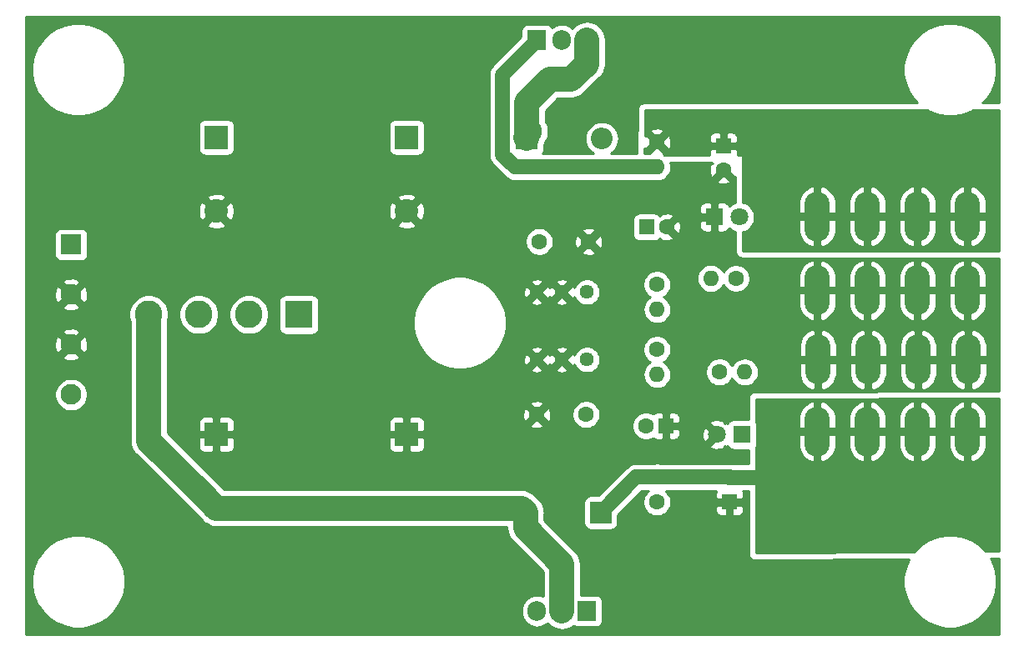
<source format=gbr>
G04 #@! TF.GenerationSoftware,KiCad,Pcbnew,(5.1.4-0-10_14)*
G04 #@! TF.CreationDate,2019-08-27T23:22:26+02:00*
G04 #@! TF.ProjectId,PSU-Matti-v02,5053552d-4d61-4747-9469-2d7630322e6b,v01*
G04 #@! TF.SameCoordinates,Original*
G04 #@! TF.FileFunction,Copper,L2,Bot*
G04 #@! TF.FilePolarity,Positive*
%FSLAX46Y46*%
G04 Gerber Fmt 4.6, Leading zero omitted, Abs format (unit mm)*
G04 Created by KiCad (PCBNEW (5.1.4-0-10_14)) date 2019-08-27 23:22:26*
%MOMM*%
%LPD*%
G04 APERTURE LIST*
%ADD10O,2.540000X5.080000*%
%ADD11O,2.200000X2.200000*%
%ADD12R,2.200000X2.200000*%
%ADD13R,2.800000X2.800000*%
%ADD14C,2.800000*%
%ADD15C,1.440000*%
%ADD16C,2.100000*%
%ADD17R,2.100000X2.100000*%
%ADD18O,1.600000X1.600000*%
%ADD19C,1.600000*%
%ADD20R,2.400000X2.400000*%
%ADD21C,2.400000*%
%ADD22R,1.600000X1.600000*%
%ADD23R,1.800000X1.800000*%
%ADD24C,1.800000*%
%ADD25R,1.905000X2.000000*%
%ADD26O,1.905000X2.000000*%
%ADD27C,0.762000*%
%ADD28C,1.524000*%
%ADD29C,2.540000*%
%ADD30C,0.254000*%
G04 APERTURE END LIST*
D10*
X155956000Y-90916500D03*
X161036000Y-90916500D03*
D11*
X126380000Y-121000000D03*
D12*
X134000000Y-121000000D03*
D11*
X134112000Y-83000000D03*
D12*
X126492000Y-83000000D03*
D13*
X103378000Y-100886000D03*
D14*
X98298000Y-100886000D03*
X93218000Y-100886000D03*
X88138000Y-100886000D03*
D15*
X127508000Y-105458000D03*
X130048000Y-105458000D03*
X132588000Y-105458000D03*
D10*
X166116000Y-98409500D03*
X171196000Y-98409500D03*
X155956000Y-98409500D03*
X161036000Y-98409500D03*
X166179500Y-105458000D03*
X171259500Y-105458000D03*
X166116000Y-112760500D03*
X171196000Y-112760500D03*
X156019500Y-105458000D03*
X161099500Y-105458000D03*
X155956000Y-112760500D03*
X161036000Y-112760500D03*
X166116000Y-90916500D03*
X171196000Y-90916500D03*
D16*
X80264000Y-109014000D03*
X80264000Y-103934000D03*
X80264000Y-98854000D03*
D17*
X80264000Y-93774000D03*
D18*
X145161000Y-97203000D03*
D19*
X147701000Y-97203000D03*
D18*
X139700000Y-100378000D03*
D19*
X139700000Y-97838000D03*
D18*
X139700000Y-106982000D03*
D19*
X139700000Y-104442000D03*
D18*
X148590000Y-106728000D03*
D19*
X146050000Y-106728000D03*
D18*
X139700000Y-85900000D03*
D19*
X139700000Y-83360000D03*
D18*
X139700000Y-117396000D03*
D19*
X139700000Y-119936000D03*
D20*
X94996000Y-82884000D03*
D21*
X94996000Y-90384000D03*
D20*
X94996000Y-113046000D03*
D21*
X94996000Y-120546000D03*
X114300000Y-90384000D03*
D20*
X114300000Y-82884000D03*
D21*
X114300000Y-120546000D03*
D20*
X114300000Y-113046000D03*
D19*
X127762000Y-93456500D03*
X132762000Y-93456500D03*
X132508000Y-111046000D03*
X127508000Y-111046000D03*
X140684000Y-91996000D03*
D22*
X138684000Y-91996000D03*
X140589000Y-112189000D03*
D19*
X138589000Y-112189000D03*
D22*
X146431000Y-83741000D03*
D19*
X146431000Y-86241000D03*
X147066000Y-117436000D03*
D22*
X147066000Y-119936000D03*
D23*
X145542000Y-90980000D03*
D24*
X148082000Y-90980000D03*
D23*
X148336000Y-113078000D03*
D24*
X145796000Y-113078000D03*
D15*
X132588000Y-98600000D03*
X130048000Y-98600000D03*
X127508000Y-98600000D03*
D25*
X127508000Y-73000000D03*
D26*
X130048000Y-73000000D03*
X132588000Y-73000000D03*
X127508000Y-131000000D03*
X130048000Y-131000000D03*
D25*
X132588000Y-131000000D03*
D27*
X94500000Y-132000000D03*
X114200000Y-132000000D03*
X145000000Y-132000000D03*
X159700000Y-132000000D03*
X145100000Y-71300000D03*
X94600000Y-71300000D03*
X114300000Y-71300000D03*
X159800000Y-71300000D03*
D28*
X125280398Y-85900000D02*
X138568630Y-85900000D01*
X124043991Y-84663593D02*
X125280398Y-85900000D01*
X124043991Y-76511509D02*
X124043991Y-84663593D01*
X127508000Y-73047500D02*
X124043991Y-76511509D01*
X138568630Y-85900000D02*
X139700000Y-85900000D01*
X127508000Y-73000000D02*
X127508000Y-73047500D01*
X147026000Y-117396000D02*
X147066000Y-117436000D01*
X139700000Y-117396000D02*
X147026000Y-117396000D01*
X147066000Y-117436000D02*
X149564000Y-117436000D01*
X137604000Y-117396000D02*
X139700000Y-117396000D01*
X134000000Y-121000000D02*
X137604000Y-117396000D01*
X127254000Y-82090000D02*
X127254000Y-82446447D01*
D29*
X126376000Y-82884000D02*
X126492000Y-83000000D01*
X126492000Y-79360000D02*
X128852000Y-77000000D01*
X126492000Y-83000000D02*
X126492000Y-79360000D01*
X128852000Y-77000000D02*
X131000000Y-77000000D01*
X132588000Y-75412000D02*
X132588000Y-73000000D01*
X131000000Y-77000000D02*
X132588000Y-75412000D01*
X93796001Y-119346001D02*
X94996000Y-120546000D01*
X88138000Y-113688000D02*
X93796001Y-119346001D01*
X88138000Y-100886000D02*
X88138000Y-113688000D01*
X94996000Y-120546000D02*
X114300000Y-120546000D01*
X125926000Y-120546000D02*
X126380000Y-121000000D01*
X114300000Y-120546000D02*
X125926000Y-120546000D01*
X130048000Y-126223634D02*
X130048000Y-131000000D01*
X126380000Y-122555634D02*
X130048000Y-126223634D01*
X126380000Y-121000000D02*
X126380000Y-122555634D01*
D30*
G36*
X174352301Y-79365000D02*
G01*
X172737988Y-79365000D01*
X173089701Y-79013287D01*
X173607013Y-78239074D01*
X173963344Y-77378815D01*
X174145000Y-76465569D01*
X174145000Y-75534431D01*
X173963344Y-74621185D01*
X173607013Y-73760926D01*
X173089701Y-72986713D01*
X172431287Y-72328299D01*
X171657074Y-71810987D01*
X170796815Y-71454656D01*
X169883569Y-71273000D01*
X168952431Y-71273000D01*
X168039185Y-71454656D01*
X167178926Y-71810987D01*
X166404713Y-72328299D01*
X165746299Y-72986713D01*
X165228987Y-73760926D01*
X164872656Y-74621185D01*
X164691000Y-75534431D01*
X164691000Y-76465569D01*
X164872656Y-77378815D01*
X165228987Y-78239074D01*
X165746299Y-79013287D01*
X166098012Y-79365000D01*
X138368636Y-79365000D01*
X138253028Y-79375612D01*
X138133438Y-79410164D01*
X138022886Y-79467382D01*
X137925621Y-79545069D01*
X137845380Y-79640238D01*
X137785249Y-79749233D01*
X137747536Y-79867865D01*
X137733692Y-79991574D01*
X137673825Y-84503000D01*
X134980634Y-84503000D01*
X135080578Y-84449579D01*
X135344766Y-84232766D01*
X135561579Y-83968578D01*
X135722686Y-83667168D01*
X135821895Y-83340119D01*
X135855394Y-83000000D01*
X135821895Y-82659881D01*
X135722686Y-82332832D01*
X135561579Y-82031422D01*
X135344766Y-81767234D01*
X135080578Y-81550421D01*
X134779168Y-81389314D01*
X134452119Y-81290105D01*
X134197225Y-81265000D01*
X134026775Y-81265000D01*
X133771881Y-81290105D01*
X133444832Y-81389314D01*
X133143422Y-81550421D01*
X132879234Y-81767234D01*
X132662421Y-82031422D01*
X132501314Y-82332832D01*
X132402105Y-82659881D01*
X132368606Y-83000000D01*
X132402105Y-83340119D01*
X132501314Y-83667168D01*
X132662421Y-83968578D01*
X132879234Y-84232766D01*
X133143422Y-84449579D01*
X133243366Y-84503000D01*
X128082729Y-84503000D01*
X128122537Y-84454494D01*
X128181502Y-84344180D01*
X128217812Y-84224482D01*
X128230072Y-84100000D01*
X128230072Y-83789477D01*
X128260506Y-83732539D01*
X128369436Y-83373445D01*
X128378844Y-83277925D01*
X128421183Y-83226334D01*
X128550904Y-82983641D01*
X128630786Y-82720306D01*
X128651000Y-82515071D01*
X128651000Y-82021375D01*
X128630786Y-81816140D01*
X128550904Y-81552805D01*
X128421183Y-81310113D01*
X128397000Y-81280646D01*
X128397000Y-80149075D01*
X129641076Y-78905000D01*
X130906420Y-78905000D01*
X131000000Y-78914217D01*
X131093580Y-78905000D01*
X131093582Y-78905000D01*
X131373445Y-78877436D01*
X131732539Y-78768506D01*
X132063482Y-78591613D01*
X132353556Y-78353556D01*
X132413219Y-78280856D01*
X133868865Y-76825212D01*
X133941556Y-76765556D01*
X134055631Y-76626555D01*
X134179613Y-76475483D01*
X134306737Y-76237650D01*
X134356506Y-76144539D01*
X134465436Y-75785445D01*
X134493000Y-75505582D01*
X134493000Y-75505581D01*
X134502217Y-75412001D01*
X134493000Y-75318421D01*
X134493000Y-72906418D01*
X134465436Y-72626555D01*
X134356506Y-72267461D01*
X134179613Y-71936518D01*
X133941556Y-71646444D01*
X133651482Y-71408387D01*
X133320539Y-71231494D01*
X132961445Y-71122564D01*
X132588000Y-71085783D01*
X132214556Y-71122564D01*
X131855462Y-71231494D01*
X131524519Y-71408387D01*
X131234445Y-71646444D01*
X131123573Y-71781542D01*
X130934234Y-71626155D01*
X130658448Y-71478745D01*
X130359203Y-71387970D01*
X130048000Y-71357319D01*
X129736796Y-71387970D01*
X129437551Y-71478745D01*
X129161765Y-71626155D01*
X129035905Y-71729446D01*
X128991037Y-71645506D01*
X128911685Y-71548815D01*
X128814994Y-71469463D01*
X128704680Y-71410498D01*
X128584982Y-71374188D01*
X128460500Y-71361928D01*
X126555500Y-71361928D01*
X126431018Y-71374188D01*
X126311320Y-71410498D01*
X126201006Y-71469463D01*
X126104315Y-71548815D01*
X126024963Y-71645506D01*
X125965998Y-71755820D01*
X125929688Y-71875518D01*
X125917428Y-72000000D01*
X125917428Y-72662416D01*
X123104696Y-75475149D01*
X123051383Y-75518902D01*
X122876808Y-75731623D01*
X122747087Y-75974315D01*
X122695450Y-76144539D01*
X122667205Y-76237650D01*
X122640232Y-76511509D01*
X122646991Y-76580134D01*
X122646992Y-84594958D01*
X122640232Y-84663593D01*
X122667205Y-84937452D01*
X122747088Y-85200788D01*
X122876809Y-85443480D01*
X123051384Y-85656201D01*
X123104695Y-85699952D01*
X124244038Y-86839296D01*
X124287790Y-86892608D01*
X124500511Y-87067183D01*
X124743202Y-87196904D01*
X125006538Y-87276786D01*
X125280398Y-87303760D01*
X125349030Y-87297000D01*
X139361871Y-87297000D01*
X139418691Y-87314236D01*
X139629508Y-87335000D01*
X139770492Y-87335000D01*
X139916471Y-87320622D01*
X145737458Y-87320622D01*
X145819638Y-87546924D01*
X146086157Y-87641102D01*
X146365930Y-87681475D01*
X146648203Y-87666491D01*
X146922129Y-87596727D01*
X147042362Y-87546924D01*
X147124542Y-87320622D01*
X146431000Y-86627080D01*
X145737458Y-87320622D01*
X139916471Y-87320622D01*
X139981309Y-87314236D01*
X140251808Y-87232182D01*
X140501101Y-87098932D01*
X140719608Y-86919608D01*
X140898932Y-86701101D01*
X141032182Y-86451808D01*
X141114236Y-86181309D01*
X141141943Y-85900000D01*
X141114236Y-85618691D01*
X141054023Y-85420194D01*
X145224111Y-85420194D01*
X145351376Y-85547459D01*
X145125076Y-85629638D01*
X145030898Y-85896157D01*
X144990525Y-86175930D01*
X145005509Y-86458203D01*
X145075273Y-86732129D01*
X145125076Y-86852362D01*
X145351378Y-86934542D01*
X146044920Y-86241000D01*
X146030778Y-86226858D01*
X146416858Y-85840778D01*
X146431000Y-85854920D01*
X146445143Y-85840778D01*
X146831223Y-86226858D01*
X146817080Y-86241000D01*
X147510622Y-86934542D01*
X147639636Y-86887691D01*
X147639636Y-89502919D01*
X147634257Y-89503989D01*
X147354905Y-89619701D01*
X147103495Y-89787688D01*
X147037056Y-89854127D01*
X147031502Y-89835820D01*
X146972537Y-89725506D01*
X146893185Y-89628815D01*
X146796494Y-89549463D01*
X146686180Y-89490498D01*
X146566482Y-89454188D01*
X146442000Y-89441928D01*
X145973750Y-89445000D01*
X145815000Y-89603750D01*
X145815000Y-90707000D01*
X145835000Y-90707000D01*
X145835000Y-91253000D01*
X145815000Y-91253000D01*
X145815000Y-92356250D01*
X145973750Y-92515000D01*
X146442000Y-92518072D01*
X146566482Y-92505812D01*
X146686180Y-92469502D01*
X146796494Y-92410537D01*
X146893185Y-92331185D01*
X146972537Y-92234494D01*
X147031502Y-92124180D01*
X147037056Y-92105873D01*
X147103495Y-92172312D01*
X147354905Y-92340299D01*
X147634257Y-92456011D01*
X147639636Y-92457081D01*
X147639636Y-94500694D01*
X147651837Y-94624576D01*
X147687972Y-94743698D01*
X147746653Y-94853481D01*
X147825623Y-94949707D01*
X147921849Y-95028677D01*
X148031632Y-95087358D01*
X148150754Y-95123493D01*
X148274636Y-95135694D01*
X174352301Y-95135694D01*
X174352300Y-108636962D01*
X149604472Y-108696502D01*
X149482118Y-108708701D01*
X149362996Y-108744836D01*
X149253213Y-108803517D01*
X149156987Y-108882487D01*
X149078017Y-108978713D01*
X149019336Y-109088496D01*
X148983201Y-109207618D01*
X148971000Y-109331500D01*
X148971000Y-111539928D01*
X147436000Y-111539928D01*
X147311518Y-111552188D01*
X147191820Y-111588498D01*
X147081506Y-111647463D01*
X146984815Y-111726815D01*
X146905463Y-111823506D01*
X146846498Y-111933820D01*
X146843187Y-111944734D01*
X146693185Y-111794732D01*
X146562134Y-111925783D01*
X146467440Y-111689387D01*
X146183634Y-111585076D01*
X145884931Y-111538139D01*
X145582809Y-111550377D01*
X145288881Y-111621322D01*
X145124560Y-111689387D01*
X145029865Y-111925785D01*
X145796000Y-112691920D01*
X145810143Y-112677778D01*
X146196223Y-113063858D01*
X146182080Y-113078000D01*
X146196223Y-113092143D01*
X145810143Y-113478223D01*
X145796000Y-113464080D01*
X145029865Y-114230215D01*
X145124560Y-114466613D01*
X145408366Y-114570924D01*
X145707069Y-114617861D01*
X146009191Y-114605623D01*
X146303119Y-114534678D01*
X146467440Y-114466613D01*
X146562134Y-114230217D01*
X146693185Y-114361268D01*
X146843187Y-114211266D01*
X146846498Y-114222180D01*
X146905463Y-114332494D01*
X146984815Y-114429185D01*
X147081506Y-114508537D01*
X147191820Y-114567502D01*
X147311518Y-114603812D01*
X147436000Y-114616072D01*
X148971000Y-114616072D01*
X148971000Y-116039000D01*
X147398371Y-116039000D01*
X147301685Y-116019768D01*
X147299860Y-116019214D01*
X147297962Y-116019027D01*
X147207335Y-116001000D01*
X147114931Y-116001000D01*
X147094625Y-115999000D01*
X147026000Y-115992241D01*
X146957375Y-115999000D01*
X140038129Y-115999000D01*
X139981309Y-115981764D01*
X139770492Y-115961000D01*
X139629508Y-115961000D01*
X139418691Y-115981764D01*
X139361871Y-115999000D01*
X137672625Y-115999000D01*
X137604000Y-115992241D01*
X137330140Y-116019214D01*
X137066804Y-116099096D01*
X136883511Y-116197068D01*
X136824113Y-116228817D01*
X136611392Y-116403392D01*
X136567641Y-116456703D01*
X133762417Y-119261928D01*
X132900000Y-119261928D01*
X132775518Y-119274188D01*
X132655820Y-119310498D01*
X132545506Y-119369463D01*
X132448815Y-119448815D01*
X132369463Y-119545506D01*
X132310498Y-119655820D01*
X132274188Y-119775518D01*
X132261928Y-119900000D01*
X132261928Y-122100000D01*
X132274188Y-122224482D01*
X132310498Y-122344180D01*
X132369463Y-122454494D01*
X132448815Y-122551185D01*
X132545506Y-122630537D01*
X132655820Y-122689502D01*
X132775518Y-122725812D01*
X132900000Y-122738072D01*
X135100000Y-122738072D01*
X135224482Y-122725812D01*
X135344180Y-122689502D01*
X135454494Y-122630537D01*
X135551185Y-122551185D01*
X135630537Y-122454494D01*
X135689502Y-122344180D01*
X135725812Y-122224482D01*
X135738072Y-122100000D01*
X135738072Y-121237583D01*
X138182656Y-118793000D01*
X138827689Y-118793000D01*
X138785241Y-118821363D01*
X138585363Y-119021241D01*
X138428320Y-119256273D01*
X138320147Y-119517426D01*
X138265000Y-119794665D01*
X138265000Y-120077335D01*
X138320147Y-120354574D01*
X138428320Y-120615727D01*
X138585363Y-120850759D01*
X138785241Y-121050637D01*
X139020273Y-121207680D01*
X139281426Y-121315853D01*
X139558665Y-121371000D01*
X139841335Y-121371000D01*
X140118574Y-121315853D01*
X140379727Y-121207680D01*
X140614759Y-121050637D01*
X140814637Y-120850759D01*
X140891316Y-120736000D01*
X145627928Y-120736000D01*
X145640188Y-120860482D01*
X145676498Y-120980180D01*
X145735463Y-121090494D01*
X145814815Y-121187185D01*
X145911506Y-121266537D01*
X146021820Y-121325502D01*
X146141518Y-121361812D01*
X146266000Y-121374072D01*
X146634250Y-121371000D01*
X146793000Y-121212250D01*
X146793000Y-120209000D01*
X147339000Y-120209000D01*
X147339000Y-121212250D01*
X147497750Y-121371000D01*
X147866000Y-121374072D01*
X147990482Y-121361812D01*
X148110180Y-121325502D01*
X148220494Y-121266537D01*
X148317185Y-121187185D01*
X148396537Y-121090494D01*
X148455502Y-120980180D01*
X148491812Y-120860482D01*
X148504072Y-120736000D01*
X148501000Y-120367750D01*
X148342250Y-120209000D01*
X147339000Y-120209000D01*
X146793000Y-120209000D01*
X145789750Y-120209000D01*
X145631000Y-120367750D01*
X145627928Y-120736000D01*
X140891316Y-120736000D01*
X140971680Y-120615727D01*
X141079853Y-120354574D01*
X141135000Y-120077335D01*
X141135000Y-119794665D01*
X141079853Y-119517426D01*
X140971680Y-119256273D01*
X140814637Y-119021241D01*
X140614759Y-118821363D01*
X140572311Y-118793000D01*
X145729319Y-118793000D01*
X145676498Y-118891820D01*
X145640188Y-119011518D01*
X145627928Y-119136000D01*
X145631000Y-119504250D01*
X145789750Y-119663000D01*
X146793000Y-119663000D01*
X146793000Y-119643000D01*
X147339000Y-119643000D01*
X147339000Y-119663000D01*
X148342250Y-119663000D01*
X148501000Y-119504250D01*
X148504072Y-119136000D01*
X148491812Y-119011518D01*
X148455502Y-118891820D01*
X148424062Y-118833000D01*
X148971000Y-118833000D01*
X148971000Y-125206500D01*
X148984112Y-125334874D01*
X149021106Y-125453732D01*
X149080577Y-125563089D01*
X149160240Y-125658742D01*
X149257033Y-125737016D01*
X149367237Y-125794902D01*
X149486616Y-125830177D01*
X149610583Y-125841483D01*
X165250586Y-125728601D01*
X165228987Y-125760926D01*
X164872656Y-126621185D01*
X164691000Y-127534431D01*
X164691000Y-128465569D01*
X164872656Y-129378815D01*
X165228987Y-130239074D01*
X165746299Y-131013287D01*
X166404713Y-131671701D01*
X167178926Y-132189013D01*
X168039185Y-132545344D01*
X168952431Y-132727000D01*
X169883569Y-132727000D01*
X170796815Y-132545344D01*
X171657074Y-132189013D01*
X172431287Y-131671701D01*
X173089701Y-131013287D01*
X173607013Y-130239074D01*
X173963344Y-129378815D01*
X174145000Y-128465569D01*
X174145000Y-127534431D01*
X173963344Y-126621185D01*
X173607013Y-125760926D01*
X173545411Y-125668732D01*
X174352300Y-125662908D01*
X174352300Y-133352300D01*
X75647700Y-133352300D01*
X75647700Y-127534431D01*
X76273000Y-127534431D01*
X76273000Y-128465569D01*
X76454656Y-129378815D01*
X76810987Y-130239074D01*
X77328299Y-131013287D01*
X77986713Y-131671701D01*
X78760926Y-132189013D01*
X79621185Y-132545344D01*
X80534431Y-132727000D01*
X81465569Y-132727000D01*
X82378815Y-132545344D01*
X83239074Y-132189013D01*
X84013287Y-131671701D01*
X84671701Y-131013287D01*
X85189013Y-130239074D01*
X85545344Y-129378815D01*
X85727000Y-128465569D01*
X85727000Y-127534431D01*
X85545344Y-126621185D01*
X85189013Y-125760926D01*
X84671701Y-124986713D01*
X84013287Y-124328299D01*
X83239074Y-123810987D01*
X82378815Y-123454656D01*
X81465569Y-123273000D01*
X80534431Y-123273000D01*
X79621185Y-123454656D01*
X78760926Y-123810987D01*
X77986713Y-124328299D01*
X77328299Y-124986713D01*
X76810987Y-125760926D01*
X76454656Y-126621185D01*
X76273000Y-127534431D01*
X75647700Y-127534431D01*
X75647700Y-108848042D01*
X78579000Y-108848042D01*
X78579000Y-109179958D01*
X78643754Y-109505496D01*
X78770772Y-109812147D01*
X78955175Y-110088125D01*
X79189875Y-110322825D01*
X79465853Y-110507228D01*
X79772504Y-110634246D01*
X80098042Y-110699000D01*
X80429958Y-110699000D01*
X80755496Y-110634246D01*
X81062147Y-110507228D01*
X81338125Y-110322825D01*
X81572825Y-110088125D01*
X81757228Y-109812147D01*
X81884246Y-109505496D01*
X81949000Y-109179958D01*
X81949000Y-108848042D01*
X81884246Y-108522504D01*
X81757228Y-108215853D01*
X81572825Y-107939875D01*
X81338125Y-107705175D01*
X81062147Y-107520772D01*
X80755496Y-107393754D01*
X80429958Y-107329000D01*
X80098042Y-107329000D01*
X79772504Y-107393754D01*
X79465853Y-107520772D01*
X79189875Y-107705175D01*
X78955175Y-107939875D01*
X78770772Y-108215853D01*
X78643754Y-108522504D01*
X78579000Y-108848042D01*
X75647700Y-108848042D01*
X75647700Y-105194716D01*
X79389364Y-105194716D01*
X79502673Y-105446332D01*
X79812343Y-105565801D01*
X80139370Y-105622560D01*
X80471187Y-105614429D01*
X80795041Y-105541720D01*
X81025327Y-105446332D01*
X81138636Y-105194716D01*
X80264000Y-104320080D01*
X79389364Y-105194716D01*
X75647700Y-105194716D01*
X75647700Y-103809370D01*
X78575440Y-103809370D01*
X78583571Y-104141187D01*
X78656280Y-104465041D01*
X78751668Y-104695327D01*
X79003284Y-104808636D01*
X79877920Y-103934000D01*
X80650080Y-103934000D01*
X81524716Y-104808636D01*
X81776332Y-104695327D01*
X81895801Y-104385657D01*
X81952560Y-104058630D01*
X81944429Y-103726813D01*
X81871720Y-103402959D01*
X81776332Y-103172673D01*
X81524716Y-103059364D01*
X80650080Y-103934000D01*
X79877920Y-103934000D01*
X79003284Y-103059364D01*
X78751668Y-103172673D01*
X78632199Y-103482343D01*
X78575440Y-103809370D01*
X75647700Y-103809370D01*
X75647700Y-102673284D01*
X79389364Y-102673284D01*
X80264000Y-103547920D01*
X81138636Y-102673284D01*
X81025327Y-102421668D01*
X80715657Y-102302199D01*
X80388630Y-102245440D01*
X80056813Y-102253571D01*
X79732959Y-102326280D01*
X79502673Y-102421668D01*
X79389364Y-102673284D01*
X75647700Y-102673284D01*
X75647700Y-100685570D01*
X86103000Y-100685570D01*
X86103000Y-101086430D01*
X86181204Y-101479587D01*
X86233000Y-101604634D01*
X86233001Y-113594410D01*
X86223783Y-113688000D01*
X86260565Y-114061445D01*
X86369495Y-114420539D01*
X86546387Y-114751482D01*
X86615341Y-114835502D01*
X86784445Y-115041556D01*
X86857140Y-115101215D01*
X92515135Y-120759212D01*
X92515146Y-120759221D01*
X93582780Y-121826855D01*
X93642444Y-121899556D01*
X93842189Y-122063482D01*
X93932517Y-122137613D01*
X94095038Y-122224482D01*
X94263461Y-122314506D01*
X94622555Y-122423436D01*
X94902418Y-122451000D01*
X94902420Y-122451000D01*
X94996000Y-122460217D01*
X95089580Y-122451000D01*
X124475000Y-122451000D01*
X124475000Y-122462054D01*
X124465783Y-122555634D01*
X124502565Y-122929079D01*
X124611495Y-123288173D01*
X124788387Y-123619116D01*
X124886586Y-123738771D01*
X125026445Y-123909190D01*
X125099140Y-123968849D01*
X128143000Y-127012711D01*
X128143001Y-129491868D01*
X128118449Y-129478745D01*
X127819204Y-129387970D01*
X127508000Y-129357319D01*
X127196797Y-129387970D01*
X126897552Y-129478745D01*
X126621766Y-129626155D01*
X126380037Y-129824537D01*
X126181655Y-130066265D01*
X126034245Y-130342051D01*
X125943470Y-130641296D01*
X125920500Y-130874514D01*
X125920500Y-131125485D01*
X125943470Y-131358703D01*
X126034245Y-131657948D01*
X126181655Y-131933734D01*
X126380037Y-132175463D01*
X126621765Y-132373845D01*
X126897551Y-132521255D01*
X127196796Y-132612030D01*
X127508000Y-132642681D01*
X127819203Y-132612030D01*
X128118448Y-132521255D01*
X128394234Y-132373845D01*
X128583573Y-132218458D01*
X128694445Y-132353556D01*
X128984519Y-132591613D01*
X129315462Y-132768506D01*
X129674556Y-132877436D01*
X130048000Y-132914217D01*
X130421445Y-132877436D01*
X130780539Y-132768506D01*
X131111482Y-132591613D01*
X131233455Y-132491513D01*
X131281006Y-132530537D01*
X131391320Y-132589502D01*
X131511018Y-132625812D01*
X131635500Y-132638072D01*
X133540500Y-132638072D01*
X133664982Y-132625812D01*
X133784680Y-132589502D01*
X133894994Y-132530537D01*
X133991685Y-132451185D01*
X134071037Y-132354494D01*
X134130002Y-132244180D01*
X134166312Y-132124482D01*
X134178572Y-132000000D01*
X134178572Y-130000000D01*
X134166312Y-129875518D01*
X134130002Y-129755820D01*
X134071037Y-129645506D01*
X133991685Y-129548815D01*
X133894994Y-129469463D01*
X133784680Y-129410498D01*
X133664982Y-129374188D01*
X133540500Y-129361928D01*
X131953000Y-129361928D01*
X131953000Y-126317213D01*
X131962217Y-126223633D01*
X131953000Y-126130052D01*
X131925436Y-125850189D01*
X131816506Y-125491095D01*
X131639613Y-125160152D01*
X131401556Y-124870078D01*
X131328866Y-124810423D01*
X128285000Y-121766559D01*
X128285000Y-121093580D01*
X128294217Y-121000000D01*
X128285000Y-120906418D01*
X128257436Y-120626555D01*
X128148506Y-120267461D01*
X127971613Y-119936518D01*
X127733556Y-119646444D01*
X127660855Y-119586780D01*
X127339220Y-119265145D01*
X127279556Y-119192444D01*
X126989482Y-118954387D01*
X126658539Y-118777494D01*
X126299445Y-118668564D01*
X126019582Y-118641000D01*
X126019580Y-118641000D01*
X125926000Y-118631783D01*
X125832420Y-118641000D01*
X95785075Y-118641000D01*
X95209221Y-118065146D01*
X95209212Y-118065135D01*
X91390076Y-114246000D01*
X93157928Y-114246000D01*
X93170188Y-114370482D01*
X93206498Y-114490180D01*
X93265463Y-114600494D01*
X93344815Y-114697185D01*
X93441506Y-114776537D01*
X93551820Y-114835502D01*
X93671518Y-114871812D01*
X93796000Y-114884072D01*
X94564250Y-114881000D01*
X94723000Y-114722250D01*
X94723000Y-113319000D01*
X95269000Y-113319000D01*
X95269000Y-114722250D01*
X95427750Y-114881000D01*
X96196000Y-114884072D01*
X96320482Y-114871812D01*
X96440180Y-114835502D01*
X96550494Y-114776537D01*
X96647185Y-114697185D01*
X96726537Y-114600494D01*
X96785502Y-114490180D01*
X96821812Y-114370482D01*
X96834072Y-114246000D01*
X112461928Y-114246000D01*
X112474188Y-114370482D01*
X112510498Y-114490180D01*
X112569463Y-114600494D01*
X112648815Y-114697185D01*
X112745506Y-114776537D01*
X112855820Y-114835502D01*
X112975518Y-114871812D01*
X113100000Y-114884072D01*
X113868250Y-114881000D01*
X114027000Y-114722250D01*
X114027000Y-113319000D01*
X114573000Y-113319000D01*
X114573000Y-114722250D01*
X114731750Y-114881000D01*
X115500000Y-114884072D01*
X115624482Y-114871812D01*
X115744180Y-114835502D01*
X115854494Y-114776537D01*
X115951185Y-114697185D01*
X116030537Y-114600494D01*
X116089502Y-114490180D01*
X116125812Y-114370482D01*
X116138072Y-114246000D01*
X116135000Y-113477750D01*
X115976250Y-113319000D01*
X114573000Y-113319000D01*
X114027000Y-113319000D01*
X112623750Y-113319000D01*
X112465000Y-113477750D01*
X112461928Y-114246000D01*
X96834072Y-114246000D01*
X96831000Y-113477750D01*
X96672250Y-113319000D01*
X95269000Y-113319000D01*
X94723000Y-113319000D01*
X93319750Y-113319000D01*
X93161000Y-113477750D01*
X93157928Y-114246000D01*
X91390076Y-114246000D01*
X90043000Y-112898925D01*
X90043000Y-111846000D01*
X93157928Y-111846000D01*
X93161000Y-112614250D01*
X93319750Y-112773000D01*
X94723000Y-112773000D01*
X94723000Y-111369750D01*
X95269000Y-111369750D01*
X95269000Y-112773000D01*
X96672250Y-112773000D01*
X96831000Y-112614250D01*
X96834072Y-111846000D01*
X112461928Y-111846000D01*
X112465000Y-112614250D01*
X112623750Y-112773000D01*
X114027000Y-112773000D01*
X114027000Y-111369750D01*
X114573000Y-111369750D01*
X114573000Y-112773000D01*
X115976250Y-112773000D01*
X116135000Y-112614250D01*
X116136953Y-112125622D01*
X126814458Y-112125622D01*
X126896638Y-112351924D01*
X127163157Y-112446102D01*
X127442930Y-112486475D01*
X127725203Y-112471491D01*
X127999129Y-112401727D01*
X128119362Y-112351924D01*
X128201542Y-112125622D01*
X127508000Y-111432080D01*
X126814458Y-112125622D01*
X116136953Y-112125622D01*
X116138072Y-111846000D01*
X116125812Y-111721518D01*
X116089502Y-111601820D01*
X116030537Y-111491506D01*
X115951185Y-111394815D01*
X115854494Y-111315463D01*
X115744180Y-111256498D01*
X115624482Y-111220188D01*
X115500000Y-111207928D01*
X114731750Y-111211000D01*
X114573000Y-111369750D01*
X114027000Y-111369750D01*
X113868250Y-111211000D01*
X113100000Y-111207928D01*
X112975518Y-111220188D01*
X112855820Y-111256498D01*
X112745506Y-111315463D01*
X112648815Y-111394815D01*
X112569463Y-111491506D01*
X112510498Y-111601820D01*
X112474188Y-111721518D01*
X112461928Y-111846000D01*
X96834072Y-111846000D01*
X96821812Y-111721518D01*
X96785502Y-111601820D01*
X96726537Y-111491506D01*
X96647185Y-111394815D01*
X96550494Y-111315463D01*
X96440180Y-111256498D01*
X96320482Y-111220188D01*
X96196000Y-111207928D01*
X95427750Y-111211000D01*
X95269000Y-111369750D01*
X94723000Y-111369750D01*
X94564250Y-111211000D01*
X93796000Y-111207928D01*
X93671518Y-111220188D01*
X93551820Y-111256498D01*
X93441506Y-111315463D01*
X93344815Y-111394815D01*
X93265463Y-111491506D01*
X93206498Y-111601820D01*
X93170188Y-111721518D01*
X93157928Y-111846000D01*
X90043000Y-111846000D01*
X90043000Y-110980930D01*
X126067525Y-110980930D01*
X126082509Y-111263203D01*
X126152273Y-111537129D01*
X126202076Y-111657362D01*
X126428378Y-111739542D01*
X127121920Y-111046000D01*
X127894080Y-111046000D01*
X128587622Y-111739542D01*
X128813924Y-111657362D01*
X128908102Y-111390843D01*
X128948475Y-111111070D01*
X128937519Y-110904665D01*
X131073000Y-110904665D01*
X131073000Y-111187335D01*
X131128147Y-111464574D01*
X131236320Y-111725727D01*
X131393363Y-111960759D01*
X131593241Y-112160637D01*
X131828273Y-112317680D01*
X132089426Y-112425853D01*
X132366665Y-112481000D01*
X132649335Y-112481000D01*
X132926574Y-112425853D01*
X133187727Y-112317680D01*
X133422759Y-112160637D01*
X133535731Y-112047665D01*
X137154000Y-112047665D01*
X137154000Y-112330335D01*
X137209147Y-112607574D01*
X137317320Y-112868727D01*
X137474363Y-113103759D01*
X137674241Y-113303637D01*
X137909273Y-113460680D01*
X138170426Y-113568853D01*
X138447665Y-113624000D01*
X138730335Y-113624000D01*
X139007574Y-113568853D01*
X139268727Y-113460680D01*
X139324210Y-113423607D01*
X139337815Y-113440185D01*
X139434506Y-113519537D01*
X139544820Y-113578502D01*
X139664518Y-113614812D01*
X139789000Y-113627072D01*
X140157250Y-113624000D01*
X140316000Y-113465250D01*
X140316000Y-112462000D01*
X140862000Y-112462000D01*
X140862000Y-113465250D01*
X141020750Y-113624000D01*
X141389000Y-113627072D01*
X141513482Y-113614812D01*
X141633180Y-113578502D01*
X141743494Y-113519537D01*
X141840185Y-113440185D01*
X141919537Y-113343494D01*
X141978502Y-113233180D01*
X142014812Y-113113482D01*
X142027065Y-112989069D01*
X144256139Y-112989069D01*
X144268377Y-113291191D01*
X144339322Y-113585119D01*
X144407387Y-113749440D01*
X144643785Y-113844135D01*
X145409920Y-113078000D01*
X144643785Y-112311865D01*
X144407387Y-112406560D01*
X144303076Y-112690366D01*
X144256139Y-112989069D01*
X142027065Y-112989069D01*
X142027072Y-112989000D01*
X142024000Y-112620750D01*
X141865250Y-112462000D01*
X140862000Y-112462000D01*
X140316000Y-112462000D01*
X140296000Y-112462000D01*
X140296000Y-111916000D01*
X140316000Y-111916000D01*
X140316000Y-110912750D01*
X140862000Y-110912750D01*
X140862000Y-111916000D01*
X141865250Y-111916000D01*
X142024000Y-111757250D01*
X142027072Y-111389000D01*
X142014812Y-111264518D01*
X141978502Y-111144820D01*
X141919537Y-111034506D01*
X141840185Y-110937815D01*
X141743494Y-110858463D01*
X141633180Y-110799498D01*
X141513482Y-110763188D01*
X141389000Y-110750928D01*
X141020750Y-110754000D01*
X140862000Y-110912750D01*
X140316000Y-110912750D01*
X140157250Y-110754000D01*
X139789000Y-110750928D01*
X139664518Y-110763188D01*
X139544820Y-110799498D01*
X139434506Y-110858463D01*
X139337815Y-110937815D01*
X139324210Y-110954393D01*
X139268727Y-110917320D01*
X139007574Y-110809147D01*
X138730335Y-110754000D01*
X138447665Y-110754000D01*
X138170426Y-110809147D01*
X137909273Y-110917320D01*
X137674241Y-111074363D01*
X137474363Y-111274241D01*
X137317320Y-111509273D01*
X137209147Y-111770426D01*
X137154000Y-112047665D01*
X133535731Y-112047665D01*
X133622637Y-111960759D01*
X133779680Y-111725727D01*
X133887853Y-111464574D01*
X133943000Y-111187335D01*
X133943000Y-110904665D01*
X133887853Y-110627426D01*
X133779680Y-110366273D01*
X133622637Y-110131241D01*
X133422759Y-109931363D01*
X133187727Y-109774320D01*
X132926574Y-109666147D01*
X132649335Y-109611000D01*
X132366665Y-109611000D01*
X132089426Y-109666147D01*
X131828273Y-109774320D01*
X131593241Y-109931363D01*
X131393363Y-110131241D01*
X131236320Y-110366273D01*
X131128147Y-110627426D01*
X131073000Y-110904665D01*
X128937519Y-110904665D01*
X128933491Y-110828797D01*
X128863727Y-110554871D01*
X128813924Y-110434638D01*
X128587622Y-110352458D01*
X127894080Y-111046000D01*
X127121920Y-111046000D01*
X126428378Y-110352458D01*
X126202076Y-110434638D01*
X126107898Y-110701157D01*
X126067525Y-110980930D01*
X90043000Y-110980930D01*
X90043000Y-109966378D01*
X126814458Y-109966378D01*
X127508000Y-110659920D01*
X128201542Y-109966378D01*
X128119362Y-109740076D01*
X127852843Y-109645898D01*
X127573070Y-109605525D01*
X127290797Y-109620509D01*
X127016871Y-109690273D01*
X126896638Y-109740076D01*
X126814458Y-109966378D01*
X90043000Y-109966378D01*
X90043000Y-106982000D01*
X138258057Y-106982000D01*
X138285764Y-107263309D01*
X138367818Y-107533808D01*
X138501068Y-107783101D01*
X138680392Y-108001608D01*
X138898899Y-108180932D01*
X139148192Y-108314182D01*
X139418691Y-108396236D01*
X139629508Y-108417000D01*
X139770492Y-108417000D01*
X139981309Y-108396236D01*
X140251808Y-108314182D01*
X140501101Y-108180932D01*
X140719608Y-108001608D01*
X140898932Y-107783101D01*
X141032182Y-107533808D01*
X141114236Y-107263309D01*
X141141943Y-106982000D01*
X141114236Y-106700691D01*
X141079648Y-106586665D01*
X144615000Y-106586665D01*
X144615000Y-106869335D01*
X144670147Y-107146574D01*
X144778320Y-107407727D01*
X144935363Y-107642759D01*
X145135241Y-107842637D01*
X145370273Y-107999680D01*
X145631426Y-108107853D01*
X145908665Y-108163000D01*
X146191335Y-108163000D01*
X146468574Y-108107853D01*
X146729727Y-107999680D01*
X146964759Y-107842637D01*
X147164637Y-107642759D01*
X147321680Y-107407727D01*
X147323650Y-107402971D01*
X147391068Y-107529101D01*
X147570392Y-107747608D01*
X147788899Y-107926932D01*
X148038192Y-108060182D01*
X148308691Y-108142236D01*
X148519508Y-108163000D01*
X148660492Y-108163000D01*
X148871309Y-108142236D01*
X149141808Y-108060182D01*
X149391101Y-107926932D01*
X149609608Y-107747608D01*
X149788932Y-107529101D01*
X149922182Y-107279808D01*
X150004236Y-107009309D01*
X150031943Y-106728000D01*
X150004236Y-106446691D01*
X149922182Y-106176192D01*
X149788932Y-105926899D01*
X149628162Y-105731000D01*
X154114500Y-105731000D01*
X154114500Y-107001000D01*
X154204364Y-107367401D01*
X154363982Y-107709231D01*
X154587221Y-108013352D01*
X154865502Y-108268078D01*
X155188130Y-108463620D01*
X155454929Y-108547419D01*
X155746500Y-108452778D01*
X155746500Y-105731000D01*
X156292500Y-105731000D01*
X156292500Y-108452778D01*
X156584071Y-108547419D01*
X156850870Y-108463620D01*
X157173498Y-108268078D01*
X157451779Y-108013352D01*
X157675018Y-107709231D01*
X157834636Y-107367401D01*
X157924500Y-107001000D01*
X157924500Y-105731000D01*
X159194500Y-105731000D01*
X159194500Y-107001000D01*
X159284364Y-107367401D01*
X159443982Y-107709231D01*
X159667221Y-108013352D01*
X159945502Y-108268078D01*
X160268130Y-108463620D01*
X160534929Y-108547419D01*
X160826500Y-108452778D01*
X160826500Y-105731000D01*
X161372500Y-105731000D01*
X161372500Y-108452778D01*
X161664071Y-108547419D01*
X161930870Y-108463620D01*
X162253498Y-108268078D01*
X162531779Y-108013352D01*
X162755018Y-107709231D01*
X162914636Y-107367401D01*
X163004500Y-107001000D01*
X163004500Y-105731000D01*
X164274500Y-105731000D01*
X164274500Y-107001000D01*
X164364364Y-107367401D01*
X164523982Y-107709231D01*
X164747221Y-108013352D01*
X165025502Y-108268078D01*
X165348130Y-108463620D01*
X165614929Y-108547419D01*
X165906500Y-108452778D01*
X165906500Y-105731000D01*
X166452500Y-105731000D01*
X166452500Y-108452778D01*
X166744071Y-108547419D01*
X167010870Y-108463620D01*
X167333498Y-108268078D01*
X167611779Y-108013352D01*
X167835018Y-107709231D01*
X167994636Y-107367401D01*
X168084500Y-107001000D01*
X168084500Y-105731000D01*
X169354500Y-105731000D01*
X169354500Y-107001000D01*
X169444364Y-107367401D01*
X169603982Y-107709231D01*
X169827221Y-108013352D01*
X170105502Y-108268078D01*
X170428130Y-108463620D01*
X170694929Y-108547419D01*
X170986500Y-108452778D01*
X170986500Y-105731000D01*
X171532500Y-105731000D01*
X171532500Y-108452778D01*
X171824071Y-108547419D01*
X172090870Y-108463620D01*
X172413498Y-108268078D01*
X172691779Y-108013352D01*
X172915018Y-107709231D01*
X173074636Y-107367401D01*
X173164500Y-107001000D01*
X173164500Y-105731000D01*
X171532500Y-105731000D01*
X170986500Y-105731000D01*
X169354500Y-105731000D01*
X168084500Y-105731000D01*
X166452500Y-105731000D01*
X165906500Y-105731000D01*
X164274500Y-105731000D01*
X163004500Y-105731000D01*
X161372500Y-105731000D01*
X160826500Y-105731000D01*
X159194500Y-105731000D01*
X157924500Y-105731000D01*
X156292500Y-105731000D01*
X155746500Y-105731000D01*
X154114500Y-105731000D01*
X149628162Y-105731000D01*
X149609608Y-105708392D01*
X149391101Y-105529068D01*
X149141808Y-105395818D01*
X148871309Y-105313764D01*
X148660492Y-105293000D01*
X148519508Y-105293000D01*
X148308691Y-105313764D01*
X148038192Y-105395818D01*
X147788899Y-105529068D01*
X147570392Y-105708392D01*
X147391068Y-105926899D01*
X147323650Y-106053029D01*
X147321680Y-106048273D01*
X147164637Y-105813241D01*
X146964759Y-105613363D01*
X146729727Y-105456320D01*
X146468574Y-105348147D01*
X146191335Y-105293000D01*
X145908665Y-105293000D01*
X145631426Y-105348147D01*
X145370273Y-105456320D01*
X145135241Y-105613363D01*
X144935363Y-105813241D01*
X144778320Y-106048273D01*
X144670147Y-106309426D01*
X144615000Y-106586665D01*
X141079648Y-106586665D01*
X141032182Y-106430192D01*
X140898932Y-106180899D01*
X140719608Y-105962392D01*
X140501101Y-105783068D01*
X140374971Y-105715650D01*
X140379727Y-105713680D01*
X140614759Y-105556637D01*
X140814637Y-105356759D01*
X140971680Y-105121727D01*
X141079853Y-104860574D01*
X141135000Y-104583335D01*
X141135000Y-104300665D01*
X141079853Y-104023426D01*
X141034942Y-103915000D01*
X154114500Y-103915000D01*
X154114500Y-105185000D01*
X155746500Y-105185000D01*
X155746500Y-102463222D01*
X156292500Y-102463222D01*
X156292500Y-105185000D01*
X157924500Y-105185000D01*
X157924500Y-103915000D01*
X159194500Y-103915000D01*
X159194500Y-105185000D01*
X160826500Y-105185000D01*
X160826500Y-102463222D01*
X161372500Y-102463222D01*
X161372500Y-105185000D01*
X163004500Y-105185000D01*
X163004500Y-103915000D01*
X164274500Y-103915000D01*
X164274500Y-105185000D01*
X165906500Y-105185000D01*
X165906500Y-102463222D01*
X166452500Y-102463222D01*
X166452500Y-105185000D01*
X168084500Y-105185000D01*
X168084500Y-103915000D01*
X169354500Y-103915000D01*
X169354500Y-105185000D01*
X170986500Y-105185000D01*
X170986500Y-102463222D01*
X171532500Y-102463222D01*
X171532500Y-105185000D01*
X173164500Y-105185000D01*
X173164500Y-103915000D01*
X173074636Y-103548599D01*
X172915018Y-103206769D01*
X172691779Y-102902648D01*
X172413498Y-102647922D01*
X172090870Y-102452380D01*
X171824071Y-102368581D01*
X171532500Y-102463222D01*
X170986500Y-102463222D01*
X170694929Y-102368581D01*
X170428130Y-102452380D01*
X170105502Y-102647922D01*
X169827221Y-102902648D01*
X169603982Y-103206769D01*
X169444364Y-103548599D01*
X169354500Y-103915000D01*
X168084500Y-103915000D01*
X167994636Y-103548599D01*
X167835018Y-103206769D01*
X167611779Y-102902648D01*
X167333498Y-102647922D01*
X167010870Y-102452380D01*
X166744071Y-102368581D01*
X166452500Y-102463222D01*
X165906500Y-102463222D01*
X165614929Y-102368581D01*
X165348130Y-102452380D01*
X165025502Y-102647922D01*
X164747221Y-102902648D01*
X164523982Y-103206769D01*
X164364364Y-103548599D01*
X164274500Y-103915000D01*
X163004500Y-103915000D01*
X162914636Y-103548599D01*
X162755018Y-103206769D01*
X162531779Y-102902648D01*
X162253498Y-102647922D01*
X161930870Y-102452380D01*
X161664071Y-102368581D01*
X161372500Y-102463222D01*
X160826500Y-102463222D01*
X160534929Y-102368581D01*
X160268130Y-102452380D01*
X159945502Y-102647922D01*
X159667221Y-102902648D01*
X159443982Y-103206769D01*
X159284364Y-103548599D01*
X159194500Y-103915000D01*
X157924500Y-103915000D01*
X157834636Y-103548599D01*
X157675018Y-103206769D01*
X157451779Y-102902648D01*
X157173498Y-102647922D01*
X156850870Y-102452380D01*
X156584071Y-102368581D01*
X156292500Y-102463222D01*
X155746500Y-102463222D01*
X155454929Y-102368581D01*
X155188130Y-102452380D01*
X154865502Y-102647922D01*
X154587221Y-102902648D01*
X154363982Y-103206769D01*
X154204364Y-103548599D01*
X154114500Y-103915000D01*
X141034942Y-103915000D01*
X140971680Y-103762273D01*
X140814637Y-103527241D01*
X140614759Y-103327363D01*
X140379727Y-103170320D01*
X140118574Y-103062147D01*
X139841335Y-103007000D01*
X139558665Y-103007000D01*
X139281426Y-103062147D01*
X139020273Y-103170320D01*
X138785241Y-103327363D01*
X138585363Y-103527241D01*
X138428320Y-103762273D01*
X138320147Y-104023426D01*
X138265000Y-104300665D01*
X138265000Y-104583335D01*
X138320147Y-104860574D01*
X138428320Y-105121727D01*
X138585363Y-105356759D01*
X138785241Y-105556637D01*
X139020273Y-105713680D01*
X139025029Y-105715650D01*
X138898899Y-105783068D01*
X138680392Y-105962392D01*
X138501068Y-106180899D01*
X138367818Y-106430192D01*
X138285764Y-106700691D01*
X138258057Y-106982000D01*
X90043000Y-106982000D01*
X90043000Y-106479356D01*
X126872725Y-106479356D01*
X126944811Y-106697618D01*
X127197471Y-106783672D01*
X127462063Y-106818781D01*
X127728421Y-106801596D01*
X127986308Y-106732778D01*
X128071189Y-106697618D01*
X128143275Y-106479356D01*
X129412725Y-106479356D01*
X129484811Y-106697618D01*
X129737471Y-106783672D01*
X130002063Y-106818781D01*
X130268421Y-106801596D01*
X130526308Y-106732778D01*
X130611189Y-106697618D01*
X130683275Y-106479356D01*
X130048000Y-105844080D01*
X129412725Y-106479356D01*
X128143275Y-106479356D01*
X127508000Y-105844080D01*
X126872725Y-106479356D01*
X90043000Y-106479356D01*
X90043000Y-101604633D01*
X90094796Y-101479587D01*
X90173000Y-101086430D01*
X90173000Y-100685570D01*
X91183000Y-100685570D01*
X91183000Y-101086430D01*
X91261204Y-101479587D01*
X91414607Y-101849934D01*
X91637313Y-102183237D01*
X91920763Y-102466687D01*
X92254066Y-102689393D01*
X92624413Y-102842796D01*
X93017570Y-102921000D01*
X93418430Y-102921000D01*
X93811587Y-102842796D01*
X94181934Y-102689393D01*
X94515237Y-102466687D01*
X94798687Y-102183237D01*
X95021393Y-101849934D01*
X95174796Y-101479587D01*
X95253000Y-101086430D01*
X95253000Y-100685570D01*
X96263000Y-100685570D01*
X96263000Y-101086430D01*
X96341204Y-101479587D01*
X96494607Y-101849934D01*
X96717313Y-102183237D01*
X97000763Y-102466687D01*
X97334066Y-102689393D01*
X97704413Y-102842796D01*
X98097570Y-102921000D01*
X98498430Y-102921000D01*
X98891587Y-102842796D01*
X99261934Y-102689393D01*
X99595237Y-102466687D01*
X99878687Y-102183237D01*
X100101393Y-101849934D01*
X100254796Y-101479587D01*
X100333000Y-101086430D01*
X100333000Y-100685570D01*
X100254796Y-100292413D01*
X100101393Y-99922066D01*
X99878687Y-99588763D01*
X99775924Y-99486000D01*
X101339928Y-99486000D01*
X101339928Y-102286000D01*
X101352188Y-102410482D01*
X101388498Y-102530180D01*
X101447463Y-102640494D01*
X101526815Y-102737185D01*
X101623506Y-102816537D01*
X101733820Y-102875502D01*
X101853518Y-102911812D01*
X101978000Y-102924072D01*
X104778000Y-102924072D01*
X104902482Y-102911812D01*
X105022180Y-102875502D01*
X105132494Y-102816537D01*
X105229185Y-102737185D01*
X105308537Y-102640494D01*
X105367502Y-102530180D01*
X105403812Y-102410482D01*
X105416072Y-102286000D01*
X105416072Y-101245931D01*
X114970500Y-101245931D01*
X114970500Y-102177069D01*
X115152156Y-103090315D01*
X115508487Y-103950574D01*
X116025799Y-104724787D01*
X116684213Y-105383201D01*
X117458426Y-105900513D01*
X118318685Y-106256844D01*
X119231931Y-106438500D01*
X120163069Y-106438500D01*
X121076315Y-106256844D01*
X121936574Y-105900513D01*
X122667591Y-105412063D01*
X126147219Y-105412063D01*
X126164404Y-105678421D01*
X126233222Y-105936308D01*
X126268382Y-106021189D01*
X126486644Y-106093275D01*
X127121920Y-105458000D01*
X127894080Y-105458000D01*
X128529356Y-106093275D01*
X128747618Y-106021189D01*
X128775036Y-105940688D01*
X128808382Y-106021189D01*
X129026644Y-106093275D01*
X129661920Y-105458000D01*
X130434080Y-105458000D01*
X131069356Y-106093275D01*
X131287618Y-106021189D01*
X131317860Y-105932396D01*
X131387215Y-106099833D01*
X131535503Y-106321762D01*
X131724238Y-106510497D01*
X131946167Y-106658785D01*
X132192761Y-106760928D01*
X132454544Y-106813000D01*
X132721456Y-106813000D01*
X132983239Y-106760928D01*
X133229833Y-106658785D01*
X133451762Y-106510497D01*
X133640497Y-106321762D01*
X133788785Y-106099833D01*
X133890928Y-105853239D01*
X133943000Y-105591456D01*
X133943000Y-105324544D01*
X133890928Y-105062761D01*
X133788785Y-104816167D01*
X133640497Y-104594238D01*
X133451762Y-104405503D01*
X133229833Y-104257215D01*
X132983239Y-104155072D01*
X132721456Y-104103000D01*
X132454544Y-104103000D01*
X132192761Y-104155072D01*
X131946167Y-104257215D01*
X131724238Y-104405503D01*
X131535503Y-104594238D01*
X131387215Y-104816167D01*
X131321129Y-104975712D01*
X131287618Y-104894811D01*
X131069356Y-104822725D01*
X130434080Y-105458000D01*
X129661920Y-105458000D01*
X129026644Y-104822725D01*
X128808382Y-104894811D01*
X128780964Y-104975312D01*
X128747618Y-104894811D01*
X128529356Y-104822725D01*
X127894080Y-105458000D01*
X127121920Y-105458000D01*
X126486644Y-104822725D01*
X126268382Y-104894811D01*
X126182328Y-105147471D01*
X126147219Y-105412063D01*
X122667591Y-105412063D01*
X122710787Y-105383201D01*
X123369201Y-104724787D01*
X123561731Y-104436644D01*
X126872725Y-104436644D01*
X127508000Y-105071920D01*
X128143275Y-104436644D01*
X129412725Y-104436644D01*
X130048000Y-105071920D01*
X130683275Y-104436644D01*
X130611189Y-104218382D01*
X130358529Y-104132328D01*
X130093937Y-104097219D01*
X129827579Y-104114404D01*
X129569692Y-104183222D01*
X129484811Y-104218382D01*
X129412725Y-104436644D01*
X128143275Y-104436644D01*
X128071189Y-104218382D01*
X127818529Y-104132328D01*
X127553937Y-104097219D01*
X127287579Y-104114404D01*
X127029692Y-104183222D01*
X126944811Y-104218382D01*
X126872725Y-104436644D01*
X123561731Y-104436644D01*
X123886513Y-103950574D01*
X124242844Y-103090315D01*
X124424500Y-102177069D01*
X124424500Y-101245931D01*
X124251858Y-100378000D01*
X138258057Y-100378000D01*
X138285764Y-100659309D01*
X138367818Y-100929808D01*
X138501068Y-101179101D01*
X138680392Y-101397608D01*
X138898899Y-101576932D01*
X139148192Y-101710182D01*
X139418691Y-101792236D01*
X139629508Y-101813000D01*
X139770492Y-101813000D01*
X139981309Y-101792236D01*
X140251808Y-101710182D01*
X140501101Y-101576932D01*
X140719608Y-101397608D01*
X140898932Y-101179101D01*
X141032182Y-100929808D01*
X141114236Y-100659309D01*
X141141943Y-100378000D01*
X141114236Y-100096691D01*
X141032182Y-99826192D01*
X140898932Y-99576899D01*
X140719608Y-99358392D01*
X140501101Y-99179068D01*
X140374971Y-99111650D01*
X140379727Y-99109680D01*
X140614759Y-98952637D01*
X140814637Y-98752759D01*
X140861582Y-98682500D01*
X154051000Y-98682500D01*
X154051000Y-99952500D01*
X154140864Y-100318901D01*
X154300482Y-100660731D01*
X154523721Y-100964852D01*
X154802002Y-101219578D01*
X155124630Y-101415120D01*
X155391429Y-101498919D01*
X155683000Y-101404278D01*
X155683000Y-98682500D01*
X156229000Y-98682500D01*
X156229000Y-101404278D01*
X156520571Y-101498919D01*
X156787370Y-101415120D01*
X157109998Y-101219578D01*
X157388279Y-100964852D01*
X157611518Y-100660731D01*
X157771136Y-100318901D01*
X157861000Y-99952500D01*
X157861000Y-98682500D01*
X159131000Y-98682500D01*
X159131000Y-99952500D01*
X159220864Y-100318901D01*
X159380482Y-100660731D01*
X159603721Y-100964852D01*
X159882002Y-101219578D01*
X160204630Y-101415120D01*
X160471429Y-101498919D01*
X160763000Y-101404278D01*
X160763000Y-98682500D01*
X161309000Y-98682500D01*
X161309000Y-101404278D01*
X161600571Y-101498919D01*
X161867370Y-101415120D01*
X162189998Y-101219578D01*
X162468279Y-100964852D01*
X162691518Y-100660731D01*
X162851136Y-100318901D01*
X162941000Y-99952500D01*
X162941000Y-98682500D01*
X164211000Y-98682500D01*
X164211000Y-99952500D01*
X164300864Y-100318901D01*
X164460482Y-100660731D01*
X164683721Y-100964852D01*
X164962002Y-101219578D01*
X165284630Y-101415120D01*
X165551429Y-101498919D01*
X165843000Y-101404278D01*
X165843000Y-98682500D01*
X166389000Y-98682500D01*
X166389000Y-101404278D01*
X166680571Y-101498919D01*
X166947370Y-101415120D01*
X167269998Y-101219578D01*
X167548279Y-100964852D01*
X167771518Y-100660731D01*
X167931136Y-100318901D01*
X168021000Y-99952500D01*
X168021000Y-98682500D01*
X169291000Y-98682500D01*
X169291000Y-99952500D01*
X169380864Y-100318901D01*
X169540482Y-100660731D01*
X169763721Y-100964852D01*
X170042002Y-101219578D01*
X170364630Y-101415120D01*
X170631429Y-101498919D01*
X170923000Y-101404278D01*
X170923000Y-98682500D01*
X171469000Y-98682500D01*
X171469000Y-101404278D01*
X171760571Y-101498919D01*
X172027370Y-101415120D01*
X172349998Y-101219578D01*
X172628279Y-100964852D01*
X172851518Y-100660731D01*
X173011136Y-100318901D01*
X173101000Y-99952500D01*
X173101000Y-98682500D01*
X171469000Y-98682500D01*
X170923000Y-98682500D01*
X169291000Y-98682500D01*
X168021000Y-98682500D01*
X166389000Y-98682500D01*
X165843000Y-98682500D01*
X164211000Y-98682500D01*
X162941000Y-98682500D01*
X161309000Y-98682500D01*
X160763000Y-98682500D01*
X159131000Y-98682500D01*
X157861000Y-98682500D01*
X156229000Y-98682500D01*
X155683000Y-98682500D01*
X154051000Y-98682500D01*
X140861582Y-98682500D01*
X140971680Y-98517727D01*
X141079853Y-98256574D01*
X141135000Y-97979335D01*
X141135000Y-97696665D01*
X141079853Y-97419426D01*
X140990207Y-97203000D01*
X143719057Y-97203000D01*
X143746764Y-97484309D01*
X143828818Y-97754808D01*
X143962068Y-98004101D01*
X144141392Y-98222608D01*
X144359899Y-98401932D01*
X144609192Y-98535182D01*
X144879691Y-98617236D01*
X145090508Y-98638000D01*
X145231492Y-98638000D01*
X145442309Y-98617236D01*
X145712808Y-98535182D01*
X145962101Y-98401932D01*
X146180608Y-98222608D01*
X146359932Y-98004101D01*
X146427350Y-97877971D01*
X146429320Y-97882727D01*
X146586363Y-98117759D01*
X146786241Y-98317637D01*
X147021273Y-98474680D01*
X147282426Y-98582853D01*
X147559665Y-98638000D01*
X147842335Y-98638000D01*
X148119574Y-98582853D01*
X148380727Y-98474680D01*
X148615759Y-98317637D01*
X148815637Y-98117759D01*
X148972680Y-97882727D01*
X149080853Y-97621574D01*
X149136000Y-97344335D01*
X149136000Y-97061665D01*
X149097179Y-96866500D01*
X154051000Y-96866500D01*
X154051000Y-98136500D01*
X155683000Y-98136500D01*
X155683000Y-95414722D01*
X156229000Y-95414722D01*
X156229000Y-98136500D01*
X157861000Y-98136500D01*
X157861000Y-96866500D01*
X159131000Y-96866500D01*
X159131000Y-98136500D01*
X160763000Y-98136500D01*
X160763000Y-95414722D01*
X161309000Y-95414722D01*
X161309000Y-98136500D01*
X162941000Y-98136500D01*
X162941000Y-96866500D01*
X164211000Y-96866500D01*
X164211000Y-98136500D01*
X165843000Y-98136500D01*
X165843000Y-95414722D01*
X166389000Y-95414722D01*
X166389000Y-98136500D01*
X168021000Y-98136500D01*
X168021000Y-96866500D01*
X169291000Y-96866500D01*
X169291000Y-98136500D01*
X170923000Y-98136500D01*
X170923000Y-95414722D01*
X171469000Y-95414722D01*
X171469000Y-98136500D01*
X173101000Y-98136500D01*
X173101000Y-96866500D01*
X173011136Y-96500099D01*
X172851518Y-96158269D01*
X172628279Y-95854148D01*
X172349998Y-95599422D01*
X172027370Y-95403880D01*
X171760571Y-95320081D01*
X171469000Y-95414722D01*
X170923000Y-95414722D01*
X170631429Y-95320081D01*
X170364630Y-95403880D01*
X170042002Y-95599422D01*
X169763721Y-95854148D01*
X169540482Y-96158269D01*
X169380864Y-96500099D01*
X169291000Y-96866500D01*
X168021000Y-96866500D01*
X167931136Y-96500099D01*
X167771518Y-96158269D01*
X167548279Y-95854148D01*
X167269998Y-95599422D01*
X166947370Y-95403880D01*
X166680571Y-95320081D01*
X166389000Y-95414722D01*
X165843000Y-95414722D01*
X165551429Y-95320081D01*
X165284630Y-95403880D01*
X164962002Y-95599422D01*
X164683721Y-95854148D01*
X164460482Y-96158269D01*
X164300864Y-96500099D01*
X164211000Y-96866500D01*
X162941000Y-96866500D01*
X162851136Y-96500099D01*
X162691518Y-96158269D01*
X162468279Y-95854148D01*
X162189998Y-95599422D01*
X161867370Y-95403880D01*
X161600571Y-95320081D01*
X161309000Y-95414722D01*
X160763000Y-95414722D01*
X160471429Y-95320081D01*
X160204630Y-95403880D01*
X159882002Y-95599422D01*
X159603721Y-95854148D01*
X159380482Y-96158269D01*
X159220864Y-96500099D01*
X159131000Y-96866500D01*
X157861000Y-96866500D01*
X157771136Y-96500099D01*
X157611518Y-96158269D01*
X157388279Y-95854148D01*
X157109998Y-95599422D01*
X156787370Y-95403880D01*
X156520571Y-95320081D01*
X156229000Y-95414722D01*
X155683000Y-95414722D01*
X155391429Y-95320081D01*
X155124630Y-95403880D01*
X154802002Y-95599422D01*
X154523721Y-95854148D01*
X154300482Y-96158269D01*
X154140864Y-96500099D01*
X154051000Y-96866500D01*
X149097179Y-96866500D01*
X149080853Y-96784426D01*
X148972680Y-96523273D01*
X148815637Y-96288241D01*
X148615759Y-96088363D01*
X148380727Y-95931320D01*
X148119574Y-95823147D01*
X147842335Y-95768000D01*
X147559665Y-95768000D01*
X147282426Y-95823147D01*
X147021273Y-95931320D01*
X146786241Y-96088363D01*
X146586363Y-96288241D01*
X146429320Y-96523273D01*
X146427350Y-96528029D01*
X146359932Y-96401899D01*
X146180608Y-96183392D01*
X145962101Y-96004068D01*
X145712808Y-95870818D01*
X145442309Y-95788764D01*
X145231492Y-95768000D01*
X145090508Y-95768000D01*
X144879691Y-95788764D01*
X144609192Y-95870818D01*
X144359899Y-96004068D01*
X144141392Y-96183392D01*
X143962068Y-96401899D01*
X143828818Y-96651192D01*
X143746764Y-96921691D01*
X143719057Y-97203000D01*
X140990207Y-97203000D01*
X140971680Y-97158273D01*
X140814637Y-96923241D01*
X140614759Y-96723363D01*
X140379727Y-96566320D01*
X140118574Y-96458147D01*
X139841335Y-96403000D01*
X139558665Y-96403000D01*
X139281426Y-96458147D01*
X139020273Y-96566320D01*
X138785241Y-96723363D01*
X138585363Y-96923241D01*
X138428320Y-97158273D01*
X138320147Y-97419426D01*
X138265000Y-97696665D01*
X138265000Y-97979335D01*
X138320147Y-98256574D01*
X138428320Y-98517727D01*
X138585363Y-98752759D01*
X138785241Y-98952637D01*
X139020273Y-99109680D01*
X139025029Y-99111650D01*
X138898899Y-99179068D01*
X138680392Y-99358392D01*
X138501068Y-99576899D01*
X138367818Y-99826192D01*
X138285764Y-100096691D01*
X138258057Y-100378000D01*
X124251858Y-100378000D01*
X124242844Y-100332685D01*
X123948202Y-99621356D01*
X126872725Y-99621356D01*
X126944811Y-99839618D01*
X127197471Y-99925672D01*
X127462063Y-99960781D01*
X127728421Y-99943596D01*
X127986308Y-99874778D01*
X128071189Y-99839618D01*
X128143275Y-99621356D01*
X129412725Y-99621356D01*
X129484811Y-99839618D01*
X129737471Y-99925672D01*
X130002063Y-99960781D01*
X130268421Y-99943596D01*
X130526308Y-99874778D01*
X130611189Y-99839618D01*
X130683275Y-99621356D01*
X130048000Y-98986080D01*
X129412725Y-99621356D01*
X128143275Y-99621356D01*
X127508000Y-98986080D01*
X126872725Y-99621356D01*
X123948202Y-99621356D01*
X123886513Y-99472426D01*
X123369201Y-98698213D01*
X123225051Y-98554063D01*
X126147219Y-98554063D01*
X126164404Y-98820421D01*
X126233222Y-99078308D01*
X126268382Y-99163189D01*
X126486644Y-99235275D01*
X127121920Y-98600000D01*
X127894080Y-98600000D01*
X128529356Y-99235275D01*
X128747618Y-99163189D01*
X128775036Y-99082688D01*
X128808382Y-99163189D01*
X129026644Y-99235275D01*
X129661920Y-98600000D01*
X130434080Y-98600000D01*
X131069356Y-99235275D01*
X131287618Y-99163189D01*
X131317860Y-99074396D01*
X131387215Y-99241833D01*
X131535503Y-99463762D01*
X131724238Y-99652497D01*
X131946167Y-99800785D01*
X132192761Y-99902928D01*
X132454544Y-99955000D01*
X132721456Y-99955000D01*
X132983239Y-99902928D01*
X133229833Y-99800785D01*
X133451762Y-99652497D01*
X133640497Y-99463762D01*
X133788785Y-99241833D01*
X133890928Y-98995239D01*
X133943000Y-98733456D01*
X133943000Y-98466544D01*
X133890928Y-98204761D01*
X133788785Y-97958167D01*
X133640497Y-97736238D01*
X133451762Y-97547503D01*
X133229833Y-97399215D01*
X132983239Y-97297072D01*
X132721456Y-97245000D01*
X132454544Y-97245000D01*
X132192761Y-97297072D01*
X131946167Y-97399215D01*
X131724238Y-97547503D01*
X131535503Y-97736238D01*
X131387215Y-97958167D01*
X131321129Y-98117712D01*
X131287618Y-98036811D01*
X131069356Y-97964725D01*
X130434080Y-98600000D01*
X129661920Y-98600000D01*
X129026644Y-97964725D01*
X128808382Y-98036811D01*
X128780964Y-98117312D01*
X128747618Y-98036811D01*
X128529356Y-97964725D01*
X127894080Y-98600000D01*
X127121920Y-98600000D01*
X126486644Y-97964725D01*
X126268382Y-98036811D01*
X126182328Y-98289471D01*
X126147219Y-98554063D01*
X123225051Y-98554063D01*
X122710787Y-98039799D01*
X122020619Y-97578644D01*
X126872725Y-97578644D01*
X127508000Y-98213920D01*
X128143275Y-97578644D01*
X129412725Y-97578644D01*
X130048000Y-98213920D01*
X130683275Y-97578644D01*
X130611189Y-97360382D01*
X130358529Y-97274328D01*
X130093937Y-97239219D01*
X129827579Y-97256404D01*
X129569692Y-97325222D01*
X129484811Y-97360382D01*
X129412725Y-97578644D01*
X128143275Y-97578644D01*
X128071189Y-97360382D01*
X127818529Y-97274328D01*
X127553937Y-97239219D01*
X127287579Y-97256404D01*
X127029692Y-97325222D01*
X126944811Y-97360382D01*
X126872725Y-97578644D01*
X122020619Y-97578644D01*
X121936574Y-97522487D01*
X121076315Y-97166156D01*
X120163069Y-96984500D01*
X119231931Y-96984500D01*
X118318685Y-97166156D01*
X117458426Y-97522487D01*
X116684213Y-98039799D01*
X116025799Y-98698213D01*
X115508487Y-99472426D01*
X115152156Y-100332685D01*
X114970500Y-101245931D01*
X105416072Y-101245931D01*
X105416072Y-99486000D01*
X105403812Y-99361518D01*
X105367502Y-99241820D01*
X105308537Y-99131506D01*
X105229185Y-99034815D01*
X105132494Y-98955463D01*
X105022180Y-98896498D01*
X104902482Y-98860188D01*
X104778000Y-98847928D01*
X101978000Y-98847928D01*
X101853518Y-98860188D01*
X101733820Y-98896498D01*
X101623506Y-98955463D01*
X101526815Y-99034815D01*
X101447463Y-99131506D01*
X101388498Y-99241820D01*
X101352188Y-99361518D01*
X101339928Y-99486000D01*
X99775924Y-99486000D01*
X99595237Y-99305313D01*
X99261934Y-99082607D01*
X98891587Y-98929204D01*
X98498430Y-98851000D01*
X98097570Y-98851000D01*
X97704413Y-98929204D01*
X97334066Y-99082607D01*
X97000763Y-99305313D01*
X96717313Y-99588763D01*
X96494607Y-99922066D01*
X96341204Y-100292413D01*
X96263000Y-100685570D01*
X95253000Y-100685570D01*
X95174796Y-100292413D01*
X95021393Y-99922066D01*
X94798687Y-99588763D01*
X94515237Y-99305313D01*
X94181934Y-99082607D01*
X93811587Y-98929204D01*
X93418430Y-98851000D01*
X93017570Y-98851000D01*
X92624413Y-98929204D01*
X92254066Y-99082607D01*
X91920763Y-99305313D01*
X91637313Y-99588763D01*
X91414607Y-99922066D01*
X91261204Y-100292413D01*
X91183000Y-100685570D01*
X90173000Y-100685570D01*
X90094796Y-100292413D01*
X89941393Y-99922066D01*
X89718687Y-99588763D01*
X89435237Y-99305313D01*
X89101934Y-99082607D01*
X88731587Y-98929204D01*
X88338430Y-98851000D01*
X87937570Y-98851000D01*
X87544413Y-98929204D01*
X87174066Y-99082607D01*
X86840763Y-99305313D01*
X86557313Y-99588763D01*
X86334607Y-99922066D01*
X86181204Y-100292413D01*
X86103000Y-100685570D01*
X75647700Y-100685570D01*
X75647700Y-100114716D01*
X79389364Y-100114716D01*
X79502673Y-100366332D01*
X79812343Y-100485801D01*
X80139370Y-100542560D01*
X80471187Y-100534429D01*
X80795041Y-100461720D01*
X81025327Y-100366332D01*
X81138636Y-100114716D01*
X80264000Y-99240080D01*
X79389364Y-100114716D01*
X75647700Y-100114716D01*
X75647700Y-98729370D01*
X78575440Y-98729370D01*
X78583571Y-99061187D01*
X78656280Y-99385041D01*
X78751668Y-99615327D01*
X79003284Y-99728636D01*
X79877920Y-98854000D01*
X80650080Y-98854000D01*
X81524716Y-99728636D01*
X81776332Y-99615327D01*
X81895801Y-99305657D01*
X81952560Y-98978630D01*
X81944429Y-98646813D01*
X81871720Y-98322959D01*
X81776332Y-98092673D01*
X81524716Y-97979364D01*
X80650080Y-98854000D01*
X79877920Y-98854000D01*
X79003284Y-97979364D01*
X78751668Y-98092673D01*
X78632199Y-98402343D01*
X78575440Y-98729370D01*
X75647700Y-98729370D01*
X75647700Y-97593284D01*
X79389364Y-97593284D01*
X80264000Y-98467920D01*
X81138636Y-97593284D01*
X81025327Y-97341668D01*
X80715657Y-97222199D01*
X80388630Y-97165440D01*
X80056813Y-97173571D01*
X79732959Y-97246280D01*
X79502673Y-97341668D01*
X79389364Y-97593284D01*
X75647700Y-97593284D01*
X75647700Y-92724000D01*
X78575928Y-92724000D01*
X78575928Y-94824000D01*
X78588188Y-94948482D01*
X78624498Y-95068180D01*
X78683463Y-95178494D01*
X78762815Y-95275185D01*
X78859506Y-95354537D01*
X78969820Y-95413502D01*
X79089518Y-95449812D01*
X79214000Y-95462072D01*
X81314000Y-95462072D01*
X81438482Y-95449812D01*
X81558180Y-95413502D01*
X81668494Y-95354537D01*
X81765185Y-95275185D01*
X81844537Y-95178494D01*
X81903502Y-95068180D01*
X81939812Y-94948482D01*
X81952072Y-94824000D01*
X81952072Y-93315165D01*
X126327000Y-93315165D01*
X126327000Y-93597835D01*
X126382147Y-93875074D01*
X126490320Y-94136227D01*
X126647363Y-94371259D01*
X126847241Y-94571137D01*
X127082273Y-94728180D01*
X127343426Y-94836353D01*
X127620665Y-94891500D01*
X127903335Y-94891500D01*
X128180574Y-94836353D01*
X128441727Y-94728180D01*
X128676759Y-94571137D01*
X128711774Y-94536122D01*
X132068458Y-94536122D01*
X132150638Y-94762424D01*
X132417157Y-94856602D01*
X132696930Y-94896975D01*
X132979203Y-94881991D01*
X133253129Y-94812227D01*
X133373362Y-94762424D01*
X133455542Y-94536122D01*
X132762000Y-93842580D01*
X132068458Y-94536122D01*
X128711774Y-94536122D01*
X128876637Y-94371259D01*
X129033680Y-94136227D01*
X129141853Y-93875074D01*
X129197000Y-93597835D01*
X129197000Y-93391430D01*
X131321525Y-93391430D01*
X131336509Y-93673703D01*
X131406273Y-93947629D01*
X131456076Y-94067862D01*
X131682378Y-94150042D01*
X132375920Y-93456500D01*
X133148080Y-93456500D01*
X133841622Y-94150042D01*
X134067924Y-94067862D01*
X134162102Y-93801343D01*
X134202475Y-93521570D01*
X134187491Y-93239297D01*
X134117727Y-92965371D01*
X134067924Y-92845138D01*
X133841622Y-92762958D01*
X133148080Y-93456500D01*
X132375920Y-93456500D01*
X131682378Y-92762958D01*
X131456076Y-92845138D01*
X131361898Y-93111657D01*
X131321525Y-93391430D01*
X129197000Y-93391430D01*
X129197000Y-93315165D01*
X129141853Y-93037926D01*
X129033680Y-92776773D01*
X128876637Y-92541741D01*
X128711774Y-92376878D01*
X132068458Y-92376878D01*
X132762000Y-93070420D01*
X133455542Y-92376878D01*
X133373362Y-92150576D01*
X133106843Y-92056398D01*
X132827070Y-92016025D01*
X132544797Y-92031009D01*
X132270871Y-92100773D01*
X132150638Y-92150576D01*
X132068458Y-92376878D01*
X128711774Y-92376878D01*
X128676759Y-92341863D01*
X128441727Y-92184820D01*
X128180574Y-92076647D01*
X127903335Y-92021500D01*
X127620665Y-92021500D01*
X127343426Y-92076647D01*
X127082273Y-92184820D01*
X126847241Y-92341863D01*
X126647363Y-92541741D01*
X126490320Y-92776773D01*
X126382147Y-93037926D01*
X126327000Y-93315165D01*
X81952072Y-93315165D01*
X81952072Y-92724000D01*
X81939812Y-92599518D01*
X81903502Y-92479820D01*
X81844537Y-92369506D01*
X81765185Y-92272815D01*
X81668494Y-92193463D01*
X81558180Y-92134498D01*
X81438482Y-92098188D01*
X81314000Y-92085928D01*
X79214000Y-92085928D01*
X79089518Y-92098188D01*
X78969820Y-92134498D01*
X78859506Y-92193463D01*
X78762815Y-92272815D01*
X78683463Y-92369506D01*
X78624498Y-92479820D01*
X78588188Y-92599518D01*
X78575928Y-92724000D01*
X75647700Y-92724000D01*
X75647700Y-91752865D01*
X94013215Y-91752865D01*
X94145002Y-92019754D01*
X94480473Y-92154344D01*
X94835755Y-92220902D01*
X95197196Y-92216869D01*
X95550905Y-92142399D01*
X95846998Y-92019754D01*
X95978785Y-91752865D01*
X113317215Y-91752865D01*
X113449002Y-92019754D01*
X113784473Y-92154344D01*
X114139755Y-92220902D01*
X114501196Y-92216869D01*
X114854905Y-92142399D01*
X115150998Y-92019754D01*
X115282785Y-91752865D01*
X114300000Y-90770080D01*
X113317215Y-91752865D01*
X95978785Y-91752865D01*
X94996000Y-90770080D01*
X94013215Y-91752865D01*
X75647700Y-91752865D01*
X75647700Y-90223755D01*
X93159098Y-90223755D01*
X93163131Y-90585196D01*
X93237601Y-90938905D01*
X93360246Y-91234998D01*
X93627135Y-91366785D01*
X94609920Y-90384000D01*
X95382080Y-90384000D01*
X96364865Y-91366785D01*
X96631754Y-91234998D01*
X96766344Y-90899527D01*
X96832902Y-90544245D01*
X96829326Y-90223755D01*
X112463098Y-90223755D01*
X112467131Y-90585196D01*
X112541601Y-90938905D01*
X112664246Y-91234998D01*
X112931135Y-91366785D01*
X113913920Y-90384000D01*
X114686080Y-90384000D01*
X115668865Y-91366785D01*
X115935754Y-91234998D01*
X115951399Y-91196000D01*
X137245928Y-91196000D01*
X137245928Y-92796000D01*
X137258188Y-92920482D01*
X137294498Y-93040180D01*
X137353463Y-93150494D01*
X137432815Y-93247185D01*
X137529506Y-93326537D01*
X137639820Y-93385502D01*
X137759518Y-93421812D01*
X137884000Y-93434072D01*
X139484000Y-93434072D01*
X139608482Y-93421812D01*
X139728180Y-93385502D01*
X139838494Y-93326537D01*
X139935185Y-93247185D01*
X140014537Y-93150494D01*
X140016389Y-93147029D01*
X140072638Y-93301924D01*
X140339157Y-93396102D01*
X140618930Y-93436475D01*
X140901203Y-93421491D01*
X141175129Y-93351727D01*
X141295362Y-93301924D01*
X141377542Y-93075622D01*
X140684000Y-92382080D01*
X140669858Y-92396223D01*
X140283778Y-92010143D01*
X140297920Y-91996000D01*
X141070080Y-91996000D01*
X141763622Y-92689542D01*
X141989924Y-92607362D01*
X142084102Y-92340843D01*
X142124475Y-92061070D01*
X142114864Y-91880000D01*
X144003928Y-91880000D01*
X144016188Y-92004482D01*
X144052498Y-92124180D01*
X144111463Y-92234494D01*
X144190815Y-92331185D01*
X144287506Y-92410537D01*
X144397820Y-92469502D01*
X144517518Y-92505812D01*
X144642000Y-92518072D01*
X145110250Y-92515000D01*
X145269000Y-92356250D01*
X145269000Y-91253000D01*
X144165750Y-91253000D01*
X144007000Y-91411750D01*
X144003928Y-91880000D01*
X142114864Y-91880000D01*
X142109491Y-91778797D01*
X142039727Y-91504871D01*
X141989924Y-91384638D01*
X141763622Y-91302458D01*
X141070080Y-91996000D01*
X140297920Y-91996000D01*
X140283778Y-91981858D01*
X140669858Y-91595778D01*
X140684000Y-91609920D01*
X141377542Y-90916378D01*
X141295362Y-90690076D01*
X141028843Y-90595898D01*
X140749070Y-90555525D01*
X140466797Y-90570509D01*
X140192871Y-90640273D01*
X140072638Y-90690076D01*
X140016389Y-90844971D01*
X140014537Y-90841506D01*
X139935185Y-90744815D01*
X139838494Y-90665463D01*
X139728180Y-90606498D01*
X139608482Y-90570188D01*
X139484000Y-90557928D01*
X137884000Y-90557928D01*
X137759518Y-90570188D01*
X137639820Y-90606498D01*
X137529506Y-90665463D01*
X137432815Y-90744815D01*
X137353463Y-90841506D01*
X137294498Y-90951820D01*
X137258188Y-91071518D01*
X137245928Y-91196000D01*
X115951399Y-91196000D01*
X116070344Y-90899527D01*
X116136902Y-90544245D01*
X116132869Y-90182804D01*
X116111225Y-90080000D01*
X144003928Y-90080000D01*
X144007000Y-90548250D01*
X144165750Y-90707000D01*
X145269000Y-90707000D01*
X145269000Y-89603750D01*
X145110250Y-89445000D01*
X144642000Y-89441928D01*
X144517518Y-89454188D01*
X144397820Y-89490498D01*
X144287506Y-89549463D01*
X144190815Y-89628815D01*
X144111463Y-89725506D01*
X144052498Y-89835820D01*
X144016188Y-89955518D01*
X144003928Y-90080000D01*
X116111225Y-90080000D01*
X116058399Y-89829095D01*
X115935754Y-89533002D01*
X115668865Y-89401215D01*
X114686080Y-90384000D01*
X113913920Y-90384000D01*
X112931135Y-89401215D01*
X112664246Y-89533002D01*
X112529656Y-89868473D01*
X112463098Y-90223755D01*
X96829326Y-90223755D01*
X96828869Y-90182804D01*
X96754399Y-89829095D01*
X96631754Y-89533002D01*
X96364865Y-89401215D01*
X95382080Y-90384000D01*
X94609920Y-90384000D01*
X93627135Y-89401215D01*
X93360246Y-89533002D01*
X93225656Y-89868473D01*
X93159098Y-90223755D01*
X75647700Y-90223755D01*
X75647700Y-89015135D01*
X94013215Y-89015135D01*
X94996000Y-89997920D01*
X95978785Y-89015135D01*
X113317215Y-89015135D01*
X114300000Y-89997920D01*
X115282785Y-89015135D01*
X115150998Y-88748246D01*
X114815527Y-88613656D01*
X114460245Y-88547098D01*
X114098804Y-88551131D01*
X113745095Y-88625601D01*
X113449002Y-88748246D01*
X113317215Y-89015135D01*
X95978785Y-89015135D01*
X95846998Y-88748246D01*
X95511527Y-88613656D01*
X95156245Y-88547098D01*
X94794804Y-88551131D01*
X94441095Y-88625601D01*
X94145002Y-88748246D01*
X94013215Y-89015135D01*
X75647700Y-89015135D01*
X75647700Y-81684000D01*
X93157928Y-81684000D01*
X93157928Y-84084000D01*
X93170188Y-84208482D01*
X93206498Y-84328180D01*
X93265463Y-84438494D01*
X93344815Y-84535185D01*
X93441506Y-84614537D01*
X93551820Y-84673502D01*
X93671518Y-84709812D01*
X93796000Y-84722072D01*
X96196000Y-84722072D01*
X96320482Y-84709812D01*
X96440180Y-84673502D01*
X96550494Y-84614537D01*
X96647185Y-84535185D01*
X96726537Y-84438494D01*
X96785502Y-84328180D01*
X96821812Y-84208482D01*
X96834072Y-84084000D01*
X96834072Y-81684000D01*
X112461928Y-81684000D01*
X112461928Y-84084000D01*
X112474188Y-84208482D01*
X112510498Y-84328180D01*
X112569463Y-84438494D01*
X112648815Y-84535185D01*
X112745506Y-84614537D01*
X112855820Y-84673502D01*
X112975518Y-84709812D01*
X113100000Y-84722072D01*
X115500000Y-84722072D01*
X115624482Y-84709812D01*
X115744180Y-84673502D01*
X115854494Y-84614537D01*
X115951185Y-84535185D01*
X116030537Y-84438494D01*
X116089502Y-84328180D01*
X116125812Y-84208482D01*
X116138072Y-84084000D01*
X116138072Y-81684000D01*
X116125812Y-81559518D01*
X116089502Y-81439820D01*
X116030537Y-81329506D01*
X115951185Y-81232815D01*
X115854494Y-81153463D01*
X115744180Y-81094498D01*
X115624482Y-81058188D01*
X115500000Y-81045928D01*
X113100000Y-81045928D01*
X112975518Y-81058188D01*
X112855820Y-81094498D01*
X112745506Y-81153463D01*
X112648815Y-81232815D01*
X112569463Y-81329506D01*
X112510498Y-81439820D01*
X112474188Y-81559518D01*
X112461928Y-81684000D01*
X96834072Y-81684000D01*
X96821812Y-81559518D01*
X96785502Y-81439820D01*
X96726537Y-81329506D01*
X96647185Y-81232815D01*
X96550494Y-81153463D01*
X96440180Y-81094498D01*
X96320482Y-81058188D01*
X96196000Y-81045928D01*
X93796000Y-81045928D01*
X93671518Y-81058188D01*
X93551820Y-81094498D01*
X93441506Y-81153463D01*
X93344815Y-81232815D01*
X93265463Y-81329506D01*
X93206498Y-81439820D01*
X93170188Y-81559518D01*
X93157928Y-81684000D01*
X75647700Y-81684000D01*
X75647700Y-75534431D01*
X76273000Y-75534431D01*
X76273000Y-76465569D01*
X76454656Y-77378815D01*
X76810987Y-78239074D01*
X77328299Y-79013287D01*
X77986713Y-79671701D01*
X78760926Y-80189013D01*
X79621185Y-80545344D01*
X80534431Y-80727000D01*
X81465569Y-80727000D01*
X82378815Y-80545344D01*
X83239074Y-80189013D01*
X84013287Y-79671701D01*
X84671701Y-79013287D01*
X85189013Y-78239074D01*
X85545344Y-77378815D01*
X85727000Y-76465569D01*
X85727000Y-75534431D01*
X85545344Y-74621185D01*
X85189013Y-73760926D01*
X84671701Y-72986713D01*
X84013287Y-72328299D01*
X83239074Y-71810987D01*
X82378815Y-71454656D01*
X81465569Y-71273000D01*
X80534431Y-71273000D01*
X79621185Y-71454656D01*
X78760926Y-71810987D01*
X77986713Y-72328299D01*
X77328299Y-72986713D01*
X76810987Y-73760926D01*
X76454656Y-74621185D01*
X76273000Y-75534431D01*
X75647700Y-75534431D01*
X75647700Y-70647700D01*
X174352301Y-70647700D01*
X174352301Y-79365000D01*
X174352301Y-79365000D01*
G37*
X174352301Y-79365000D02*
X172737988Y-79365000D01*
X173089701Y-79013287D01*
X173607013Y-78239074D01*
X173963344Y-77378815D01*
X174145000Y-76465569D01*
X174145000Y-75534431D01*
X173963344Y-74621185D01*
X173607013Y-73760926D01*
X173089701Y-72986713D01*
X172431287Y-72328299D01*
X171657074Y-71810987D01*
X170796815Y-71454656D01*
X169883569Y-71273000D01*
X168952431Y-71273000D01*
X168039185Y-71454656D01*
X167178926Y-71810987D01*
X166404713Y-72328299D01*
X165746299Y-72986713D01*
X165228987Y-73760926D01*
X164872656Y-74621185D01*
X164691000Y-75534431D01*
X164691000Y-76465569D01*
X164872656Y-77378815D01*
X165228987Y-78239074D01*
X165746299Y-79013287D01*
X166098012Y-79365000D01*
X138368636Y-79365000D01*
X138253028Y-79375612D01*
X138133438Y-79410164D01*
X138022886Y-79467382D01*
X137925621Y-79545069D01*
X137845380Y-79640238D01*
X137785249Y-79749233D01*
X137747536Y-79867865D01*
X137733692Y-79991574D01*
X137673825Y-84503000D01*
X134980634Y-84503000D01*
X135080578Y-84449579D01*
X135344766Y-84232766D01*
X135561579Y-83968578D01*
X135722686Y-83667168D01*
X135821895Y-83340119D01*
X135855394Y-83000000D01*
X135821895Y-82659881D01*
X135722686Y-82332832D01*
X135561579Y-82031422D01*
X135344766Y-81767234D01*
X135080578Y-81550421D01*
X134779168Y-81389314D01*
X134452119Y-81290105D01*
X134197225Y-81265000D01*
X134026775Y-81265000D01*
X133771881Y-81290105D01*
X133444832Y-81389314D01*
X133143422Y-81550421D01*
X132879234Y-81767234D01*
X132662421Y-82031422D01*
X132501314Y-82332832D01*
X132402105Y-82659881D01*
X132368606Y-83000000D01*
X132402105Y-83340119D01*
X132501314Y-83667168D01*
X132662421Y-83968578D01*
X132879234Y-84232766D01*
X133143422Y-84449579D01*
X133243366Y-84503000D01*
X128082729Y-84503000D01*
X128122537Y-84454494D01*
X128181502Y-84344180D01*
X128217812Y-84224482D01*
X128230072Y-84100000D01*
X128230072Y-83789477D01*
X128260506Y-83732539D01*
X128369436Y-83373445D01*
X128378844Y-83277925D01*
X128421183Y-83226334D01*
X128550904Y-82983641D01*
X128630786Y-82720306D01*
X128651000Y-82515071D01*
X128651000Y-82021375D01*
X128630786Y-81816140D01*
X128550904Y-81552805D01*
X128421183Y-81310113D01*
X128397000Y-81280646D01*
X128397000Y-80149075D01*
X129641076Y-78905000D01*
X130906420Y-78905000D01*
X131000000Y-78914217D01*
X131093580Y-78905000D01*
X131093582Y-78905000D01*
X131373445Y-78877436D01*
X131732539Y-78768506D01*
X132063482Y-78591613D01*
X132353556Y-78353556D01*
X132413219Y-78280856D01*
X133868865Y-76825212D01*
X133941556Y-76765556D01*
X134055631Y-76626555D01*
X134179613Y-76475483D01*
X134306737Y-76237650D01*
X134356506Y-76144539D01*
X134465436Y-75785445D01*
X134493000Y-75505582D01*
X134493000Y-75505581D01*
X134502217Y-75412001D01*
X134493000Y-75318421D01*
X134493000Y-72906418D01*
X134465436Y-72626555D01*
X134356506Y-72267461D01*
X134179613Y-71936518D01*
X133941556Y-71646444D01*
X133651482Y-71408387D01*
X133320539Y-71231494D01*
X132961445Y-71122564D01*
X132588000Y-71085783D01*
X132214556Y-71122564D01*
X131855462Y-71231494D01*
X131524519Y-71408387D01*
X131234445Y-71646444D01*
X131123573Y-71781542D01*
X130934234Y-71626155D01*
X130658448Y-71478745D01*
X130359203Y-71387970D01*
X130048000Y-71357319D01*
X129736796Y-71387970D01*
X129437551Y-71478745D01*
X129161765Y-71626155D01*
X129035905Y-71729446D01*
X128991037Y-71645506D01*
X128911685Y-71548815D01*
X128814994Y-71469463D01*
X128704680Y-71410498D01*
X128584982Y-71374188D01*
X128460500Y-71361928D01*
X126555500Y-71361928D01*
X126431018Y-71374188D01*
X126311320Y-71410498D01*
X126201006Y-71469463D01*
X126104315Y-71548815D01*
X126024963Y-71645506D01*
X125965998Y-71755820D01*
X125929688Y-71875518D01*
X125917428Y-72000000D01*
X125917428Y-72662416D01*
X123104696Y-75475149D01*
X123051383Y-75518902D01*
X122876808Y-75731623D01*
X122747087Y-75974315D01*
X122695450Y-76144539D01*
X122667205Y-76237650D01*
X122640232Y-76511509D01*
X122646991Y-76580134D01*
X122646992Y-84594958D01*
X122640232Y-84663593D01*
X122667205Y-84937452D01*
X122747088Y-85200788D01*
X122876809Y-85443480D01*
X123051384Y-85656201D01*
X123104695Y-85699952D01*
X124244038Y-86839296D01*
X124287790Y-86892608D01*
X124500511Y-87067183D01*
X124743202Y-87196904D01*
X125006538Y-87276786D01*
X125280398Y-87303760D01*
X125349030Y-87297000D01*
X139361871Y-87297000D01*
X139418691Y-87314236D01*
X139629508Y-87335000D01*
X139770492Y-87335000D01*
X139916471Y-87320622D01*
X145737458Y-87320622D01*
X145819638Y-87546924D01*
X146086157Y-87641102D01*
X146365930Y-87681475D01*
X146648203Y-87666491D01*
X146922129Y-87596727D01*
X147042362Y-87546924D01*
X147124542Y-87320622D01*
X146431000Y-86627080D01*
X145737458Y-87320622D01*
X139916471Y-87320622D01*
X139981309Y-87314236D01*
X140251808Y-87232182D01*
X140501101Y-87098932D01*
X140719608Y-86919608D01*
X140898932Y-86701101D01*
X141032182Y-86451808D01*
X141114236Y-86181309D01*
X141141943Y-85900000D01*
X141114236Y-85618691D01*
X141054023Y-85420194D01*
X145224111Y-85420194D01*
X145351376Y-85547459D01*
X145125076Y-85629638D01*
X145030898Y-85896157D01*
X144990525Y-86175930D01*
X145005509Y-86458203D01*
X145075273Y-86732129D01*
X145125076Y-86852362D01*
X145351378Y-86934542D01*
X146044920Y-86241000D01*
X146030778Y-86226858D01*
X146416858Y-85840778D01*
X146431000Y-85854920D01*
X146445143Y-85840778D01*
X146831223Y-86226858D01*
X146817080Y-86241000D01*
X147510622Y-86934542D01*
X147639636Y-86887691D01*
X147639636Y-89502919D01*
X147634257Y-89503989D01*
X147354905Y-89619701D01*
X147103495Y-89787688D01*
X147037056Y-89854127D01*
X147031502Y-89835820D01*
X146972537Y-89725506D01*
X146893185Y-89628815D01*
X146796494Y-89549463D01*
X146686180Y-89490498D01*
X146566482Y-89454188D01*
X146442000Y-89441928D01*
X145973750Y-89445000D01*
X145815000Y-89603750D01*
X145815000Y-90707000D01*
X145835000Y-90707000D01*
X145835000Y-91253000D01*
X145815000Y-91253000D01*
X145815000Y-92356250D01*
X145973750Y-92515000D01*
X146442000Y-92518072D01*
X146566482Y-92505812D01*
X146686180Y-92469502D01*
X146796494Y-92410537D01*
X146893185Y-92331185D01*
X146972537Y-92234494D01*
X147031502Y-92124180D01*
X147037056Y-92105873D01*
X147103495Y-92172312D01*
X147354905Y-92340299D01*
X147634257Y-92456011D01*
X147639636Y-92457081D01*
X147639636Y-94500694D01*
X147651837Y-94624576D01*
X147687972Y-94743698D01*
X147746653Y-94853481D01*
X147825623Y-94949707D01*
X147921849Y-95028677D01*
X148031632Y-95087358D01*
X148150754Y-95123493D01*
X148274636Y-95135694D01*
X174352301Y-95135694D01*
X174352300Y-108636962D01*
X149604472Y-108696502D01*
X149482118Y-108708701D01*
X149362996Y-108744836D01*
X149253213Y-108803517D01*
X149156987Y-108882487D01*
X149078017Y-108978713D01*
X149019336Y-109088496D01*
X148983201Y-109207618D01*
X148971000Y-109331500D01*
X148971000Y-111539928D01*
X147436000Y-111539928D01*
X147311518Y-111552188D01*
X147191820Y-111588498D01*
X147081506Y-111647463D01*
X146984815Y-111726815D01*
X146905463Y-111823506D01*
X146846498Y-111933820D01*
X146843187Y-111944734D01*
X146693185Y-111794732D01*
X146562134Y-111925783D01*
X146467440Y-111689387D01*
X146183634Y-111585076D01*
X145884931Y-111538139D01*
X145582809Y-111550377D01*
X145288881Y-111621322D01*
X145124560Y-111689387D01*
X145029865Y-111925785D01*
X145796000Y-112691920D01*
X145810143Y-112677778D01*
X146196223Y-113063858D01*
X146182080Y-113078000D01*
X146196223Y-113092143D01*
X145810143Y-113478223D01*
X145796000Y-113464080D01*
X145029865Y-114230215D01*
X145124560Y-114466613D01*
X145408366Y-114570924D01*
X145707069Y-114617861D01*
X146009191Y-114605623D01*
X146303119Y-114534678D01*
X146467440Y-114466613D01*
X146562134Y-114230217D01*
X146693185Y-114361268D01*
X146843187Y-114211266D01*
X146846498Y-114222180D01*
X146905463Y-114332494D01*
X146984815Y-114429185D01*
X147081506Y-114508537D01*
X147191820Y-114567502D01*
X147311518Y-114603812D01*
X147436000Y-114616072D01*
X148971000Y-114616072D01*
X148971000Y-116039000D01*
X147398371Y-116039000D01*
X147301685Y-116019768D01*
X147299860Y-116019214D01*
X147297962Y-116019027D01*
X147207335Y-116001000D01*
X147114931Y-116001000D01*
X147094625Y-115999000D01*
X147026000Y-115992241D01*
X146957375Y-115999000D01*
X140038129Y-115999000D01*
X139981309Y-115981764D01*
X139770492Y-115961000D01*
X139629508Y-115961000D01*
X139418691Y-115981764D01*
X139361871Y-115999000D01*
X137672625Y-115999000D01*
X137604000Y-115992241D01*
X137330140Y-116019214D01*
X137066804Y-116099096D01*
X136883511Y-116197068D01*
X136824113Y-116228817D01*
X136611392Y-116403392D01*
X136567641Y-116456703D01*
X133762417Y-119261928D01*
X132900000Y-119261928D01*
X132775518Y-119274188D01*
X132655820Y-119310498D01*
X132545506Y-119369463D01*
X132448815Y-119448815D01*
X132369463Y-119545506D01*
X132310498Y-119655820D01*
X132274188Y-119775518D01*
X132261928Y-119900000D01*
X132261928Y-122100000D01*
X132274188Y-122224482D01*
X132310498Y-122344180D01*
X132369463Y-122454494D01*
X132448815Y-122551185D01*
X132545506Y-122630537D01*
X132655820Y-122689502D01*
X132775518Y-122725812D01*
X132900000Y-122738072D01*
X135100000Y-122738072D01*
X135224482Y-122725812D01*
X135344180Y-122689502D01*
X135454494Y-122630537D01*
X135551185Y-122551185D01*
X135630537Y-122454494D01*
X135689502Y-122344180D01*
X135725812Y-122224482D01*
X135738072Y-122100000D01*
X135738072Y-121237583D01*
X138182656Y-118793000D01*
X138827689Y-118793000D01*
X138785241Y-118821363D01*
X138585363Y-119021241D01*
X138428320Y-119256273D01*
X138320147Y-119517426D01*
X138265000Y-119794665D01*
X138265000Y-120077335D01*
X138320147Y-120354574D01*
X138428320Y-120615727D01*
X138585363Y-120850759D01*
X138785241Y-121050637D01*
X139020273Y-121207680D01*
X139281426Y-121315853D01*
X139558665Y-121371000D01*
X139841335Y-121371000D01*
X140118574Y-121315853D01*
X140379727Y-121207680D01*
X140614759Y-121050637D01*
X140814637Y-120850759D01*
X140891316Y-120736000D01*
X145627928Y-120736000D01*
X145640188Y-120860482D01*
X145676498Y-120980180D01*
X145735463Y-121090494D01*
X145814815Y-121187185D01*
X145911506Y-121266537D01*
X146021820Y-121325502D01*
X146141518Y-121361812D01*
X146266000Y-121374072D01*
X146634250Y-121371000D01*
X146793000Y-121212250D01*
X146793000Y-120209000D01*
X147339000Y-120209000D01*
X147339000Y-121212250D01*
X147497750Y-121371000D01*
X147866000Y-121374072D01*
X147990482Y-121361812D01*
X148110180Y-121325502D01*
X148220494Y-121266537D01*
X148317185Y-121187185D01*
X148396537Y-121090494D01*
X148455502Y-120980180D01*
X148491812Y-120860482D01*
X148504072Y-120736000D01*
X148501000Y-120367750D01*
X148342250Y-120209000D01*
X147339000Y-120209000D01*
X146793000Y-120209000D01*
X145789750Y-120209000D01*
X145631000Y-120367750D01*
X145627928Y-120736000D01*
X140891316Y-120736000D01*
X140971680Y-120615727D01*
X141079853Y-120354574D01*
X141135000Y-120077335D01*
X141135000Y-119794665D01*
X141079853Y-119517426D01*
X140971680Y-119256273D01*
X140814637Y-119021241D01*
X140614759Y-118821363D01*
X140572311Y-118793000D01*
X145729319Y-118793000D01*
X145676498Y-118891820D01*
X145640188Y-119011518D01*
X145627928Y-119136000D01*
X145631000Y-119504250D01*
X145789750Y-119663000D01*
X146793000Y-119663000D01*
X146793000Y-119643000D01*
X147339000Y-119643000D01*
X147339000Y-119663000D01*
X148342250Y-119663000D01*
X148501000Y-119504250D01*
X148504072Y-119136000D01*
X148491812Y-119011518D01*
X148455502Y-118891820D01*
X148424062Y-118833000D01*
X148971000Y-118833000D01*
X148971000Y-125206500D01*
X148984112Y-125334874D01*
X149021106Y-125453732D01*
X149080577Y-125563089D01*
X149160240Y-125658742D01*
X149257033Y-125737016D01*
X149367237Y-125794902D01*
X149486616Y-125830177D01*
X149610583Y-125841483D01*
X165250586Y-125728601D01*
X165228987Y-125760926D01*
X164872656Y-126621185D01*
X164691000Y-127534431D01*
X164691000Y-128465569D01*
X164872656Y-129378815D01*
X165228987Y-130239074D01*
X165746299Y-131013287D01*
X166404713Y-131671701D01*
X167178926Y-132189013D01*
X168039185Y-132545344D01*
X168952431Y-132727000D01*
X169883569Y-132727000D01*
X170796815Y-132545344D01*
X171657074Y-132189013D01*
X172431287Y-131671701D01*
X173089701Y-131013287D01*
X173607013Y-130239074D01*
X173963344Y-129378815D01*
X174145000Y-128465569D01*
X174145000Y-127534431D01*
X173963344Y-126621185D01*
X173607013Y-125760926D01*
X173545411Y-125668732D01*
X174352300Y-125662908D01*
X174352300Y-133352300D01*
X75647700Y-133352300D01*
X75647700Y-127534431D01*
X76273000Y-127534431D01*
X76273000Y-128465569D01*
X76454656Y-129378815D01*
X76810987Y-130239074D01*
X77328299Y-131013287D01*
X77986713Y-131671701D01*
X78760926Y-132189013D01*
X79621185Y-132545344D01*
X80534431Y-132727000D01*
X81465569Y-132727000D01*
X82378815Y-132545344D01*
X83239074Y-132189013D01*
X84013287Y-131671701D01*
X84671701Y-131013287D01*
X85189013Y-130239074D01*
X85545344Y-129378815D01*
X85727000Y-128465569D01*
X85727000Y-127534431D01*
X85545344Y-126621185D01*
X85189013Y-125760926D01*
X84671701Y-124986713D01*
X84013287Y-124328299D01*
X83239074Y-123810987D01*
X82378815Y-123454656D01*
X81465569Y-123273000D01*
X80534431Y-123273000D01*
X79621185Y-123454656D01*
X78760926Y-123810987D01*
X77986713Y-124328299D01*
X77328299Y-124986713D01*
X76810987Y-125760926D01*
X76454656Y-126621185D01*
X76273000Y-127534431D01*
X75647700Y-127534431D01*
X75647700Y-108848042D01*
X78579000Y-108848042D01*
X78579000Y-109179958D01*
X78643754Y-109505496D01*
X78770772Y-109812147D01*
X78955175Y-110088125D01*
X79189875Y-110322825D01*
X79465853Y-110507228D01*
X79772504Y-110634246D01*
X80098042Y-110699000D01*
X80429958Y-110699000D01*
X80755496Y-110634246D01*
X81062147Y-110507228D01*
X81338125Y-110322825D01*
X81572825Y-110088125D01*
X81757228Y-109812147D01*
X81884246Y-109505496D01*
X81949000Y-109179958D01*
X81949000Y-108848042D01*
X81884246Y-108522504D01*
X81757228Y-108215853D01*
X81572825Y-107939875D01*
X81338125Y-107705175D01*
X81062147Y-107520772D01*
X80755496Y-107393754D01*
X80429958Y-107329000D01*
X80098042Y-107329000D01*
X79772504Y-107393754D01*
X79465853Y-107520772D01*
X79189875Y-107705175D01*
X78955175Y-107939875D01*
X78770772Y-108215853D01*
X78643754Y-108522504D01*
X78579000Y-108848042D01*
X75647700Y-108848042D01*
X75647700Y-105194716D01*
X79389364Y-105194716D01*
X79502673Y-105446332D01*
X79812343Y-105565801D01*
X80139370Y-105622560D01*
X80471187Y-105614429D01*
X80795041Y-105541720D01*
X81025327Y-105446332D01*
X81138636Y-105194716D01*
X80264000Y-104320080D01*
X79389364Y-105194716D01*
X75647700Y-105194716D01*
X75647700Y-103809370D01*
X78575440Y-103809370D01*
X78583571Y-104141187D01*
X78656280Y-104465041D01*
X78751668Y-104695327D01*
X79003284Y-104808636D01*
X79877920Y-103934000D01*
X80650080Y-103934000D01*
X81524716Y-104808636D01*
X81776332Y-104695327D01*
X81895801Y-104385657D01*
X81952560Y-104058630D01*
X81944429Y-103726813D01*
X81871720Y-103402959D01*
X81776332Y-103172673D01*
X81524716Y-103059364D01*
X80650080Y-103934000D01*
X79877920Y-103934000D01*
X79003284Y-103059364D01*
X78751668Y-103172673D01*
X78632199Y-103482343D01*
X78575440Y-103809370D01*
X75647700Y-103809370D01*
X75647700Y-102673284D01*
X79389364Y-102673284D01*
X80264000Y-103547920D01*
X81138636Y-102673284D01*
X81025327Y-102421668D01*
X80715657Y-102302199D01*
X80388630Y-102245440D01*
X80056813Y-102253571D01*
X79732959Y-102326280D01*
X79502673Y-102421668D01*
X79389364Y-102673284D01*
X75647700Y-102673284D01*
X75647700Y-100685570D01*
X86103000Y-100685570D01*
X86103000Y-101086430D01*
X86181204Y-101479587D01*
X86233000Y-101604634D01*
X86233001Y-113594410D01*
X86223783Y-113688000D01*
X86260565Y-114061445D01*
X86369495Y-114420539D01*
X86546387Y-114751482D01*
X86615341Y-114835502D01*
X86784445Y-115041556D01*
X86857140Y-115101215D01*
X92515135Y-120759212D01*
X92515146Y-120759221D01*
X93582780Y-121826855D01*
X93642444Y-121899556D01*
X93842189Y-122063482D01*
X93932517Y-122137613D01*
X94095038Y-122224482D01*
X94263461Y-122314506D01*
X94622555Y-122423436D01*
X94902418Y-122451000D01*
X94902420Y-122451000D01*
X94996000Y-122460217D01*
X95089580Y-122451000D01*
X124475000Y-122451000D01*
X124475000Y-122462054D01*
X124465783Y-122555634D01*
X124502565Y-122929079D01*
X124611495Y-123288173D01*
X124788387Y-123619116D01*
X124886586Y-123738771D01*
X125026445Y-123909190D01*
X125099140Y-123968849D01*
X128143000Y-127012711D01*
X128143001Y-129491868D01*
X128118449Y-129478745D01*
X127819204Y-129387970D01*
X127508000Y-129357319D01*
X127196797Y-129387970D01*
X126897552Y-129478745D01*
X126621766Y-129626155D01*
X126380037Y-129824537D01*
X126181655Y-130066265D01*
X126034245Y-130342051D01*
X125943470Y-130641296D01*
X125920500Y-130874514D01*
X125920500Y-131125485D01*
X125943470Y-131358703D01*
X126034245Y-131657948D01*
X126181655Y-131933734D01*
X126380037Y-132175463D01*
X126621765Y-132373845D01*
X126897551Y-132521255D01*
X127196796Y-132612030D01*
X127508000Y-132642681D01*
X127819203Y-132612030D01*
X128118448Y-132521255D01*
X128394234Y-132373845D01*
X128583573Y-132218458D01*
X128694445Y-132353556D01*
X128984519Y-132591613D01*
X129315462Y-132768506D01*
X129674556Y-132877436D01*
X130048000Y-132914217D01*
X130421445Y-132877436D01*
X130780539Y-132768506D01*
X131111482Y-132591613D01*
X131233455Y-132491513D01*
X131281006Y-132530537D01*
X131391320Y-132589502D01*
X131511018Y-132625812D01*
X131635500Y-132638072D01*
X133540500Y-132638072D01*
X133664982Y-132625812D01*
X133784680Y-132589502D01*
X133894994Y-132530537D01*
X133991685Y-132451185D01*
X134071037Y-132354494D01*
X134130002Y-132244180D01*
X134166312Y-132124482D01*
X134178572Y-132000000D01*
X134178572Y-130000000D01*
X134166312Y-129875518D01*
X134130002Y-129755820D01*
X134071037Y-129645506D01*
X133991685Y-129548815D01*
X133894994Y-129469463D01*
X133784680Y-129410498D01*
X133664982Y-129374188D01*
X133540500Y-129361928D01*
X131953000Y-129361928D01*
X131953000Y-126317213D01*
X131962217Y-126223633D01*
X131953000Y-126130052D01*
X131925436Y-125850189D01*
X131816506Y-125491095D01*
X131639613Y-125160152D01*
X131401556Y-124870078D01*
X131328866Y-124810423D01*
X128285000Y-121766559D01*
X128285000Y-121093580D01*
X128294217Y-121000000D01*
X128285000Y-120906418D01*
X128257436Y-120626555D01*
X128148506Y-120267461D01*
X127971613Y-119936518D01*
X127733556Y-119646444D01*
X127660855Y-119586780D01*
X127339220Y-119265145D01*
X127279556Y-119192444D01*
X126989482Y-118954387D01*
X126658539Y-118777494D01*
X126299445Y-118668564D01*
X126019582Y-118641000D01*
X126019580Y-118641000D01*
X125926000Y-118631783D01*
X125832420Y-118641000D01*
X95785075Y-118641000D01*
X95209221Y-118065146D01*
X95209212Y-118065135D01*
X91390076Y-114246000D01*
X93157928Y-114246000D01*
X93170188Y-114370482D01*
X93206498Y-114490180D01*
X93265463Y-114600494D01*
X93344815Y-114697185D01*
X93441506Y-114776537D01*
X93551820Y-114835502D01*
X93671518Y-114871812D01*
X93796000Y-114884072D01*
X94564250Y-114881000D01*
X94723000Y-114722250D01*
X94723000Y-113319000D01*
X95269000Y-113319000D01*
X95269000Y-114722250D01*
X95427750Y-114881000D01*
X96196000Y-114884072D01*
X96320482Y-114871812D01*
X96440180Y-114835502D01*
X96550494Y-114776537D01*
X96647185Y-114697185D01*
X96726537Y-114600494D01*
X96785502Y-114490180D01*
X96821812Y-114370482D01*
X96834072Y-114246000D01*
X112461928Y-114246000D01*
X112474188Y-114370482D01*
X112510498Y-114490180D01*
X112569463Y-114600494D01*
X112648815Y-114697185D01*
X112745506Y-114776537D01*
X112855820Y-114835502D01*
X112975518Y-114871812D01*
X113100000Y-114884072D01*
X113868250Y-114881000D01*
X114027000Y-114722250D01*
X114027000Y-113319000D01*
X114573000Y-113319000D01*
X114573000Y-114722250D01*
X114731750Y-114881000D01*
X115500000Y-114884072D01*
X115624482Y-114871812D01*
X115744180Y-114835502D01*
X115854494Y-114776537D01*
X115951185Y-114697185D01*
X116030537Y-114600494D01*
X116089502Y-114490180D01*
X116125812Y-114370482D01*
X116138072Y-114246000D01*
X116135000Y-113477750D01*
X115976250Y-113319000D01*
X114573000Y-113319000D01*
X114027000Y-113319000D01*
X112623750Y-113319000D01*
X112465000Y-113477750D01*
X112461928Y-114246000D01*
X96834072Y-114246000D01*
X96831000Y-113477750D01*
X96672250Y-113319000D01*
X95269000Y-113319000D01*
X94723000Y-113319000D01*
X93319750Y-113319000D01*
X93161000Y-113477750D01*
X93157928Y-114246000D01*
X91390076Y-114246000D01*
X90043000Y-112898925D01*
X90043000Y-111846000D01*
X93157928Y-111846000D01*
X93161000Y-112614250D01*
X93319750Y-112773000D01*
X94723000Y-112773000D01*
X94723000Y-111369750D01*
X95269000Y-111369750D01*
X95269000Y-112773000D01*
X96672250Y-112773000D01*
X96831000Y-112614250D01*
X96834072Y-111846000D01*
X112461928Y-111846000D01*
X112465000Y-112614250D01*
X112623750Y-112773000D01*
X114027000Y-112773000D01*
X114027000Y-111369750D01*
X114573000Y-111369750D01*
X114573000Y-112773000D01*
X115976250Y-112773000D01*
X116135000Y-112614250D01*
X116136953Y-112125622D01*
X126814458Y-112125622D01*
X126896638Y-112351924D01*
X127163157Y-112446102D01*
X127442930Y-112486475D01*
X127725203Y-112471491D01*
X127999129Y-112401727D01*
X128119362Y-112351924D01*
X128201542Y-112125622D01*
X127508000Y-111432080D01*
X126814458Y-112125622D01*
X116136953Y-112125622D01*
X116138072Y-111846000D01*
X116125812Y-111721518D01*
X116089502Y-111601820D01*
X116030537Y-111491506D01*
X115951185Y-111394815D01*
X115854494Y-111315463D01*
X115744180Y-111256498D01*
X115624482Y-111220188D01*
X115500000Y-111207928D01*
X114731750Y-111211000D01*
X114573000Y-111369750D01*
X114027000Y-111369750D01*
X113868250Y-111211000D01*
X113100000Y-111207928D01*
X112975518Y-111220188D01*
X112855820Y-111256498D01*
X112745506Y-111315463D01*
X112648815Y-111394815D01*
X112569463Y-111491506D01*
X112510498Y-111601820D01*
X112474188Y-111721518D01*
X112461928Y-111846000D01*
X96834072Y-111846000D01*
X96821812Y-111721518D01*
X96785502Y-111601820D01*
X96726537Y-111491506D01*
X96647185Y-111394815D01*
X96550494Y-111315463D01*
X96440180Y-111256498D01*
X96320482Y-111220188D01*
X96196000Y-111207928D01*
X95427750Y-111211000D01*
X95269000Y-111369750D01*
X94723000Y-111369750D01*
X94564250Y-111211000D01*
X93796000Y-111207928D01*
X93671518Y-111220188D01*
X93551820Y-111256498D01*
X93441506Y-111315463D01*
X93344815Y-111394815D01*
X93265463Y-111491506D01*
X93206498Y-111601820D01*
X93170188Y-111721518D01*
X93157928Y-111846000D01*
X90043000Y-111846000D01*
X90043000Y-110980930D01*
X126067525Y-110980930D01*
X126082509Y-111263203D01*
X126152273Y-111537129D01*
X126202076Y-111657362D01*
X126428378Y-111739542D01*
X127121920Y-111046000D01*
X127894080Y-111046000D01*
X128587622Y-111739542D01*
X128813924Y-111657362D01*
X128908102Y-111390843D01*
X128948475Y-111111070D01*
X128937519Y-110904665D01*
X131073000Y-110904665D01*
X131073000Y-111187335D01*
X131128147Y-111464574D01*
X131236320Y-111725727D01*
X131393363Y-111960759D01*
X131593241Y-112160637D01*
X131828273Y-112317680D01*
X132089426Y-112425853D01*
X132366665Y-112481000D01*
X132649335Y-112481000D01*
X132926574Y-112425853D01*
X133187727Y-112317680D01*
X133422759Y-112160637D01*
X133535731Y-112047665D01*
X137154000Y-112047665D01*
X137154000Y-112330335D01*
X137209147Y-112607574D01*
X137317320Y-112868727D01*
X137474363Y-113103759D01*
X137674241Y-113303637D01*
X137909273Y-113460680D01*
X138170426Y-113568853D01*
X138447665Y-113624000D01*
X138730335Y-113624000D01*
X139007574Y-113568853D01*
X139268727Y-113460680D01*
X139324210Y-113423607D01*
X139337815Y-113440185D01*
X139434506Y-113519537D01*
X139544820Y-113578502D01*
X139664518Y-113614812D01*
X139789000Y-113627072D01*
X140157250Y-113624000D01*
X140316000Y-113465250D01*
X140316000Y-112462000D01*
X140862000Y-112462000D01*
X140862000Y-113465250D01*
X141020750Y-113624000D01*
X141389000Y-113627072D01*
X141513482Y-113614812D01*
X141633180Y-113578502D01*
X141743494Y-113519537D01*
X141840185Y-113440185D01*
X141919537Y-113343494D01*
X141978502Y-113233180D01*
X142014812Y-113113482D01*
X142027065Y-112989069D01*
X144256139Y-112989069D01*
X144268377Y-113291191D01*
X144339322Y-113585119D01*
X144407387Y-113749440D01*
X144643785Y-113844135D01*
X145409920Y-113078000D01*
X144643785Y-112311865D01*
X144407387Y-112406560D01*
X144303076Y-112690366D01*
X144256139Y-112989069D01*
X142027065Y-112989069D01*
X142027072Y-112989000D01*
X142024000Y-112620750D01*
X141865250Y-112462000D01*
X140862000Y-112462000D01*
X140316000Y-112462000D01*
X140296000Y-112462000D01*
X140296000Y-111916000D01*
X140316000Y-111916000D01*
X140316000Y-110912750D01*
X140862000Y-110912750D01*
X140862000Y-111916000D01*
X141865250Y-111916000D01*
X142024000Y-111757250D01*
X142027072Y-111389000D01*
X142014812Y-111264518D01*
X141978502Y-111144820D01*
X141919537Y-111034506D01*
X141840185Y-110937815D01*
X141743494Y-110858463D01*
X141633180Y-110799498D01*
X141513482Y-110763188D01*
X141389000Y-110750928D01*
X141020750Y-110754000D01*
X140862000Y-110912750D01*
X140316000Y-110912750D01*
X140157250Y-110754000D01*
X139789000Y-110750928D01*
X139664518Y-110763188D01*
X139544820Y-110799498D01*
X139434506Y-110858463D01*
X139337815Y-110937815D01*
X139324210Y-110954393D01*
X139268727Y-110917320D01*
X139007574Y-110809147D01*
X138730335Y-110754000D01*
X138447665Y-110754000D01*
X138170426Y-110809147D01*
X137909273Y-110917320D01*
X137674241Y-111074363D01*
X137474363Y-111274241D01*
X137317320Y-111509273D01*
X137209147Y-111770426D01*
X137154000Y-112047665D01*
X133535731Y-112047665D01*
X133622637Y-111960759D01*
X133779680Y-111725727D01*
X133887853Y-111464574D01*
X133943000Y-111187335D01*
X133943000Y-110904665D01*
X133887853Y-110627426D01*
X133779680Y-110366273D01*
X133622637Y-110131241D01*
X133422759Y-109931363D01*
X133187727Y-109774320D01*
X132926574Y-109666147D01*
X132649335Y-109611000D01*
X132366665Y-109611000D01*
X132089426Y-109666147D01*
X131828273Y-109774320D01*
X131593241Y-109931363D01*
X131393363Y-110131241D01*
X131236320Y-110366273D01*
X131128147Y-110627426D01*
X131073000Y-110904665D01*
X128937519Y-110904665D01*
X128933491Y-110828797D01*
X128863727Y-110554871D01*
X128813924Y-110434638D01*
X128587622Y-110352458D01*
X127894080Y-111046000D01*
X127121920Y-111046000D01*
X126428378Y-110352458D01*
X126202076Y-110434638D01*
X126107898Y-110701157D01*
X126067525Y-110980930D01*
X90043000Y-110980930D01*
X90043000Y-109966378D01*
X126814458Y-109966378D01*
X127508000Y-110659920D01*
X128201542Y-109966378D01*
X128119362Y-109740076D01*
X127852843Y-109645898D01*
X127573070Y-109605525D01*
X127290797Y-109620509D01*
X127016871Y-109690273D01*
X126896638Y-109740076D01*
X126814458Y-109966378D01*
X90043000Y-109966378D01*
X90043000Y-106982000D01*
X138258057Y-106982000D01*
X138285764Y-107263309D01*
X138367818Y-107533808D01*
X138501068Y-107783101D01*
X138680392Y-108001608D01*
X138898899Y-108180932D01*
X139148192Y-108314182D01*
X139418691Y-108396236D01*
X139629508Y-108417000D01*
X139770492Y-108417000D01*
X139981309Y-108396236D01*
X140251808Y-108314182D01*
X140501101Y-108180932D01*
X140719608Y-108001608D01*
X140898932Y-107783101D01*
X141032182Y-107533808D01*
X141114236Y-107263309D01*
X141141943Y-106982000D01*
X141114236Y-106700691D01*
X141079648Y-106586665D01*
X144615000Y-106586665D01*
X144615000Y-106869335D01*
X144670147Y-107146574D01*
X144778320Y-107407727D01*
X144935363Y-107642759D01*
X145135241Y-107842637D01*
X145370273Y-107999680D01*
X145631426Y-108107853D01*
X145908665Y-108163000D01*
X146191335Y-108163000D01*
X146468574Y-108107853D01*
X146729727Y-107999680D01*
X146964759Y-107842637D01*
X147164637Y-107642759D01*
X147321680Y-107407727D01*
X147323650Y-107402971D01*
X147391068Y-107529101D01*
X147570392Y-107747608D01*
X147788899Y-107926932D01*
X148038192Y-108060182D01*
X148308691Y-108142236D01*
X148519508Y-108163000D01*
X148660492Y-108163000D01*
X148871309Y-108142236D01*
X149141808Y-108060182D01*
X149391101Y-107926932D01*
X149609608Y-107747608D01*
X149788932Y-107529101D01*
X149922182Y-107279808D01*
X150004236Y-107009309D01*
X150031943Y-106728000D01*
X150004236Y-106446691D01*
X149922182Y-106176192D01*
X149788932Y-105926899D01*
X149628162Y-105731000D01*
X154114500Y-105731000D01*
X154114500Y-107001000D01*
X154204364Y-107367401D01*
X154363982Y-107709231D01*
X154587221Y-108013352D01*
X154865502Y-108268078D01*
X155188130Y-108463620D01*
X155454929Y-108547419D01*
X155746500Y-108452778D01*
X155746500Y-105731000D01*
X156292500Y-105731000D01*
X156292500Y-108452778D01*
X156584071Y-108547419D01*
X156850870Y-108463620D01*
X157173498Y-108268078D01*
X157451779Y-108013352D01*
X157675018Y-107709231D01*
X157834636Y-107367401D01*
X157924500Y-107001000D01*
X157924500Y-105731000D01*
X159194500Y-105731000D01*
X159194500Y-107001000D01*
X159284364Y-107367401D01*
X159443982Y-107709231D01*
X159667221Y-108013352D01*
X159945502Y-108268078D01*
X160268130Y-108463620D01*
X160534929Y-108547419D01*
X160826500Y-108452778D01*
X160826500Y-105731000D01*
X161372500Y-105731000D01*
X161372500Y-108452778D01*
X161664071Y-108547419D01*
X161930870Y-108463620D01*
X162253498Y-108268078D01*
X162531779Y-108013352D01*
X162755018Y-107709231D01*
X162914636Y-107367401D01*
X163004500Y-107001000D01*
X163004500Y-105731000D01*
X164274500Y-105731000D01*
X164274500Y-107001000D01*
X164364364Y-107367401D01*
X164523982Y-107709231D01*
X164747221Y-108013352D01*
X165025502Y-108268078D01*
X165348130Y-108463620D01*
X165614929Y-108547419D01*
X165906500Y-108452778D01*
X165906500Y-105731000D01*
X166452500Y-105731000D01*
X166452500Y-108452778D01*
X166744071Y-108547419D01*
X167010870Y-108463620D01*
X167333498Y-108268078D01*
X167611779Y-108013352D01*
X167835018Y-107709231D01*
X167994636Y-107367401D01*
X168084500Y-107001000D01*
X168084500Y-105731000D01*
X169354500Y-105731000D01*
X169354500Y-107001000D01*
X169444364Y-107367401D01*
X169603982Y-107709231D01*
X169827221Y-108013352D01*
X170105502Y-108268078D01*
X170428130Y-108463620D01*
X170694929Y-108547419D01*
X170986500Y-108452778D01*
X170986500Y-105731000D01*
X171532500Y-105731000D01*
X171532500Y-108452778D01*
X171824071Y-108547419D01*
X172090870Y-108463620D01*
X172413498Y-108268078D01*
X172691779Y-108013352D01*
X172915018Y-107709231D01*
X173074636Y-107367401D01*
X173164500Y-107001000D01*
X173164500Y-105731000D01*
X171532500Y-105731000D01*
X170986500Y-105731000D01*
X169354500Y-105731000D01*
X168084500Y-105731000D01*
X166452500Y-105731000D01*
X165906500Y-105731000D01*
X164274500Y-105731000D01*
X163004500Y-105731000D01*
X161372500Y-105731000D01*
X160826500Y-105731000D01*
X159194500Y-105731000D01*
X157924500Y-105731000D01*
X156292500Y-105731000D01*
X155746500Y-105731000D01*
X154114500Y-105731000D01*
X149628162Y-105731000D01*
X149609608Y-105708392D01*
X149391101Y-105529068D01*
X149141808Y-105395818D01*
X148871309Y-105313764D01*
X148660492Y-105293000D01*
X148519508Y-105293000D01*
X148308691Y-105313764D01*
X148038192Y-105395818D01*
X147788899Y-105529068D01*
X147570392Y-105708392D01*
X147391068Y-105926899D01*
X147323650Y-106053029D01*
X147321680Y-106048273D01*
X147164637Y-105813241D01*
X146964759Y-105613363D01*
X146729727Y-105456320D01*
X146468574Y-105348147D01*
X146191335Y-105293000D01*
X145908665Y-105293000D01*
X145631426Y-105348147D01*
X145370273Y-105456320D01*
X145135241Y-105613363D01*
X144935363Y-105813241D01*
X144778320Y-106048273D01*
X144670147Y-106309426D01*
X144615000Y-106586665D01*
X141079648Y-106586665D01*
X141032182Y-106430192D01*
X140898932Y-106180899D01*
X140719608Y-105962392D01*
X140501101Y-105783068D01*
X140374971Y-105715650D01*
X140379727Y-105713680D01*
X140614759Y-105556637D01*
X140814637Y-105356759D01*
X140971680Y-105121727D01*
X141079853Y-104860574D01*
X141135000Y-104583335D01*
X141135000Y-104300665D01*
X141079853Y-104023426D01*
X141034942Y-103915000D01*
X154114500Y-103915000D01*
X154114500Y-105185000D01*
X155746500Y-105185000D01*
X155746500Y-102463222D01*
X156292500Y-102463222D01*
X156292500Y-105185000D01*
X157924500Y-105185000D01*
X157924500Y-103915000D01*
X159194500Y-103915000D01*
X159194500Y-105185000D01*
X160826500Y-105185000D01*
X160826500Y-102463222D01*
X161372500Y-102463222D01*
X161372500Y-105185000D01*
X163004500Y-105185000D01*
X163004500Y-103915000D01*
X164274500Y-103915000D01*
X164274500Y-105185000D01*
X165906500Y-105185000D01*
X165906500Y-102463222D01*
X166452500Y-102463222D01*
X166452500Y-105185000D01*
X168084500Y-105185000D01*
X168084500Y-103915000D01*
X169354500Y-103915000D01*
X169354500Y-105185000D01*
X170986500Y-105185000D01*
X170986500Y-102463222D01*
X171532500Y-102463222D01*
X171532500Y-105185000D01*
X173164500Y-105185000D01*
X173164500Y-103915000D01*
X173074636Y-103548599D01*
X172915018Y-103206769D01*
X172691779Y-102902648D01*
X172413498Y-102647922D01*
X172090870Y-102452380D01*
X171824071Y-102368581D01*
X171532500Y-102463222D01*
X170986500Y-102463222D01*
X170694929Y-102368581D01*
X170428130Y-102452380D01*
X170105502Y-102647922D01*
X169827221Y-102902648D01*
X169603982Y-103206769D01*
X169444364Y-103548599D01*
X169354500Y-103915000D01*
X168084500Y-103915000D01*
X167994636Y-103548599D01*
X167835018Y-103206769D01*
X167611779Y-102902648D01*
X167333498Y-102647922D01*
X167010870Y-102452380D01*
X166744071Y-102368581D01*
X166452500Y-102463222D01*
X165906500Y-102463222D01*
X165614929Y-102368581D01*
X165348130Y-102452380D01*
X165025502Y-102647922D01*
X164747221Y-102902648D01*
X164523982Y-103206769D01*
X164364364Y-103548599D01*
X164274500Y-103915000D01*
X163004500Y-103915000D01*
X162914636Y-103548599D01*
X162755018Y-103206769D01*
X162531779Y-102902648D01*
X162253498Y-102647922D01*
X161930870Y-102452380D01*
X161664071Y-102368581D01*
X161372500Y-102463222D01*
X160826500Y-102463222D01*
X160534929Y-102368581D01*
X160268130Y-102452380D01*
X159945502Y-102647922D01*
X159667221Y-102902648D01*
X159443982Y-103206769D01*
X159284364Y-103548599D01*
X159194500Y-103915000D01*
X157924500Y-103915000D01*
X157834636Y-103548599D01*
X157675018Y-103206769D01*
X157451779Y-102902648D01*
X157173498Y-102647922D01*
X156850870Y-102452380D01*
X156584071Y-102368581D01*
X156292500Y-102463222D01*
X155746500Y-102463222D01*
X155454929Y-102368581D01*
X155188130Y-102452380D01*
X154865502Y-102647922D01*
X154587221Y-102902648D01*
X154363982Y-103206769D01*
X154204364Y-103548599D01*
X154114500Y-103915000D01*
X141034942Y-103915000D01*
X140971680Y-103762273D01*
X140814637Y-103527241D01*
X140614759Y-103327363D01*
X140379727Y-103170320D01*
X140118574Y-103062147D01*
X139841335Y-103007000D01*
X139558665Y-103007000D01*
X139281426Y-103062147D01*
X139020273Y-103170320D01*
X138785241Y-103327363D01*
X138585363Y-103527241D01*
X138428320Y-103762273D01*
X138320147Y-104023426D01*
X138265000Y-104300665D01*
X138265000Y-104583335D01*
X138320147Y-104860574D01*
X138428320Y-105121727D01*
X138585363Y-105356759D01*
X138785241Y-105556637D01*
X139020273Y-105713680D01*
X139025029Y-105715650D01*
X138898899Y-105783068D01*
X138680392Y-105962392D01*
X138501068Y-106180899D01*
X138367818Y-106430192D01*
X138285764Y-106700691D01*
X138258057Y-106982000D01*
X90043000Y-106982000D01*
X90043000Y-106479356D01*
X126872725Y-106479356D01*
X126944811Y-106697618D01*
X127197471Y-106783672D01*
X127462063Y-106818781D01*
X127728421Y-106801596D01*
X127986308Y-106732778D01*
X128071189Y-106697618D01*
X128143275Y-106479356D01*
X129412725Y-106479356D01*
X129484811Y-106697618D01*
X129737471Y-106783672D01*
X130002063Y-106818781D01*
X130268421Y-106801596D01*
X130526308Y-106732778D01*
X130611189Y-106697618D01*
X130683275Y-106479356D01*
X130048000Y-105844080D01*
X129412725Y-106479356D01*
X128143275Y-106479356D01*
X127508000Y-105844080D01*
X126872725Y-106479356D01*
X90043000Y-106479356D01*
X90043000Y-101604633D01*
X90094796Y-101479587D01*
X90173000Y-101086430D01*
X90173000Y-100685570D01*
X91183000Y-100685570D01*
X91183000Y-101086430D01*
X91261204Y-101479587D01*
X91414607Y-101849934D01*
X91637313Y-102183237D01*
X91920763Y-102466687D01*
X92254066Y-102689393D01*
X92624413Y-102842796D01*
X93017570Y-102921000D01*
X93418430Y-102921000D01*
X93811587Y-102842796D01*
X94181934Y-102689393D01*
X94515237Y-102466687D01*
X94798687Y-102183237D01*
X95021393Y-101849934D01*
X95174796Y-101479587D01*
X95253000Y-101086430D01*
X95253000Y-100685570D01*
X96263000Y-100685570D01*
X96263000Y-101086430D01*
X96341204Y-101479587D01*
X96494607Y-101849934D01*
X96717313Y-102183237D01*
X97000763Y-102466687D01*
X97334066Y-102689393D01*
X97704413Y-102842796D01*
X98097570Y-102921000D01*
X98498430Y-102921000D01*
X98891587Y-102842796D01*
X99261934Y-102689393D01*
X99595237Y-102466687D01*
X99878687Y-102183237D01*
X100101393Y-101849934D01*
X100254796Y-101479587D01*
X100333000Y-101086430D01*
X100333000Y-100685570D01*
X100254796Y-100292413D01*
X100101393Y-99922066D01*
X99878687Y-99588763D01*
X99775924Y-99486000D01*
X101339928Y-99486000D01*
X101339928Y-102286000D01*
X101352188Y-102410482D01*
X101388498Y-102530180D01*
X101447463Y-102640494D01*
X101526815Y-102737185D01*
X101623506Y-102816537D01*
X101733820Y-102875502D01*
X101853518Y-102911812D01*
X101978000Y-102924072D01*
X104778000Y-102924072D01*
X104902482Y-102911812D01*
X105022180Y-102875502D01*
X105132494Y-102816537D01*
X105229185Y-102737185D01*
X105308537Y-102640494D01*
X105367502Y-102530180D01*
X105403812Y-102410482D01*
X105416072Y-102286000D01*
X105416072Y-101245931D01*
X114970500Y-101245931D01*
X114970500Y-102177069D01*
X115152156Y-103090315D01*
X115508487Y-103950574D01*
X116025799Y-104724787D01*
X116684213Y-105383201D01*
X117458426Y-105900513D01*
X118318685Y-106256844D01*
X119231931Y-106438500D01*
X120163069Y-106438500D01*
X121076315Y-106256844D01*
X121936574Y-105900513D01*
X122667591Y-105412063D01*
X126147219Y-105412063D01*
X126164404Y-105678421D01*
X126233222Y-105936308D01*
X126268382Y-106021189D01*
X126486644Y-106093275D01*
X127121920Y-105458000D01*
X127894080Y-105458000D01*
X128529356Y-106093275D01*
X128747618Y-106021189D01*
X128775036Y-105940688D01*
X128808382Y-106021189D01*
X129026644Y-106093275D01*
X129661920Y-105458000D01*
X130434080Y-105458000D01*
X131069356Y-106093275D01*
X131287618Y-106021189D01*
X131317860Y-105932396D01*
X131387215Y-106099833D01*
X131535503Y-106321762D01*
X131724238Y-106510497D01*
X131946167Y-106658785D01*
X132192761Y-106760928D01*
X132454544Y-106813000D01*
X132721456Y-106813000D01*
X132983239Y-106760928D01*
X133229833Y-106658785D01*
X133451762Y-106510497D01*
X133640497Y-106321762D01*
X133788785Y-106099833D01*
X133890928Y-105853239D01*
X133943000Y-105591456D01*
X133943000Y-105324544D01*
X133890928Y-105062761D01*
X133788785Y-104816167D01*
X133640497Y-104594238D01*
X133451762Y-104405503D01*
X133229833Y-104257215D01*
X132983239Y-104155072D01*
X132721456Y-104103000D01*
X132454544Y-104103000D01*
X132192761Y-104155072D01*
X131946167Y-104257215D01*
X131724238Y-104405503D01*
X131535503Y-104594238D01*
X131387215Y-104816167D01*
X131321129Y-104975712D01*
X131287618Y-104894811D01*
X131069356Y-104822725D01*
X130434080Y-105458000D01*
X129661920Y-105458000D01*
X129026644Y-104822725D01*
X128808382Y-104894811D01*
X128780964Y-104975312D01*
X128747618Y-104894811D01*
X128529356Y-104822725D01*
X127894080Y-105458000D01*
X127121920Y-105458000D01*
X126486644Y-104822725D01*
X126268382Y-104894811D01*
X126182328Y-105147471D01*
X126147219Y-105412063D01*
X122667591Y-105412063D01*
X122710787Y-105383201D01*
X123369201Y-104724787D01*
X123561731Y-104436644D01*
X126872725Y-104436644D01*
X127508000Y-105071920D01*
X128143275Y-104436644D01*
X129412725Y-104436644D01*
X130048000Y-105071920D01*
X130683275Y-104436644D01*
X130611189Y-104218382D01*
X130358529Y-104132328D01*
X130093937Y-104097219D01*
X129827579Y-104114404D01*
X129569692Y-104183222D01*
X129484811Y-104218382D01*
X129412725Y-104436644D01*
X128143275Y-104436644D01*
X128071189Y-104218382D01*
X127818529Y-104132328D01*
X127553937Y-104097219D01*
X127287579Y-104114404D01*
X127029692Y-104183222D01*
X126944811Y-104218382D01*
X126872725Y-104436644D01*
X123561731Y-104436644D01*
X123886513Y-103950574D01*
X124242844Y-103090315D01*
X124424500Y-102177069D01*
X124424500Y-101245931D01*
X124251858Y-100378000D01*
X138258057Y-100378000D01*
X138285764Y-100659309D01*
X138367818Y-100929808D01*
X138501068Y-101179101D01*
X138680392Y-101397608D01*
X138898899Y-101576932D01*
X139148192Y-101710182D01*
X139418691Y-101792236D01*
X139629508Y-101813000D01*
X139770492Y-101813000D01*
X139981309Y-101792236D01*
X140251808Y-101710182D01*
X140501101Y-101576932D01*
X140719608Y-101397608D01*
X140898932Y-101179101D01*
X141032182Y-100929808D01*
X141114236Y-100659309D01*
X141141943Y-100378000D01*
X141114236Y-100096691D01*
X141032182Y-99826192D01*
X140898932Y-99576899D01*
X140719608Y-99358392D01*
X140501101Y-99179068D01*
X140374971Y-99111650D01*
X140379727Y-99109680D01*
X140614759Y-98952637D01*
X140814637Y-98752759D01*
X140861582Y-98682500D01*
X154051000Y-98682500D01*
X154051000Y-99952500D01*
X154140864Y-100318901D01*
X154300482Y-100660731D01*
X154523721Y-100964852D01*
X154802002Y-101219578D01*
X155124630Y-101415120D01*
X155391429Y-101498919D01*
X155683000Y-101404278D01*
X155683000Y-98682500D01*
X156229000Y-98682500D01*
X156229000Y-101404278D01*
X156520571Y-101498919D01*
X156787370Y-101415120D01*
X157109998Y-101219578D01*
X157388279Y-100964852D01*
X157611518Y-100660731D01*
X157771136Y-100318901D01*
X157861000Y-99952500D01*
X157861000Y-98682500D01*
X159131000Y-98682500D01*
X159131000Y-99952500D01*
X159220864Y-100318901D01*
X159380482Y-100660731D01*
X159603721Y-100964852D01*
X159882002Y-101219578D01*
X160204630Y-101415120D01*
X160471429Y-101498919D01*
X160763000Y-101404278D01*
X160763000Y-98682500D01*
X161309000Y-98682500D01*
X161309000Y-101404278D01*
X161600571Y-101498919D01*
X161867370Y-101415120D01*
X162189998Y-101219578D01*
X162468279Y-100964852D01*
X162691518Y-100660731D01*
X162851136Y-100318901D01*
X162941000Y-99952500D01*
X162941000Y-98682500D01*
X164211000Y-98682500D01*
X164211000Y-99952500D01*
X164300864Y-100318901D01*
X164460482Y-100660731D01*
X164683721Y-100964852D01*
X164962002Y-101219578D01*
X165284630Y-101415120D01*
X165551429Y-101498919D01*
X165843000Y-101404278D01*
X165843000Y-98682500D01*
X166389000Y-98682500D01*
X166389000Y-101404278D01*
X166680571Y-101498919D01*
X166947370Y-101415120D01*
X167269998Y-101219578D01*
X167548279Y-100964852D01*
X167771518Y-100660731D01*
X167931136Y-100318901D01*
X168021000Y-99952500D01*
X168021000Y-98682500D01*
X169291000Y-98682500D01*
X169291000Y-99952500D01*
X169380864Y-100318901D01*
X169540482Y-100660731D01*
X169763721Y-100964852D01*
X170042002Y-101219578D01*
X170364630Y-101415120D01*
X170631429Y-101498919D01*
X170923000Y-101404278D01*
X170923000Y-98682500D01*
X171469000Y-98682500D01*
X171469000Y-101404278D01*
X171760571Y-101498919D01*
X172027370Y-101415120D01*
X172349998Y-101219578D01*
X172628279Y-100964852D01*
X172851518Y-100660731D01*
X173011136Y-100318901D01*
X173101000Y-99952500D01*
X173101000Y-98682500D01*
X171469000Y-98682500D01*
X170923000Y-98682500D01*
X169291000Y-98682500D01*
X168021000Y-98682500D01*
X166389000Y-98682500D01*
X165843000Y-98682500D01*
X164211000Y-98682500D01*
X162941000Y-98682500D01*
X161309000Y-98682500D01*
X160763000Y-98682500D01*
X159131000Y-98682500D01*
X157861000Y-98682500D01*
X156229000Y-98682500D01*
X155683000Y-98682500D01*
X154051000Y-98682500D01*
X140861582Y-98682500D01*
X140971680Y-98517727D01*
X141079853Y-98256574D01*
X141135000Y-97979335D01*
X141135000Y-97696665D01*
X141079853Y-97419426D01*
X140990207Y-97203000D01*
X143719057Y-97203000D01*
X143746764Y-97484309D01*
X143828818Y-97754808D01*
X143962068Y-98004101D01*
X144141392Y-98222608D01*
X144359899Y-98401932D01*
X144609192Y-98535182D01*
X144879691Y-98617236D01*
X145090508Y-98638000D01*
X145231492Y-98638000D01*
X145442309Y-98617236D01*
X145712808Y-98535182D01*
X145962101Y-98401932D01*
X146180608Y-98222608D01*
X146359932Y-98004101D01*
X146427350Y-97877971D01*
X146429320Y-97882727D01*
X146586363Y-98117759D01*
X146786241Y-98317637D01*
X147021273Y-98474680D01*
X147282426Y-98582853D01*
X147559665Y-98638000D01*
X147842335Y-98638000D01*
X148119574Y-98582853D01*
X148380727Y-98474680D01*
X148615759Y-98317637D01*
X148815637Y-98117759D01*
X148972680Y-97882727D01*
X149080853Y-97621574D01*
X149136000Y-97344335D01*
X149136000Y-97061665D01*
X149097179Y-96866500D01*
X154051000Y-96866500D01*
X154051000Y-98136500D01*
X155683000Y-98136500D01*
X155683000Y-95414722D01*
X156229000Y-95414722D01*
X156229000Y-98136500D01*
X157861000Y-98136500D01*
X157861000Y-96866500D01*
X159131000Y-96866500D01*
X159131000Y-98136500D01*
X160763000Y-98136500D01*
X160763000Y-95414722D01*
X161309000Y-95414722D01*
X161309000Y-98136500D01*
X162941000Y-98136500D01*
X162941000Y-96866500D01*
X164211000Y-96866500D01*
X164211000Y-98136500D01*
X165843000Y-98136500D01*
X165843000Y-95414722D01*
X166389000Y-95414722D01*
X166389000Y-98136500D01*
X168021000Y-98136500D01*
X168021000Y-96866500D01*
X169291000Y-96866500D01*
X169291000Y-98136500D01*
X170923000Y-98136500D01*
X170923000Y-95414722D01*
X171469000Y-95414722D01*
X171469000Y-98136500D01*
X173101000Y-98136500D01*
X173101000Y-96866500D01*
X173011136Y-96500099D01*
X172851518Y-96158269D01*
X172628279Y-95854148D01*
X172349998Y-95599422D01*
X172027370Y-95403880D01*
X171760571Y-95320081D01*
X171469000Y-95414722D01*
X170923000Y-95414722D01*
X170631429Y-95320081D01*
X170364630Y-95403880D01*
X170042002Y-95599422D01*
X169763721Y-95854148D01*
X169540482Y-96158269D01*
X169380864Y-96500099D01*
X169291000Y-96866500D01*
X168021000Y-96866500D01*
X167931136Y-96500099D01*
X167771518Y-96158269D01*
X167548279Y-95854148D01*
X167269998Y-95599422D01*
X166947370Y-95403880D01*
X166680571Y-95320081D01*
X166389000Y-95414722D01*
X165843000Y-95414722D01*
X165551429Y-95320081D01*
X165284630Y-95403880D01*
X164962002Y-95599422D01*
X164683721Y-95854148D01*
X164460482Y-96158269D01*
X164300864Y-96500099D01*
X164211000Y-96866500D01*
X162941000Y-96866500D01*
X162851136Y-96500099D01*
X162691518Y-96158269D01*
X162468279Y-95854148D01*
X162189998Y-95599422D01*
X161867370Y-95403880D01*
X161600571Y-95320081D01*
X161309000Y-95414722D01*
X160763000Y-95414722D01*
X160471429Y-95320081D01*
X160204630Y-95403880D01*
X159882002Y-95599422D01*
X159603721Y-95854148D01*
X159380482Y-96158269D01*
X159220864Y-96500099D01*
X159131000Y-96866500D01*
X157861000Y-96866500D01*
X157771136Y-96500099D01*
X157611518Y-96158269D01*
X157388279Y-95854148D01*
X157109998Y-95599422D01*
X156787370Y-95403880D01*
X156520571Y-95320081D01*
X156229000Y-95414722D01*
X155683000Y-95414722D01*
X155391429Y-95320081D01*
X155124630Y-95403880D01*
X154802002Y-95599422D01*
X154523721Y-95854148D01*
X154300482Y-96158269D01*
X154140864Y-96500099D01*
X154051000Y-96866500D01*
X149097179Y-96866500D01*
X149080853Y-96784426D01*
X148972680Y-96523273D01*
X148815637Y-96288241D01*
X148615759Y-96088363D01*
X148380727Y-95931320D01*
X148119574Y-95823147D01*
X147842335Y-95768000D01*
X147559665Y-95768000D01*
X147282426Y-95823147D01*
X147021273Y-95931320D01*
X146786241Y-96088363D01*
X146586363Y-96288241D01*
X146429320Y-96523273D01*
X146427350Y-96528029D01*
X146359932Y-96401899D01*
X146180608Y-96183392D01*
X145962101Y-96004068D01*
X145712808Y-95870818D01*
X145442309Y-95788764D01*
X145231492Y-95768000D01*
X145090508Y-95768000D01*
X144879691Y-95788764D01*
X144609192Y-95870818D01*
X144359899Y-96004068D01*
X144141392Y-96183392D01*
X143962068Y-96401899D01*
X143828818Y-96651192D01*
X143746764Y-96921691D01*
X143719057Y-97203000D01*
X140990207Y-97203000D01*
X140971680Y-97158273D01*
X140814637Y-96923241D01*
X140614759Y-96723363D01*
X140379727Y-96566320D01*
X140118574Y-96458147D01*
X139841335Y-96403000D01*
X139558665Y-96403000D01*
X139281426Y-96458147D01*
X139020273Y-96566320D01*
X138785241Y-96723363D01*
X138585363Y-96923241D01*
X138428320Y-97158273D01*
X138320147Y-97419426D01*
X138265000Y-97696665D01*
X138265000Y-97979335D01*
X138320147Y-98256574D01*
X138428320Y-98517727D01*
X138585363Y-98752759D01*
X138785241Y-98952637D01*
X139020273Y-99109680D01*
X139025029Y-99111650D01*
X138898899Y-99179068D01*
X138680392Y-99358392D01*
X138501068Y-99576899D01*
X138367818Y-99826192D01*
X138285764Y-100096691D01*
X138258057Y-100378000D01*
X124251858Y-100378000D01*
X124242844Y-100332685D01*
X123948202Y-99621356D01*
X126872725Y-99621356D01*
X126944811Y-99839618D01*
X127197471Y-99925672D01*
X127462063Y-99960781D01*
X127728421Y-99943596D01*
X127986308Y-99874778D01*
X128071189Y-99839618D01*
X128143275Y-99621356D01*
X129412725Y-99621356D01*
X129484811Y-99839618D01*
X129737471Y-99925672D01*
X130002063Y-99960781D01*
X130268421Y-99943596D01*
X130526308Y-99874778D01*
X130611189Y-99839618D01*
X130683275Y-99621356D01*
X130048000Y-98986080D01*
X129412725Y-99621356D01*
X128143275Y-99621356D01*
X127508000Y-98986080D01*
X126872725Y-99621356D01*
X123948202Y-99621356D01*
X123886513Y-99472426D01*
X123369201Y-98698213D01*
X123225051Y-98554063D01*
X126147219Y-98554063D01*
X126164404Y-98820421D01*
X126233222Y-99078308D01*
X126268382Y-99163189D01*
X126486644Y-99235275D01*
X127121920Y-98600000D01*
X127894080Y-98600000D01*
X128529356Y-99235275D01*
X128747618Y-99163189D01*
X128775036Y-99082688D01*
X128808382Y-99163189D01*
X129026644Y-99235275D01*
X129661920Y-98600000D01*
X130434080Y-98600000D01*
X131069356Y-99235275D01*
X131287618Y-99163189D01*
X131317860Y-99074396D01*
X131387215Y-99241833D01*
X131535503Y-99463762D01*
X131724238Y-99652497D01*
X131946167Y-99800785D01*
X132192761Y-99902928D01*
X132454544Y-99955000D01*
X132721456Y-99955000D01*
X132983239Y-99902928D01*
X133229833Y-99800785D01*
X133451762Y-99652497D01*
X133640497Y-99463762D01*
X133788785Y-99241833D01*
X133890928Y-98995239D01*
X133943000Y-98733456D01*
X133943000Y-98466544D01*
X133890928Y-98204761D01*
X133788785Y-97958167D01*
X133640497Y-97736238D01*
X133451762Y-97547503D01*
X133229833Y-97399215D01*
X132983239Y-97297072D01*
X132721456Y-97245000D01*
X132454544Y-97245000D01*
X132192761Y-97297072D01*
X131946167Y-97399215D01*
X131724238Y-97547503D01*
X131535503Y-97736238D01*
X131387215Y-97958167D01*
X131321129Y-98117712D01*
X131287618Y-98036811D01*
X131069356Y-97964725D01*
X130434080Y-98600000D01*
X129661920Y-98600000D01*
X129026644Y-97964725D01*
X128808382Y-98036811D01*
X128780964Y-98117312D01*
X128747618Y-98036811D01*
X128529356Y-97964725D01*
X127894080Y-98600000D01*
X127121920Y-98600000D01*
X126486644Y-97964725D01*
X126268382Y-98036811D01*
X126182328Y-98289471D01*
X126147219Y-98554063D01*
X123225051Y-98554063D01*
X122710787Y-98039799D01*
X122020619Y-97578644D01*
X126872725Y-97578644D01*
X127508000Y-98213920D01*
X128143275Y-97578644D01*
X129412725Y-97578644D01*
X130048000Y-98213920D01*
X130683275Y-97578644D01*
X130611189Y-97360382D01*
X130358529Y-97274328D01*
X130093937Y-97239219D01*
X129827579Y-97256404D01*
X129569692Y-97325222D01*
X129484811Y-97360382D01*
X129412725Y-97578644D01*
X128143275Y-97578644D01*
X128071189Y-97360382D01*
X127818529Y-97274328D01*
X127553937Y-97239219D01*
X127287579Y-97256404D01*
X127029692Y-97325222D01*
X126944811Y-97360382D01*
X126872725Y-97578644D01*
X122020619Y-97578644D01*
X121936574Y-97522487D01*
X121076315Y-97166156D01*
X120163069Y-96984500D01*
X119231931Y-96984500D01*
X118318685Y-97166156D01*
X117458426Y-97522487D01*
X116684213Y-98039799D01*
X116025799Y-98698213D01*
X115508487Y-99472426D01*
X115152156Y-100332685D01*
X114970500Y-101245931D01*
X105416072Y-101245931D01*
X105416072Y-99486000D01*
X105403812Y-99361518D01*
X105367502Y-99241820D01*
X105308537Y-99131506D01*
X105229185Y-99034815D01*
X105132494Y-98955463D01*
X105022180Y-98896498D01*
X104902482Y-98860188D01*
X104778000Y-98847928D01*
X101978000Y-98847928D01*
X101853518Y-98860188D01*
X101733820Y-98896498D01*
X101623506Y-98955463D01*
X101526815Y-99034815D01*
X101447463Y-99131506D01*
X101388498Y-99241820D01*
X101352188Y-99361518D01*
X101339928Y-99486000D01*
X99775924Y-99486000D01*
X99595237Y-99305313D01*
X99261934Y-99082607D01*
X98891587Y-98929204D01*
X98498430Y-98851000D01*
X98097570Y-98851000D01*
X97704413Y-98929204D01*
X97334066Y-99082607D01*
X97000763Y-99305313D01*
X96717313Y-99588763D01*
X96494607Y-99922066D01*
X96341204Y-100292413D01*
X96263000Y-100685570D01*
X95253000Y-100685570D01*
X95174796Y-100292413D01*
X95021393Y-99922066D01*
X94798687Y-99588763D01*
X94515237Y-99305313D01*
X94181934Y-99082607D01*
X93811587Y-98929204D01*
X93418430Y-98851000D01*
X93017570Y-98851000D01*
X92624413Y-98929204D01*
X92254066Y-99082607D01*
X91920763Y-99305313D01*
X91637313Y-99588763D01*
X91414607Y-99922066D01*
X91261204Y-100292413D01*
X91183000Y-100685570D01*
X90173000Y-100685570D01*
X90094796Y-100292413D01*
X89941393Y-99922066D01*
X89718687Y-99588763D01*
X89435237Y-99305313D01*
X89101934Y-99082607D01*
X88731587Y-98929204D01*
X88338430Y-98851000D01*
X87937570Y-98851000D01*
X87544413Y-98929204D01*
X87174066Y-99082607D01*
X86840763Y-99305313D01*
X86557313Y-99588763D01*
X86334607Y-99922066D01*
X86181204Y-100292413D01*
X86103000Y-100685570D01*
X75647700Y-100685570D01*
X75647700Y-100114716D01*
X79389364Y-100114716D01*
X79502673Y-100366332D01*
X79812343Y-100485801D01*
X80139370Y-100542560D01*
X80471187Y-100534429D01*
X80795041Y-100461720D01*
X81025327Y-100366332D01*
X81138636Y-100114716D01*
X80264000Y-99240080D01*
X79389364Y-100114716D01*
X75647700Y-100114716D01*
X75647700Y-98729370D01*
X78575440Y-98729370D01*
X78583571Y-99061187D01*
X78656280Y-99385041D01*
X78751668Y-99615327D01*
X79003284Y-99728636D01*
X79877920Y-98854000D01*
X80650080Y-98854000D01*
X81524716Y-99728636D01*
X81776332Y-99615327D01*
X81895801Y-99305657D01*
X81952560Y-98978630D01*
X81944429Y-98646813D01*
X81871720Y-98322959D01*
X81776332Y-98092673D01*
X81524716Y-97979364D01*
X80650080Y-98854000D01*
X79877920Y-98854000D01*
X79003284Y-97979364D01*
X78751668Y-98092673D01*
X78632199Y-98402343D01*
X78575440Y-98729370D01*
X75647700Y-98729370D01*
X75647700Y-97593284D01*
X79389364Y-97593284D01*
X80264000Y-98467920D01*
X81138636Y-97593284D01*
X81025327Y-97341668D01*
X80715657Y-97222199D01*
X80388630Y-97165440D01*
X80056813Y-97173571D01*
X79732959Y-97246280D01*
X79502673Y-97341668D01*
X79389364Y-97593284D01*
X75647700Y-97593284D01*
X75647700Y-92724000D01*
X78575928Y-92724000D01*
X78575928Y-94824000D01*
X78588188Y-94948482D01*
X78624498Y-95068180D01*
X78683463Y-95178494D01*
X78762815Y-95275185D01*
X78859506Y-95354537D01*
X78969820Y-95413502D01*
X79089518Y-95449812D01*
X79214000Y-95462072D01*
X81314000Y-95462072D01*
X81438482Y-95449812D01*
X81558180Y-95413502D01*
X81668494Y-95354537D01*
X81765185Y-95275185D01*
X81844537Y-95178494D01*
X81903502Y-95068180D01*
X81939812Y-94948482D01*
X81952072Y-94824000D01*
X81952072Y-93315165D01*
X126327000Y-93315165D01*
X126327000Y-93597835D01*
X126382147Y-93875074D01*
X126490320Y-94136227D01*
X126647363Y-94371259D01*
X126847241Y-94571137D01*
X127082273Y-94728180D01*
X127343426Y-94836353D01*
X127620665Y-94891500D01*
X127903335Y-94891500D01*
X128180574Y-94836353D01*
X128441727Y-94728180D01*
X128676759Y-94571137D01*
X128711774Y-94536122D01*
X132068458Y-94536122D01*
X132150638Y-94762424D01*
X132417157Y-94856602D01*
X132696930Y-94896975D01*
X132979203Y-94881991D01*
X133253129Y-94812227D01*
X133373362Y-94762424D01*
X133455542Y-94536122D01*
X132762000Y-93842580D01*
X132068458Y-94536122D01*
X128711774Y-94536122D01*
X128876637Y-94371259D01*
X129033680Y-94136227D01*
X129141853Y-93875074D01*
X129197000Y-93597835D01*
X129197000Y-93391430D01*
X131321525Y-93391430D01*
X131336509Y-93673703D01*
X131406273Y-93947629D01*
X131456076Y-94067862D01*
X131682378Y-94150042D01*
X132375920Y-93456500D01*
X133148080Y-93456500D01*
X133841622Y-94150042D01*
X134067924Y-94067862D01*
X134162102Y-93801343D01*
X134202475Y-93521570D01*
X134187491Y-93239297D01*
X134117727Y-92965371D01*
X134067924Y-92845138D01*
X133841622Y-92762958D01*
X133148080Y-93456500D01*
X132375920Y-93456500D01*
X131682378Y-92762958D01*
X131456076Y-92845138D01*
X131361898Y-93111657D01*
X131321525Y-93391430D01*
X129197000Y-93391430D01*
X129197000Y-93315165D01*
X129141853Y-93037926D01*
X129033680Y-92776773D01*
X128876637Y-92541741D01*
X128711774Y-92376878D01*
X132068458Y-92376878D01*
X132762000Y-93070420D01*
X133455542Y-92376878D01*
X133373362Y-92150576D01*
X133106843Y-92056398D01*
X132827070Y-92016025D01*
X132544797Y-92031009D01*
X132270871Y-92100773D01*
X132150638Y-92150576D01*
X132068458Y-92376878D01*
X128711774Y-92376878D01*
X128676759Y-92341863D01*
X128441727Y-92184820D01*
X128180574Y-92076647D01*
X127903335Y-92021500D01*
X127620665Y-92021500D01*
X127343426Y-92076647D01*
X127082273Y-92184820D01*
X126847241Y-92341863D01*
X126647363Y-92541741D01*
X126490320Y-92776773D01*
X126382147Y-93037926D01*
X126327000Y-93315165D01*
X81952072Y-93315165D01*
X81952072Y-92724000D01*
X81939812Y-92599518D01*
X81903502Y-92479820D01*
X81844537Y-92369506D01*
X81765185Y-92272815D01*
X81668494Y-92193463D01*
X81558180Y-92134498D01*
X81438482Y-92098188D01*
X81314000Y-92085928D01*
X79214000Y-92085928D01*
X79089518Y-92098188D01*
X78969820Y-92134498D01*
X78859506Y-92193463D01*
X78762815Y-92272815D01*
X78683463Y-92369506D01*
X78624498Y-92479820D01*
X78588188Y-92599518D01*
X78575928Y-92724000D01*
X75647700Y-92724000D01*
X75647700Y-91752865D01*
X94013215Y-91752865D01*
X94145002Y-92019754D01*
X94480473Y-92154344D01*
X94835755Y-92220902D01*
X95197196Y-92216869D01*
X95550905Y-92142399D01*
X95846998Y-92019754D01*
X95978785Y-91752865D01*
X113317215Y-91752865D01*
X113449002Y-92019754D01*
X113784473Y-92154344D01*
X114139755Y-92220902D01*
X114501196Y-92216869D01*
X114854905Y-92142399D01*
X115150998Y-92019754D01*
X115282785Y-91752865D01*
X114300000Y-90770080D01*
X113317215Y-91752865D01*
X95978785Y-91752865D01*
X94996000Y-90770080D01*
X94013215Y-91752865D01*
X75647700Y-91752865D01*
X75647700Y-90223755D01*
X93159098Y-90223755D01*
X93163131Y-90585196D01*
X93237601Y-90938905D01*
X93360246Y-91234998D01*
X93627135Y-91366785D01*
X94609920Y-90384000D01*
X95382080Y-90384000D01*
X96364865Y-91366785D01*
X96631754Y-91234998D01*
X96766344Y-90899527D01*
X96832902Y-90544245D01*
X96829326Y-90223755D01*
X112463098Y-90223755D01*
X112467131Y-90585196D01*
X112541601Y-90938905D01*
X112664246Y-91234998D01*
X112931135Y-91366785D01*
X113913920Y-90384000D01*
X114686080Y-90384000D01*
X115668865Y-91366785D01*
X115935754Y-91234998D01*
X115951399Y-91196000D01*
X137245928Y-91196000D01*
X137245928Y-92796000D01*
X137258188Y-92920482D01*
X137294498Y-93040180D01*
X137353463Y-93150494D01*
X137432815Y-93247185D01*
X137529506Y-93326537D01*
X137639820Y-93385502D01*
X137759518Y-93421812D01*
X137884000Y-93434072D01*
X139484000Y-93434072D01*
X139608482Y-93421812D01*
X139728180Y-93385502D01*
X139838494Y-93326537D01*
X139935185Y-93247185D01*
X140014537Y-93150494D01*
X140016389Y-93147029D01*
X140072638Y-93301924D01*
X140339157Y-93396102D01*
X140618930Y-93436475D01*
X140901203Y-93421491D01*
X141175129Y-93351727D01*
X141295362Y-93301924D01*
X141377542Y-93075622D01*
X140684000Y-92382080D01*
X140669858Y-92396223D01*
X140283778Y-92010143D01*
X140297920Y-91996000D01*
X141070080Y-91996000D01*
X141763622Y-92689542D01*
X141989924Y-92607362D01*
X142084102Y-92340843D01*
X142124475Y-92061070D01*
X142114864Y-91880000D01*
X144003928Y-91880000D01*
X144016188Y-92004482D01*
X144052498Y-92124180D01*
X144111463Y-92234494D01*
X144190815Y-92331185D01*
X144287506Y-92410537D01*
X144397820Y-92469502D01*
X144517518Y-92505812D01*
X144642000Y-92518072D01*
X145110250Y-92515000D01*
X145269000Y-92356250D01*
X145269000Y-91253000D01*
X144165750Y-91253000D01*
X144007000Y-91411750D01*
X144003928Y-91880000D01*
X142114864Y-91880000D01*
X142109491Y-91778797D01*
X142039727Y-91504871D01*
X141989924Y-91384638D01*
X141763622Y-91302458D01*
X141070080Y-91996000D01*
X140297920Y-91996000D01*
X140283778Y-91981858D01*
X140669858Y-91595778D01*
X140684000Y-91609920D01*
X141377542Y-90916378D01*
X141295362Y-90690076D01*
X141028843Y-90595898D01*
X140749070Y-90555525D01*
X140466797Y-90570509D01*
X140192871Y-90640273D01*
X140072638Y-90690076D01*
X140016389Y-90844971D01*
X140014537Y-90841506D01*
X139935185Y-90744815D01*
X139838494Y-90665463D01*
X139728180Y-90606498D01*
X139608482Y-90570188D01*
X139484000Y-90557928D01*
X137884000Y-90557928D01*
X137759518Y-90570188D01*
X137639820Y-90606498D01*
X137529506Y-90665463D01*
X137432815Y-90744815D01*
X137353463Y-90841506D01*
X137294498Y-90951820D01*
X137258188Y-91071518D01*
X137245928Y-91196000D01*
X115951399Y-91196000D01*
X116070344Y-90899527D01*
X116136902Y-90544245D01*
X116132869Y-90182804D01*
X116111225Y-90080000D01*
X144003928Y-90080000D01*
X144007000Y-90548250D01*
X144165750Y-90707000D01*
X145269000Y-90707000D01*
X145269000Y-89603750D01*
X145110250Y-89445000D01*
X144642000Y-89441928D01*
X144517518Y-89454188D01*
X144397820Y-89490498D01*
X144287506Y-89549463D01*
X144190815Y-89628815D01*
X144111463Y-89725506D01*
X144052498Y-89835820D01*
X144016188Y-89955518D01*
X144003928Y-90080000D01*
X116111225Y-90080000D01*
X116058399Y-89829095D01*
X115935754Y-89533002D01*
X115668865Y-89401215D01*
X114686080Y-90384000D01*
X113913920Y-90384000D01*
X112931135Y-89401215D01*
X112664246Y-89533002D01*
X112529656Y-89868473D01*
X112463098Y-90223755D01*
X96829326Y-90223755D01*
X96828869Y-90182804D01*
X96754399Y-89829095D01*
X96631754Y-89533002D01*
X96364865Y-89401215D01*
X95382080Y-90384000D01*
X94609920Y-90384000D01*
X93627135Y-89401215D01*
X93360246Y-89533002D01*
X93225656Y-89868473D01*
X93159098Y-90223755D01*
X75647700Y-90223755D01*
X75647700Y-89015135D01*
X94013215Y-89015135D01*
X94996000Y-89997920D01*
X95978785Y-89015135D01*
X113317215Y-89015135D01*
X114300000Y-89997920D01*
X115282785Y-89015135D01*
X115150998Y-88748246D01*
X114815527Y-88613656D01*
X114460245Y-88547098D01*
X114098804Y-88551131D01*
X113745095Y-88625601D01*
X113449002Y-88748246D01*
X113317215Y-89015135D01*
X95978785Y-89015135D01*
X95846998Y-88748246D01*
X95511527Y-88613656D01*
X95156245Y-88547098D01*
X94794804Y-88551131D01*
X94441095Y-88625601D01*
X94145002Y-88748246D01*
X94013215Y-89015135D01*
X75647700Y-89015135D01*
X75647700Y-81684000D01*
X93157928Y-81684000D01*
X93157928Y-84084000D01*
X93170188Y-84208482D01*
X93206498Y-84328180D01*
X93265463Y-84438494D01*
X93344815Y-84535185D01*
X93441506Y-84614537D01*
X93551820Y-84673502D01*
X93671518Y-84709812D01*
X93796000Y-84722072D01*
X96196000Y-84722072D01*
X96320482Y-84709812D01*
X96440180Y-84673502D01*
X96550494Y-84614537D01*
X96647185Y-84535185D01*
X96726537Y-84438494D01*
X96785502Y-84328180D01*
X96821812Y-84208482D01*
X96834072Y-84084000D01*
X96834072Y-81684000D01*
X112461928Y-81684000D01*
X112461928Y-84084000D01*
X112474188Y-84208482D01*
X112510498Y-84328180D01*
X112569463Y-84438494D01*
X112648815Y-84535185D01*
X112745506Y-84614537D01*
X112855820Y-84673502D01*
X112975518Y-84709812D01*
X113100000Y-84722072D01*
X115500000Y-84722072D01*
X115624482Y-84709812D01*
X115744180Y-84673502D01*
X115854494Y-84614537D01*
X115951185Y-84535185D01*
X116030537Y-84438494D01*
X116089502Y-84328180D01*
X116125812Y-84208482D01*
X116138072Y-84084000D01*
X116138072Y-81684000D01*
X116125812Y-81559518D01*
X116089502Y-81439820D01*
X116030537Y-81329506D01*
X115951185Y-81232815D01*
X115854494Y-81153463D01*
X115744180Y-81094498D01*
X115624482Y-81058188D01*
X115500000Y-81045928D01*
X113100000Y-81045928D01*
X112975518Y-81058188D01*
X112855820Y-81094498D01*
X112745506Y-81153463D01*
X112648815Y-81232815D01*
X112569463Y-81329506D01*
X112510498Y-81439820D01*
X112474188Y-81559518D01*
X112461928Y-81684000D01*
X96834072Y-81684000D01*
X96821812Y-81559518D01*
X96785502Y-81439820D01*
X96726537Y-81329506D01*
X96647185Y-81232815D01*
X96550494Y-81153463D01*
X96440180Y-81094498D01*
X96320482Y-81058188D01*
X96196000Y-81045928D01*
X93796000Y-81045928D01*
X93671518Y-81058188D01*
X93551820Y-81094498D01*
X93441506Y-81153463D01*
X93344815Y-81232815D01*
X93265463Y-81329506D01*
X93206498Y-81439820D01*
X93170188Y-81559518D01*
X93157928Y-81684000D01*
X75647700Y-81684000D01*
X75647700Y-75534431D01*
X76273000Y-75534431D01*
X76273000Y-76465569D01*
X76454656Y-77378815D01*
X76810987Y-78239074D01*
X77328299Y-79013287D01*
X77986713Y-79671701D01*
X78760926Y-80189013D01*
X79621185Y-80545344D01*
X80534431Y-80727000D01*
X81465569Y-80727000D01*
X82378815Y-80545344D01*
X83239074Y-80189013D01*
X84013287Y-79671701D01*
X84671701Y-79013287D01*
X85189013Y-78239074D01*
X85545344Y-77378815D01*
X85727000Y-76465569D01*
X85727000Y-75534431D01*
X85545344Y-74621185D01*
X85189013Y-73760926D01*
X84671701Y-72986713D01*
X84013287Y-72328299D01*
X83239074Y-71810987D01*
X82378815Y-71454656D01*
X81465569Y-71273000D01*
X80534431Y-71273000D01*
X79621185Y-71454656D01*
X78760926Y-71810987D01*
X77986713Y-72328299D01*
X77328299Y-72986713D01*
X76810987Y-73760926D01*
X76454656Y-74621185D01*
X76273000Y-75534431D01*
X75647700Y-75534431D01*
X75647700Y-70647700D01*
X174352301Y-70647700D01*
X174352301Y-79365000D01*
G36*
X174352300Y-124900889D02*
G01*
X173013539Y-124910551D01*
X172431287Y-124328299D01*
X171657074Y-123810987D01*
X170796815Y-123454656D01*
X169883569Y-123273000D01*
X168952431Y-123273000D01*
X168039185Y-123454656D01*
X167178926Y-123810987D01*
X166404713Y-124328299D01*
X165770181Y-124962831D01*
X149733000Y-125078580D01*
X149733000Y-114373359D01*
X149766537Y-114332494D01*
X149825502Y-114222180D01*
X149861812Y-114102482D01*
X149874072Y-113978000D01*
X149874072Y-113033500D01*
X154051000Y-113033500D01*
X154051000Y-114303500D01*
X154140864Y-114669901D01*
X154300482Y-115011731D01*
X154523721Y-115315852D01*
X154802002Y-115570578D01*
X155124630Y-115766120D01*
X155391429Y-115849919D01*
X155683000Y-115755278D01*
X155683000Y-113033500D01*
X156229000Y-113033500D01*
X156229000Y-115755278D01*
X156520571Y-115849919D01*
X156787370Y-115766120D01*
X157109998Y-115570578D01*
X157388279Y-115315852D01*
X157611518Y-115011731D01*
X157771136Y-114669901D01*
X157861000Y-114303500D01*
X157861000Y-113033500D01*
X159131000Y-113033500D01*
X159131000Y-114303500D01*
X159220864Y-114669901D01*
X159380482Y-115011731D01*
X159603721Y-115315852D01*
X159882002Y-115570578D01*
X160204630Y-115766120D01*
X160471429Y-115849919D01*
X160763000Y-115755278D01*
X160763000Y-113033500D01*
X161309000Y-113033500D01*
X161309000Y-115755278D01*
X161600571Y-115849919D01*
X161867370Y-115766120D01*
X162189998Y-115570578D01*
X162468279Y-115315852D01*
X162691518Y-115011731D01*
X162851136Y-114669901D01*
X162941000Y-114303500D01*
X162941000Y-113033500D01*
X164211000Y-113033500D01*
X164211000Y-114303500D01*
X164300864Y-114669901D01*
X164460482Y-115011731D01*
X164683721Y-115315852D01*
X164962002Y-115570578D01*
X165284630Y-115766120D01*
X165551429Y-115849919D01*
X165843000Y-115755278D01*
X165843000Y-113033500D01*
X166389000Y-113033500D01*
X166389000Y-115755278D01*
X166680571Y-115849919D01*
X166947370Y-115766120D01*
X167269998Y-115570578D01*
X167548279Y-115315852D01*
X167771518Y-115011731D01*
X167931136Y-114669901D01*
X168021000Y-114303500D01*
X168021000Y-113033500D01*
X169291000Y-113033500D01*
X169291000Y-114303500D01*
X169380864Y-114669901D01*
X169540482Y-115011731D01*
X169763721Y-115315852D01*
X170042002Y-115570578D01*
X170364630Y-115766120D01*
X170631429Y-115849919D01*
X170923000Y-115755278D01*
X170923000Y-113033500D01*
X171469000Y-113033500D01*
X171469000Y-115755278D01*
X171760571Y-115849919D01*
X172027370Y-115766120D01*
X172349998Y-115570578D01*
X172628279Y-115315852D01*
X172851518Y-115011731D01*
X173011136Y-114669901D01*
X173101000Y-114303500D01*
X173101000Y-113033500D01*
X171469000Y-113033500D01*
X170923000Y-113033500D01*
X169291000Y-113033500D01*
X168021000Y-113033500D01*
X166389000Y-113033500D01*
X165843000Y-113033500D01*
X164211000Y-113033500D01*
X162941000Y-113033500D01*
X161309000Y-113033500D01*
X160763000Y-113033500D01*
X159131000Y-113033500D01*
X157861000Y-113033500D01*
X156229000Y-113033500D01*
X155683000Y-113033500D01*
X154051000Y-113033500D01*
X149874072Y-113033500D01*
X149874072Y-112178000D01*
X149861812Y-112053518D01*
X149825502Y-111933820D01*
X149766537Y-111823506D01*
X149733000Y-111782641D01*
X149733000Y-111217500D01*
X154051000Y-111217500D01*
X154051000Y-112487500D01*
X155683000Y-112487500D01*
X155683000Y-109765722D01*
X156229000Y-109765722D01*
X156229000Y-112487500D01*
X157861000Y-112487500D01*
X157861000Y-111217500D01*
X159131000Y-111217500D01*
X159131000Y-112487500D01*
X160763000Y-112487500D01*
X160763000Y-109765722D01*
X161309000Y-109765722D01*
X161309000Y-112487500D01*
X162941000Y-112487500D01*
X162941000Y-111217500D01*
X164211000Y-111217500D01*
X164211000Y-112487500D01*
X165843000Y-112487500D01*
X165843000Y-109765722D01*
X166389000Y-109765722D01*
X166389000Y-112487500D01*
X168021000Y-112487500D01*
X168021000Y-111217500D01*
X169291000Y-111217500D01*
X169291000Y-112487500D01*
X170923000Y-112487500D01*
X170923000Y-109765722D01*
X171469000Y-109765722D01*
X171469000Y-112487500D01*
X173101000Y-112487500D01*
X173101000Y-111217500D01*
X173011136Y-110851099D01*
X172851518Y-110509269D01*
X172628279Y-110205148D01*
X172349998Y-109950422D01*
X172027370Y-109754880D01*
X171760571Y-109671081D01*
X171469000Y-109765722D01*
X170923000Y-109765722D01*
X170631429Y-109671081D01*
X170364630Y-109754880D01*
X170042002Y-109950422D01*
X169763721Y-110205148D01*
X169540482Y-110509269D01*
X169380864Y-110851099D01*
X169291000Y-111217500D01*
X168021000Y-111217500D01*
X167931136Y-110851099D01*
X167771518Y-110509269D01*
X167548279Y-110205148D01*
X167269998Y-109950422D01*
X166947370Y-109754880D01*
X166680571Y-109671081D01*
X166389000Y-109765722D01*
X165843000Y-109765722D01*
X165551429Y-109671081D01*
X165284630Y-109754880D01*
X164962002Y-109950422D01*
X164683721Y-110205148D01*
X164460482Y-110509269D01*
X164300864Y-110851099D01*
X164211000Y-111217500D01*
X162941000Y-111217500D01*
X162851136Y-110851099D01*
X162691518Y-110509269D01*
X162468279Y-110205148D01*
X162189998Y-109950422D01*
X161867370Y-109754880D01*
X161600571Y-109671081D01*
X161309000Y-109765722D01*
X160763000Y-109765722D01*
X160471429Y-109671081D01*
X160204630Y-109754880D01*
X159882002Y-109950422D01*
X159603721Y-110205148D01*
X159380482Y-110509269D01*
X159220864Y-110851099D01*
X159131000Y-111217500D01*
X157861000Y-111217500D01*
X157771136Y-110851099D01*
X157611518Y-110509269D01*
X157388279Y-110205148D01*
X157109998Y-109950422D01*
X156787370Y-109754880D01*
X156520571Y-109671081D01*
X156229000Y-109765722D01*
X155683000Y-109765722D01*
X155391429Y-109671081D01*
X155124630Y-109754880D01*
X154802002Y-109950422D01*
X154523721Y-110205148D01*
X154300482Y-110509269D01*
X154140864Y-110851099D01*
X154051000Y-111217500D01*
X149733000Y-111217500D01*
X149733000Y-109458195D01*
X174352300Y-109398965D01*
X174352300Y-124900889D01*
X174352300Y-124900889D01*
G37*
X174352300Y-124900889D02*
X173013539Y-124910551D01*
X172431287Y-124328299D01*
X171657074Y-123810987D01*
X170796815Y-123454656D01*
X169883569Y-123273000D01*
X168952431Y-123273000D01*
X168039185Y-123454656D01*
X167178926Y-123810987D01*
X166404713Y-124328299D01*
X165770181Y-124962831D01*
X149733000Y-125078580D01*
X149733000Y-114373359D01*
X149766537Y-114332494D01*
X149825502Y-114222180D01*
X149861812Y-114102482D01*
X149874072Y-113978000D01*
X149874072Y-113033500D01*
X154051000Y-113033500D01*
X154051000Y-114303500D01*
X154140864Y-114669901D01*
X154300482Y-115011731D01*
X154523721Y-115315852D01*
X154802002Y-115570578D01*
X155124630Y-115766120D01*
X155391429Y-115849919D01*
X155683000Y-115755278D01*
X155683000Y-113033500D01*
X156229000Y-113033500D01*
X156229000Y-115755278D01*
X156520571Y-115849919D01*
X156787370Y-115766120D01*
X157109998Y-115570578D01*
X157388279Y-115315852D01*
X157611518Y-115011731D01*
X157771136Y-114669901D01*
X157861000Y-114303500D01*
X157861000Y-113033500D01*
X159131000Y-113033500D01*
X159131000Y-114303500D01*
X159220864Y-114669901D01*
X159380482Y-115011731D01*
X159603721Y-115315852D01*
X159882002Y-115570578D01*
X160204630Y-115766120D01*
X160471429Y-115849919D01*
X160763000Y-115755278D01*
X160763000Y-113033500D01*
X161309000Y-113033500D01*
X161309000Y-115755278D01*
X161600571Y-115849919D01*
X161867370Y-115766120D01*
X162189998Y-115570578D01*
X162468279Y-115315852D01*
X162691518Y-115011731D01*
X162851136Y-114669901D01*
X162941000Y-114303500D01*
X162941000Y-113033500D01*
X164211000Y-113033500D01*
X164211000Y-114303500D01*
X164300864Y-114669901D01*
X164460482Y-115011731D01*
X164683721Y-115315852D01*
X164962002Y-115570578D01*
X165284630Y-115766120D01*
X165551429Y-115849919D01*
X165843000Y-115755278D01*
X165843000Y-113033500D01*
X166389000Y-113033500D01*
X166389000Y-115755278D01*
X166680571Y-115849919D01*
X166947370Y-115766120D01*
X167269998Y-115570578D01*
X167548279Y-115315852D01*
X167771518Y-115011731D01*
X167931136Y-114669901D01*
X168021000Y-114303500D01*
X168021000Y-113033500D01*
X169291000Y-113033500D01*
X169291000Y-114303500D01*
X169380864Y-114669901D01*
X169540482Y-115011731D01*
X169763721Y-115315852D01*
X170042002Y-115570578D01*
X170364630Y-115766120D01*
X170631429Y-115849919D01*
X170923000Y-115755278D01*
X170923000Y-113033500D01*
X171469000Y-113033500D01*
X171469000Y-115755278D01*
X171760571Y-115849919D01*
X172027370Y-115766120D01*
X172349998Y-115570578D01*
X172628279Y-115315852D01*
X172851518Y-115011731D01*
X173011136Y-114669901D01*
X173101000Y-114303500D01*
X173101000Y-113033500D01*
X171469000Y-113033500D01*
X170923000Y-113033500D01*
X169291000Y-113033500D01*
X168021000Y-113033500D01*
X166389000Y-113033500D01*
X165843000Y-113033500D01*
X164211000Y-113033500D01*
X162941000Y-113033500D01*
X161309000Y-113033500D01*
X160763000Y-113033500D01*
X159131000Y-113033500D01*
X157861000Y-113033500D01*
X156229000Y-113033500D01*
X155683000Y-113033500D01*
X154051000Y-113033500D01*
X149874072Y-113033500D01*
X149874072Y-112178000D01*
X149861812Y-112053518D01*
X149825502Y-111933820D01*
X149766537Y-111823506D01*
X149733000Y-111782641D01*
X149733000Y-111217500D01*
X154051000Y-111217500D01*
X154051000Y-112487500D01*
X155683000Y-112487500D01*
X155683000Y-109765722D01*
X156229000Y-109765722D01*
X156229000Y-112487500D01*
X157861000Y-112487500D01*
X157861000Y-111217500D01*
X159131000Y-111217500D01*
X159131000Y-112487500D01*
X160763000Y-112487500D01*
X160763000Y-109765722D01*
X161309000Y-109765722D01*
X161309000Y-112487500D01*
X162941000Y-112487500D01*
X162941000Y-111217500D01*
X164211000Y-111217500D01*
X164211000Y-112487500D01*
X165843000Y-112487500D01*
X165843000Y-109765722D01*
X166389000Y-109765722D01*
X166389000Y-112487500D01*
X168021000Y-112487500D01*
X168021000Y-111217500D01*
X169291000Y-111217500D01*
X169291000Y-112487500D01*
X170923000Y-112487500D01*
X170923000Y-109765722D01*
X171469000Y-109765722D01*
X171469000Y-112487500D01*
X173101000Y-112487500D01*
X173101000Y-111217500D01*
X173011136Y-110851099D01*
X172851518Y-110509269D01*
X172628279Y-110205148D01*
X172349998Y-109950422D01*
X172027370Y-109754880D01*
X171760571Y-109671081D01*
X171469000Y-109765722D01*
X170923000Y-109765722D01*
X170631429Y-109671081D01*
X170364630Y-109754880D01*
X170042002Y-109950422D01*
X169763721Y-110205148D01*
X169540482Y-110509269D01*
X169380864Y-110851099D01*
X169291000Y-111217500D01*
X168021000Y-111217500D01*
X167931136Y-110851099D01*
X167771518Y-110509269D01*
X167548279Y-110205148D01*
X167269998Y-109950422D01*
X166947370Y-109754880D01*
X166680571Y-109671081D01*
X166389000Y-109765722D01*
X165843000Y-109765722D01*
X165551429Y-109671081D01*
X165284630Y-109754880D01*
X164962002Y-109950422D01*
X164683721Y-110205148D01*
X164460482Y-110509269D01*
X164300864Y-110851099D01*
X164211000Y-111217500D01*
X162941000Y-111217500D01*
X162851136Y-110851099D01*
X162691518Y-110509269D01*
X162468279Y-110205148D01*
X162189998Y-109950422D01*
X161867370Y-109754880D01*
X161600571Y-109671081D01*
X161309000Y-109765722D01*
X160763000Y-109765722D01*
X160471429Y-109671081D01*
X160204630Y-109754880D01*
X159882002Y-109950422D01*
X159603721Y-110205148D01*
X159380482Y-110509269D01*
X159220864Y-110851099D01*
X159131000Y-111217500D01*
X157861000Y-111217500D01*
X157771136Y-110851099D01*
X157611518Y-110509269D01*
X157388279Y-110205148D01*
X157109998Y-109950422D01*
X156787370Y-109754880D01*
X156520571Y-109671081D01*
X156229000Y-109765722D01*
X155683000Y-109765722D01*
X155391429Y-109671081D01*
X155124630Y-109754880D01*
X154802002Y-109950422D01*
X154523721Y-110205148D01*
X154300482Y-110509269D01*
X154140864Y-110851099D01*
X154051000Y-111217500D01*
X149733000Y-111217500D01*
X149733000Y-109458195D01*
X174352300Y-109398965D01*
X174352300Y-124900889D01*
G36*
X167178926Y-80189013D02*
G01*
X168039185Y-80545344D01*
X168952431Y-80727000D01*
X169883569Y-80727000D01*
X170796815Y-80545344D01*
X171657074Y-80189013D01*
X171749883Y-80127000D01*
X174352301Y-80127000D01*
X174352301Y-94373694D01*
X148401636Y-94373694D01*
X148401636Y-92481493D01*
X148529743Y-92456011D01*
X148809095Y-92340299D01*
X149060505Y-92172312D01*
X149274312Y-91958505D01*
X149442299Y-91707095D01*
X149558011Y-91427743D01*
X149605400Y-91189500D01*
X154051000Y-91189500D01*
X154051000Y-92459500D01*
X154140864Y-92825901D01*
X154300482Y-93167731D01*
X154523721Y-93471852D01*
X154802002Y-93726578D01*
X155124630Y-93922120D01*
X155391429Y-94005919D01*
X155683000Y-93911278D01*
X155683000Y-91189500D01*
X156229000Y-91189500D01*
X156229000Y-93911278D01*
X156520571Y-94005919D01*
X156787370Y-93922120D01*
X157109998Y-93726578D01*
X157388279Y-93471852D01*
X157611518Y-93167731D01*
X157771136Y-92825901D01*
X157861000Y-92459500D01*
X157861000Y-91189500D01*
X159131000Y-91189500D01*
X159131000Y-92459500D01*
X159220864Y-92825901D01*
X159380482Y-93167731D01*
X159603721Y-93471852D01*
X159882002Y-93726578D01*
X160204630Y-93922120D01*
X160471429Y-94005919D01*
X160763000Y-93911278D01*
X160763000Y-91189500D01*
X161309000Y-91189500D01*
X161309000Y-93911278D01*
X161600571Y-94005919D01*
X161867370Y-93922120D01*
X162189998Y-93726578D01*
X162468279Y-93471852D01*
X162691518Y-93167731D01*
X162851136Y-92825901D01*
X162941000Y-92459500D01*
X162941000Y-91189500D01*
X164211000Y-91189500D01*
X164211000Y-92459500D01*
X164300864Y-92825901D01*
X164460482Y-93167731D01*
X164683721Y-93471852D01*
X164962002Y-93726578D01*
X165284630Y-93922120D01*
X165551429Y-94005919D01*
X165843000Y-93911278D01*
X165843000Y-91189500D01*
X166389000Y-91189500D01*
X166389000Y-93911278D01*
X166680571Y-94005919D01*
X166947370Y-93922120D01*
X167269998Y-93726578D01*
X167548279Y-93471852D01*
X167771518Y-93167731D01*
X167931136Y-92825901D01*
X168021000Y-92459500D01*
X168021000Y-91189500D01*
X169291000Y-91189500D01*
X169291000Y-92459500D01*
X169380864Y-92825901D01*
X169540482Y-93167731D01*
X169763721Y-93471852D01*
X170042002Y-93726578D01*
X170364630Y-93922120D01*
X170631429Y-94005919D01*
X170923000Y-93911278D01*
X170923000Y-91189500D01*
X171469000Y-91189500D01*
X171469000Y-93911278D01*
X171760571Y-94005919D01*
X172027370Y-93922120D01*
X172349998Y-93726578D01*
X172628279Y-93471852D01*
X172851518Y-93167731D01*
X173011136Y-92825901D01*
X173101000Y-92459500D01*
X173101000Y-91189500D01*
X171469000Y-91189500D01*
X170923000Y-91189500D01*
X169291000Y-91189500D01*
X168021000Y-91189500D01*
X166389000Y-91189500D01*
X165843000Y-91189500D01*
X164211000Y-91189500D01*
X162941000Y-91189500D01*
X161309000Y-91189500D01*
X160763000Y-91189500D01*
X159131000Y-91189500D01*
X157861000Y-91189500D01*
X156229000Y-91189500D01*
X155683000Y-91189500D01*
X154051000Y-91189500D01*
X149605400Y-91189500D01*
X149617000Y-91131184D01*
X149617000Y-90828816D01*
X149558011Y-90532257D01*
X149442299Y-90252905D01*
X149274312Y-90001495D01*
X149060505Y-89787688D01*
X148809095Y-89619701D01*
X148529743Y-89503989D01*
X148401636Y-89478507D01*
X148401636Y-89373500D01*
X154051000Y-89373500D01*
X154051000Y-90643500D01*
X155683000Y-90643500D01*
X155683000Y-87921722D01*
X156229000Y-87921722D01*
X156229000Y-90643500D01*
X157861000Y-90643500D01*
X157861000Y-89373500D01*
X159131000Y-89373500D01*
X159131000Y-90643500D01*
X160763000Y-90643500D01*
X160763000Y-87921722D01*
X161309000Y-87921722D01*
X161309000Y-90643500D01*
X162941000Y-90643500D01*
X162941000Y-89373500D01*
X164211000Y-89373500D01*
X164211000Y-90643500D01*
X165843000Y-90643500D01*
X165843000Y-87921722D01*
X166389000Y-87921722D01*
X166389000Y-90643500D01*
X168021000Y-90643500D01*
X168021000Y-89373500D01*
X169291000Y-89373500D01*
X169291000Y-90643500D01*
X170923000Y-90643500D01*
X170923000Y-87921722D01*
X171469000Y-87921722D01*
X171469000Y-90643500D01*
X173101000Y-90643500D01*
X173101000Y-89373500D01*
X173011136Y-89007099D01*
X172851518Y-88665269D01*
X172628279Y-88361148D01*
X172349998Y-88106422D01*
X172027370Y-87910880D01*
X171760571Y-87827081D01*
X171469000Y-87921722D01*
X170923000Y-87921722D01*
X170631429Y-87827081D01*
X170364630Y-87910880D01*
X170042002Y-88106422D01*
X169763721Y-88361148D01*
X169540482Y-88665269D01*
X169380864Y-89007099D01*
X169291000Y-89373500D01*
X168021000Y-89373500D01*
X167931136Y-89007099D01*
X167771518Y-88665269D01*
X167548279Y-88361148D01*
X167269998Y-88106422D01*
X166947370Y-87910880D01*
X166680571Y-87827081D01*
X166389000Y-87921722D01*
X165843000Y-87921722D01*
X165551429Y-87827081D01*
X165284630Y-87910880D01*
X164962002Y-88106422D01*
X164683721Y-88361148D01*
X164460482Y-88665269D01*
X164300864Y-89007099D01*
X164211000Y-89373500D01*
X162941000Y-89373500D01*
X162851136Y-89007099D01*
X162691518Y-88665269D01*
X162468279Y-88361148D01*
X162189998Y-88106422D01*
X161867370Y-87910880D01*
X161600571Y-87827081D01*
X161309000Y-87921722D01*
X160763000Y-87921722D01*
X160471429Y-87827081D01*
X160204630Y-87910880D01*
X159882002Y-88106422D01*
X159603721Y-88361148D01*
X159380482Y-88665269D01*
X159220864Y-89007099D01*
X159131000Y-89373500D01*
X157861000Y-89373500D01*
X157771136Y-89007099D01*
X157611518Y-88665269D01*
X157388279Y-88361148D01*
X157109998Y-88106422D01*
X156787370Y-87910880D01*
X156520571Y-87827081D01*
X156229000Y-87921722D01*
X155683000Y-87921722D01*
X155391429Y-87827081D01*
X155124630Y-87910880D01*
X154802002Y-88106422D01*
X154523721Y-88361148D01*
X154300482Y-88665269D01*
X154140864Y-89007099D01*
X154051000Y-89373500D01*
X148401636Y-89373500D01*
X148401636Y-84785194D01*
X148399196Y-84760418D01*
X148391969Y-84736593D01*
X148380233Y-84714637D01*
X148364439Y-84695391D01*
X148345193Y-84679597D01*
X148323237Y-84667861D01*
X148299412Y-84660634D01*
X148274636Y-84658194D01*
X147857530Y-84658194D01*
X147869072Y-84541000D01*
X147866000Y-84172750D01*
X147707250Y-84014000D01*
X146704000Y-84014000D01*
X146704000Y-84034000D01*
X146158000Y-84034000D01*
X146158000Y-84014000D01*
X145154750Y-84014000D01*
X144996000Y-84172750D01*
X144992928Y-84541000D01*
X145004470Y-84658194D01*
X140420890Y-84658194D01*
X140331517Y-84610423D01*
X140393542Y-84439622D01*
X139700000Y-83746080D01*
X139006458Y-84439622D01*
X139029473Y-84503000D01*
X138435892Y-84503000D01*
X138442713Y-83989024D01*
X138620378Y-84053542D01*
X139313920Y-83360000D01*
X140086080Y-83360000D01*
X140779622Y-84053542D01*
X141005924Y-83971362D01*
X141100102Y-83704843D01*
X141140475Y-83425070D01*
X141125491Y-83142797D01*
X141074097Y-82941000D01*
X144992928Y-82941000D01*
X144996000Y-83309250D01*
X145154750Y-83468000D01*
X146158000Y-83468000D01*
X146158000Y-82464750D01*
X146704000Y-82464750D01*
X146704000Y-83468000D01*
X147707250Y-83468000D01*
X147866000Y-83309250D01*
X147869072Y-82941000D01*
X147856812Y-82816518D01*
X147820502Y-82696820D01*
X147761537Y-82586506D01*
X147682185Y-82489815D01*
X147585494Y-82410463D01*
X147475180Y-82351498D01*
X147355482Y-82315188D01*
X147231000Y-82302928D01*
X146862750Y-82306000D01*
X146704000Y-82464750D01*
X146158000Y-82464750D01*
X145999250Y-82306000D01*
X145631000Y-82302928D01*
X145506518Y-82315188D01*
X145386820Y-82351498D01*
X145276506Y-82410463D01*
X145179815Y-82489815D01*
X145100463Y-82586506D01*
X145041498Y-82696820D01*
X145005188Y-82816518D01*
X144992928Y-82941000D01*
X141074097Y-82941000D01*
X141055727Y-82868871D01*
X141005924Y-82748638D01*
X140779622Y-82666458D01*
X140086080Y-83360000D01*
X139313920Y-83360000D01*
X138620378Y-82666458D01*
X138459488Y-82724884D01*
X138465386Y-82280378D01*
X139006458Y-82280378D01*
X139700000Y-82973920D01*
X140393542Y-82280378D01*
X140311362Y-82054076D01*
X140044843Y-81959898D01*
X139765070Y-81919525D01*
X139482797Y-81934509D01*
X139208871Y-82004273D01*
X139088638Y-82054076D01*
X139006458Y-82280378D01*
X138465386Y-82280378D01*
X138493962Y-80127000D01*
X167086117Y-80127000D01*
X167178926Y-80189013D01*
X167178926Y-80189013D01*
G37*
X167178926Y-80189013D02*
X168039185Y-80545344D01*
X168952431Y-80727000D01*
X169883569Y-80727000D01*
X170796815Y-80545344D01*
X171657074Y-80189013D01*
X171749883Y-80127000D01*
X174352301Y-80127000D01*
X174352301Y-94373694D01*
X148401636Y-94373694D01*
X148401636Y-92481493D01*
X148529743Y-92456011D01*
X148809095Y-92340299D01*
X149060505Y-92172312D01*
X149274312Y-91958505D01*
X149442299Y-91707095D01*
X149558011Y-91427743D01*
X149605400Y-91189500D01*
X154051000Y-91189500D01*
X154051000Y-92459500D01*
X154140864Y-92825901D01*
X154300482Y-93167731D01*
X154523721Y-93471852D01*
X154802002Y-93726578D01*
X155124630Y-93922120D01*
X155391429Y-94005919D01*
X155683000Y-93911278D01*
X155683000Y-91189500D01*
X156229000Y-91189500D01*
X156229000Y-93911278D01*
X156520571Y-94005919D01*
X156787370Y-93922120D01*
X157109998Y-93726578D01*
X157388279Y-93471852D01*
X157611518Y-93167731D01*
X157771136Y-92825901D01*
X157861000Y-92459500D01*
X157861000Y-91189500D01*
X159131000Y-91189500D01*
X159131000Y-92459500D01*
X159220864Y-92825901D01*
X159380482Y-93167731D01*
X159603721Y-93471852D01*
X159882002Y-93726578D01*
X160204630Y-93922120D01*
X160471429Y-94005919D01*
X160763000Y-93911278D01*
X160763000Y-91189500D01*
X161309000Y-91189500D01*
X161309000Y-93911278D01*
X161600571Y-94005919D01*
X161867370Y-93922120D01*
X162189998Y-93726578D01*
X162468279Y-93471852D01*
X162691518Y-93167731D01*
X162851136Y-92825901D01*
X162941000Y-92459500D01*
X162941000Y-91189500D01*
X164211000Y-91189500D01*
X164211000Y-92459500D01*
X164300864Y-92825901D01*
X164460482Y-93167731D01*
X164683721Y-93471852D01*
X164962002Y-93726578D01*
X165284630Y-93922120D01*
X165551429Y-94005919D01*
X165843000Y-93911278D01*
X165843000Y-91189500D01*
X166389000Y-91189500D01*
X166389000Y-93911278D01*
X166680571Y-94005919D01*
X166947370Y-93922120D01*
X167269998Y-93726578D01*
X167548279Y-93471852D01*
X167771518Y-93167731D01*
X167931136Y-92825901D01*
X168021000Y-92459500D01*
X168021000Y-91189500D01*
X169291000Y-91189500D01*
X169291000Y-92459500D01*
X169380864Y-92825901D01*
X169540482Y-93167731D01*
X169763721Y-93471852D01*
X170042002Y-93726578D01*
X170364630Y-93922120D01*
X170631429Y-94005919D01*
X170923000Y-93911278D01*
X170923000Y-91189500D01*
X171469000Y-91189500D01*
X171469000Y-93911278D01*
X171760571Y-94005919D01*
X172027370Y-93922120D01*
X172349998Y-93726578D01*
X172628279Y-93471852D01*
X172851518Y-93167731D01*
X173011136Y-92825901D01*
X173101000Y-92459500D01*
X173101000Y-91189500D01*
X171469000Y-91189500D01*
X170923000Y-91189500D01*
X169291000Y-91189500D01*
X168021000Y-91189500D01*
X166389000Y-91189500D01*
X165843000Y-91189500D01*
X164211000Y-91189500D01*
X162941000Y-91189500D01*
X161309000Y-91189500D01*
X160763000Y-91189500D01*
X159131000Y-91189500D01*
X157861000Y-91189500D01*
X156229000Y-91189500D01*
X155683000Y-91189500D01*
X154051000Y-91189500D01*
X149605400Y-91189500D01*
X149617000Y-91131184D01*
X149617000Y-90828816D01*
X149558011Y-90532257D01*
X149442299Y-90252905D01*
X149274312Y-90001495D01*
X149060505Y-89787688D01*
X148809095Y-89619701D01*
X148529743Y-89503989D01*
X148401636Y-89478507D01*
X148401636Y-89373500D01*
X154051000Y-89373500D01*
X154051000Y-90643500D01*
X155683000Y-90643500D01*
X155683000Y-87921722D01*
X156229000Y-87921722D01*
X156229000Y-90643500D01*
X157861000Y-90643500D01*
X157861000Y-89373500D01*
X159131000Y-89373500D01*
X159131000Y-90643500D01*
X160763000Y-90643500D01*
X160763000Y-87921722D01*
X161309000Y-87921722D01*
X161309000Y-90643500D01*
X162941000Y-90643500D01*
X162941000Y-89373500D01*
X164211000Y-89373500D01*
X164211000Y-90643500D01*
X165843000Y-90643500D01*
X165843000Y-87921722D01*
X166389000Y-87921722D01*
X166389000Y-90643500D01*
X168021000Y-90643500D01*
X168021000Y-89373500D01*
X169291000Y-89373500D01*
X169291000Y-90643500D01*
X170923000Y-90643500D01*
X170923000Y-87921722D01*
X171469000Y-87921722D01*
X171469000Y-90643500D01*
X173101000Y-90643500D01*
X173101000Y-89373500D01*
X173011136Y-89007099D01*
X172851518Y-88665269D01*
X172628279Y-88361148D01*
X172349998Y-88106422D01*
X172027370Y-87910880D01*
X171760571Y-87827081D01*
X171469000Y-87921722D01*
X170923000Y-87921722D01*
X170631429Y-87827081D01*
X170364630Y-87910880D01*
X170042002Y-88106422D01*
X169763721Y-88361148D01*
X169540482Y-88665269D01*
X169380864Y-89007099D01*
X169291000Y-89373500D01*
X168021000Y-89373500D01*
X167931136Y-89007099D01*
X167771518Y-88665269D01*
X167548279Y-88361148D01*
X167269998Y-88106422D01*
X166947370Y-87910880D01*
X166680571Y-87827081D01*
X166389000Y-87921722D01*
X165843000Y-87921722D01*
X165551429Y-87827081D01*
X165284630Y-87910880D01*
X164962002Y-88106422D01*
X164683721Y-88361148D01*
X164460482Y-88665269D01*
X164300864Y-89007099D01*
X164211000Y-89373500D01*
X162941000Y-89373500D01*
X162851136Y-89007099D01*
X162691518Y-88665269D01*
X162468279Y-88361148D01*
X162189998Y-88106422D01*
X161867370Y-87910880D01*
X161600571Y-87827081D01*
X161309000Y-87921722D01*
X160763000Y-87921722D01*
X160471429Y-87827081D01*
X160204630Y-87910880D01*
X159882002Y-88106422D01*
X159603721Y-88361148D01*
X159380482Y-88665269D01*
X159220864Y-89007099D01*
X159131000Y-89373500D01*
X157861000Y-89373500D01*
X157771136Y-89007099D01*
X157611518Y-88665269D01*
X157388279Y-88361148D01*
X157109998Y-88106422D01*
X156787370Y-87910880D01*
X156520571Y-87827081D01*
X156229000Y-87921722D01*
X155683000Y-87921722D01*
X155391429Y-87827081D01*
X155124630Y-87910880D01*
X154802002Y-88106422D01*
X154523721Y-88361148D01*
X154300482Y-88665269D01*
X154140864Y-89007099D01*
X154051000Y-89373500D01*
X148401636Y-89373500D01*
X148401636Y-84785194D01*
X148399196Y-84760418D01*
X148391969Y-84736593D01*
X148380233Y-84714637D01*
X148364439Y-84695391D01*
X148345193Y-84679597D01*
X148323237Y-84667861D01*
X148299412Y-84660634D01*
X148274636Y-84658194D01*
X147857530Y-84658194D01*
X147869072Y-84541000D01*
X147866000Y-84172750D01*
X147707250Y-84014000D01*
X146704000Y-84014000D01*
X146704000Y-84034000D01*
X146158000Y-84034000D01*
X146158000Y-84014000D01*
X145154750Y-84014000D01*
X144996000Y-84172750D01*
X144992928Y-84541000D01*
X145004470Y-84658194D01*
X140420890Y-84658194D01*
X140331517Y-84610423D01*
X140393542Y-84439622D01*
X139700000Y-83746080D01*
X139006458Y-84439622D01*
X139029473Y-84503000D01*
X138435892Y-84503000D01*
X138442713Y-83989024D01*
X138620378Y-84053542D01*
X139313920Y-83360000D01*
X140086080Y-83360000D01*
X140779622Y-84053542D01*
X141005924Y-83971362D01*
X141100102Y-83704843D01*
X141140475Y-83425070D01*
X141125491Y-83142797D01*
X141074097Y-82941000D01*
X144992928Y-82941000D01*
X144996000Y-83309250D01*
X145154750Y-83468000D01*
X146158000Y-83468000D01*
X146158000Y-82464750D01*
X146704000Y-82464750D01*
X146704000Y-83468000D01*
X147707250Y-83468000D01*
X147866000Y-83309250D01*
X147869072Y-82941000D01*
X147856812Y-82816518D01*
X147820502Y-82696820D01*
X147761537Y-82586506D01*
X147682185Y-82489815D01*
X147585494Y-82410463D01*
X147475180Y-82351498D01*
X147355482Y-82315188D01*
X147231000Y-82302928D01*
X146862750Y-82306000D01*
X146704000Y-82464750D01*
X146158000Y-82464750D01*
X145999250Y-82306000D01*
X145631000Y-82302928D01*
X145506518Y-82315188D01*
X145386820Y-82351498D01*
X145276506Y-82410463D01*
X145179815Y-82489815D01*
X145100463Y-82586506D01*
X145041498Y-82696820D01*
X145005188Y-82816518D01*
X144992928Y-82941000D01*
X141074097Y-82941000D01*
X141055727Y-82868871D01*
X141005924Y-82748638D01*
X140779622Y-82666458D01*
X140086080Y-83360000D01*
X139313920Y-83360000D01*
X138620378Y-82666458D01*
X138459488Y-82724884D01*
X138465386Y-82280378D01*
X139006458Y-82280378D01*
X139700000Y-82973920D01*
X140393542Y-82280378D01*
X140311362Y-82054076D01*
X140044843Y-81959898D01*
X139765070Y-81919525D01*
X139482797Y-81934509D01*
X139208871Y-82004273D01*
X139088638Y-82054076D01*
X139006458Y-82280378D01*
X138465386Y-82280378D01*
X138493962Y-80127000D01*
X167086117Y-80127000D01*
X167178926Y-80189013D01*
M02*

</source>
